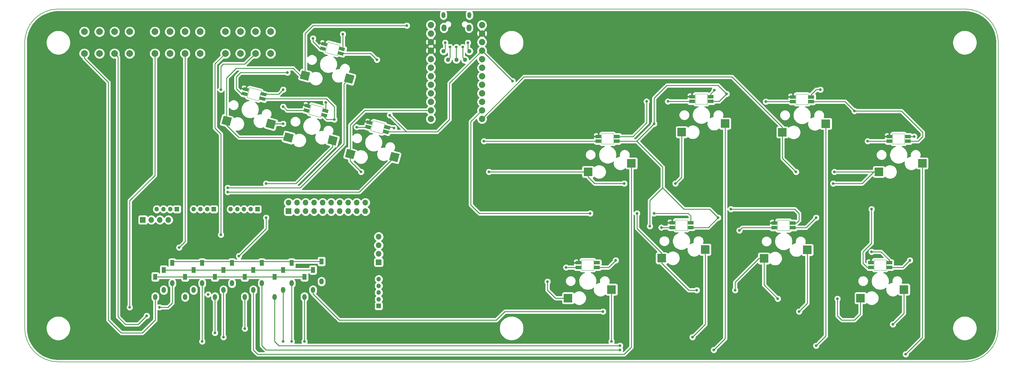
<source format=gbr>
G04 #@! TF.GenerationSoftware,KiCad,Pcbnew,(5.1.9)-1*
G04 #@! TF.CreationDate,2021-03-21T07:55:49-07:00*
G04 #@! TF.ProjectId,keefighter,6b656566-6967-4687-9465-722e6b696361,rev?*
G04 #@! TF.SameCoordinates,Original*
G04 #@! TF.FileFunction,Copper,L2,Bot*
G04 #@! TF.FilePolarity,Positive*
%FSLAX46Y46*%
G04 Gerber Fmt 4.6, Leading zero omitted, Abs format (unit mm)*
G04 Created by KiCad (PCBNEW (5.1.9)-1) date 2021-03-21 07:55:49*
%MOMM*%
%LPD*%
G01*
G04 APERTURE LIST*
G04 #@! TA.AperFunction,Profile*
%ADD10C,0.200000*%
G04 #@! TD*
G04 #@! TA.AperFunction,EtchedComponent*
%ADD11C,0.120000*%
G04 #@! TD*
G04 #@! TA.AperFunction,SMDPad,CuDef*
%ADD12C,1.270000*%
G04 #@! TD*
G04 #@! TA.AperFunction,ComponentPad*
%ADD13O,1.150000X1.800000*%
G04 #@! TD*
G04 #@! TA.AperFunction,ComponentPad*
%ADD14O,1.450000X2.000000*%
G04 #@! TD*
G04 #@! TA.AperFunction,SMDPad,CuDef*
%ADD15R,1.700000X1.000000*%
G04 #@! TD*
G04 #@! TA.AperFunction,SMDPad,CuDef*
%ADD16C,0.100000*%
G04 #@! TD*
G04 #@! TA.AperFunction,ComponentPad*
%ADD17C,2.000000*%
G04 #@! TD*
G04 #@! TA.AperFunction,SMDPad,CuDef*
%ADD18R,2.550000X2.500000*%
G04 #@! TD*
G04 #@! TA.AperFunction,ComponentPad*
%ADD19R,1.300000X1.778000*%
G04 #@! TD*
G04 #@! TA.AperFunction,ComponentPad*
%ADD20O,1.300000X1.778000*%
G04 #@! TD*
G04 #@! TA.AperFunction,ComponentPad*
%ADD21R,1.350000X1.350000*%
G04 #@! TD*
G04 #@! TA.AperFunction,ComponentPad*
%ADD22O,1.350000X1.350000*%
G04 #@! TD*
G04 #@! TA.AperFunction,ComponentPad*
%ADD23R,1.700000X1.700000*%
G04 #@! TD*
G04 #@! TA.AperFunction,ComponentPad*
%ADD24O,1.700000X1.700000*%
G04 #@! TD*
G04 #@! TA.AperFunction,ComponentPad*
%ADD25C,1.879600*%
G04 #@! TD*
G04 #@! TA.AperFunction,ViaPad*
%ADD26C,0.800000*%
G04 #@! TD*
G04 #@! TA.AperFunction,Conductor*
%ADD27C,0.250000*%
G04 #@! TD*
G04 #@! TA.AperFunction,Conductor*
%ADD28C,0.254000*%
G04 #@! TD*
G04 #@! TA.AperFunction,Conductor*
%ADD29C,0.100000*%
G04 #@! TD*
G04 APERTURE END LIST*
D10*
X357792882Y-173878972D02*
X357792883Y-88878972D01*
X77792883Y-183878972D02*
X347792883Y-183878972D01*
X347792883Y-78878972D02*
G75*
G02*
X357792883Y-88878972I0J-10000000D01*
G01*
X67792883Y-88878972D02*
X67792883Y-173878972D01*
X77792883Y-183878972D02*
G75*
G02*
X67792883Y-173878972I0J10000000D01*
G01*
X357792882Y-173878973D02*
G75*
G02*
X347792883Y-183878972I-9999999J0D01*
G01*
X67792883Y-88878972D02*
G75*
G02*
X77792883Y-78878972I10000000J0D01*
G01*
X347792883Y-78878972D02*
X77792883Y-78878972D01*
D11*
X239616508Y-119054772D02*
X239616508Y-115954772D01*
X239616508Y-115954772D02*
X243216508Y-115954772D01*
X243216508Y-115954772D02*
X243216508Y-119054772D01*
X243216508Y-119054772D02*
X239616508Y-119054772D01*
X157335369Y-91751934D02*
X158137708Y-88757564D01*
X158137708Y-88757564D02*
X161615041Y-89689312D01*
X161615041Y-89689312D02*
X160812702Y-92683682D01*
X160812702Y-92683682D02*
X157335369Y-91751934D01*
X137481312Y-106154066D02*
X134003979Y-105222318D01*
X138283651Y-103159696D02*
X137481312Y-106154066D01*
X134806318Y-102227948D02*
X138283651Y-103159696D01*
X134003979Y-105222318D02*
X134806318Y-102227948D01*
X174283086Y-116015072D02*
X170805753Y-115083324D01*
X175085425Y-113020702D02*
X174283086Y-116015072D01*
X171608092Y-112088954D02*
X175085425Y-113020702D01*
X170805753Y-115083324D02*
X171608092Y-112088954D01*
X233685241Y-156620616D02*
X233685241Y-153520616D01*
X233685241Y-153520616D02*
X237285241Y-153520616D01*
X237285241Y-153520616D02*
X237285241Y-156620616D01*
X237285241Y-156620616D02*
X233685241Y-156620616D01*
X265185746Y-144746433D02*
X261585746Y-144746433D01*
X265185746Y-141646433D02*
X265185746Y-144746433D01*
X261585746Y-141646433D02*
X265185746Y-141646433D01*
X261585746Y-144746433D02*
X261585746Y-141646433D01*
X295626194Y-144824564D02*
X292026194Y-144824564D01*
X295626194Y-141724564D02*
X295626194Y-144824564D01*
X292026194Y-141724564D02*
X295626194Y-141724564D01*
X292026194Y-144824564D02*
X292026194Y-141724564D01*
X324395820Y-156620461D02*
X320795820Y-156620461D01*
X324395820Y-153520461D02*
X324395820Y-156620461D01*
X320795820Y-153520461D02*
X324395820Y-153520461D01*
X320795820Y-156620461D02*
X320795820Y-153520461D01*
X326274618Y-119069621D02*
X326274618Y-115969621D01*
X326274618Y-115969621D02*
X329874618Y-115969621D01*
X329874618Y-115969621D02*
X329874618Y-119069621D01*
X329874618Y-119069621D02*
X326274618Y-119069621D01*
X301124162Y-107297086D02*
X297524162Y-107297086D01*
X301124162Y-104197086D02*
X301124162Y-107297086D01*
X297524162Y-104197086D02*
X301124162Y-104197086D01*
X297524162Y-107297086D02*
X297524162Y-104197086D01*
X267520580Y-107231339D02*
X267520580Y-104131339D01*
X267520580Y-104131339D02*
X271120580Y-104131339D01*
X271120580Y-104131339D02*
X271120580Y-107231339D01*
X271120580Y-107231339D02*
X267520580Y-107231339D01*
X152404866Y-110152821D02*
X153207205Y-107158451D01*
X153207205Y-107158451D02*
X156684538Y-108090199D01*
X156684538Y-108090199D02*
X155882199Y-111084569D01*
X155882199Y-111084569D02*
X152404866Y-110152821D01*
D12*
X200180000Y-91440000D03*
X198910000Y-93980000D03*
X196370000Y-93980000D03*
X193830000Y-93980000D03*
X192540000Y-91440000D03*
D13*
X192505000Y-80660000D03*
X200255000Y-80660000D03*
D14*
X192655000Y-84460000D03*
X200105000Y-84460000D03*
D15*
X244166508Y-116804772D03*
X244166508Y-118204772D03*
X238666508Y-116804772D03*
X238666508Y-118204772D03*
G04 #@! TA.AperFunction,SMDPad,CuDef*
D16*
G36*
X161362228Y-91019194D02*
G01*
X161621047Y-90053268D01*
X163263120Y-90493260D01*
X163004301Y-91459186D01*
X161362228Y-91019194D01*
G37*
G04 #@! TD.AperFunction*
G04 #@! TA.AperFunction,SMDPad,CuDef*
G36*
X160999882Y-92371490D02*
G01*
X161258701Y-91405564D01*
X162900774Y-91845556D01*
X162641955Y-92811482D01*
X160999882Y-92371490D01*
G37*
G04 #@! TD.AperFunction*
G04 #@! TA.AperFunction,SMDPad,CuDef*
G36*
X156049636Y-89595690D02*
G01*
X156308455Y-88629764D01*
X157950528Y-89069756D01*
X157691709Y-90035682D01*
X156049636Y-89595690D01*
G37*
G04 #@! TD.AperFunction*
G04 #@! TA.AperFunction,SMDPad,CuDef*
G36*
X155687290Y-90947986D02*
G01*
X155946109Y-89982060D01*
X157588182Y-90422052D01*
X157329363Y-91387978D01*
X155687290Y-90947986D01*
G37*
G04 #@! TD.AperFunction*
G04 #@! TA.AperFunction,SMDPad,CuDef*
G36*
X132355900Y-104418370D02*
G01*
X132614719Y-103452444D01*
X134256792Y-103892436D01*
X133997973Y-104858362D01*
X132355900Y-104418370D01*
G37*
G04 #@! TD.AperFunction*
G04 #@! TA.AperFunction,SMDPad,CuDef*
G36*
X132718246Y-103066074D02*
G01*
X132977065Y-102100148D01*
X134619138Y-102540140D01*
X134360319Y-103506066D01*
X132718246Y-103066074D01*
G37*
G04 #@! TD.AperFunction*
G04 #@! TA.AperFunction,SMDPad,CuDef*
G36*
X137668492Y-105841874D02*
G01*
X137927311Y-104875948D01*
X139569384Y-105315940D01*
X139310565Y-106281866D01*
X137668492Y-105841874D01*
G37*
G04 #@! TD.AperFunction*
G04 #@! TA.AperFunction,SMDPad,CuDef*
G36*
X138030838Y-104489578D02*
G01*
X138289657Y-103523652D01*
X139931730Y-103963644D01*
X139672911Y-104929570D01*
X138030838Y-104489578D01*
G37*
G04 #@! TD.AperFunction*
G04 #@! TA.AperFunction,SMDPad,CuDef*
G36*
X169157674Y-114279376D02*
G01*
X169416493Y-113313450D01*
X171058566Y-113753442D01*
X170799747Y-114719368D01*
X169157674Y-114279376D01*
G37*
G04 #@! TD.AperFunction*
G04 #@! TA.AperFunction,SMDPad,CuDef*
G36*
X169520020Y-112927080D02*
G01*
X169778839Y-111961154D01*
X171420912Y-112401146D01*
X171162093Y-113367072D01*
X169520020Y-112927080D01*
G37*
G04 #@! TD.AperFunction*
G04 #@! TA.AperFunction,SMDPad,CuDef*
G36*
X174470266Y-115702880D02*
G01*
X174729085Y-114736954D01*
X176371158Y-115176946D01*
X176112339Y-116142872D01*
X174470266Y-115702880D01*
G37*
G04 #@! TD.AperFunction*
G04 #@! TA.AperFunction,SMDPad,CuDef*
G36*
X174832612Y-114350584D02*
G01*
X175091431Y-113384658D01*
X176733504Y-113824650D01*
X176474685Y-114790576D01*
X174832612Y-114350584D01*
G37*
G04 #@! TD.AperFunction*
D15*
X238235241Y-154370616D03*
X238235241Y-155770616D03*
X232735241Y-154370616D03*
X232735241Y-155770616D03*
X260635746Y-143896433D03*
X260635746Y-142496433D03*
X266135746Y-143896433D03*
X266135746Y-142496433D03*
X291076194Y-143974564D03*
X291076194Y-142574564D03*
X296576194Y-143974564D03*
X296576194Y-142574564D03*
X319845820Y-155770461D03*
X319845820Y-154370461D03*
X325345820Y-155770461D03*
X325345820Y-154370461D03*
X330824618Y-116819621D03*
X330824618Y-118219621D03*
X325324618Y-116819621D03*
X325324618Y-118219621D03*
X296574162Y-106447086D03*
X296574162Y-105047086D03*
X302074162Y-106447086D03*
X302074162Y-105047086D03*
X272070580Y-104981339D03*
X272070580Y-106381339D03*
X266570580Y-104981339D03*
X266570580Y-106381339D03*
G04 #@! TA.AperFunction,SMDPad,CuDef*
D16*
G36*
X156431725Y-109420081D02*
G01*
X156690544Y-108454155D01*
X158332617Y-108894147D01*
X158073798Y-109860073D01*
X156431725Y-109420081D01*
G37*
G04 #@! TD.AperFunction*
G04 #@! TA.AperFunction,SMDPad,CuDef*
G36*
X156069379Y-110772377D02*
G01*
X156328198Y-109806451D01*
X157970271Y-110246443D01*
X157711452Y-111212369D01*
X156069379Y-110772377D01*
G37*
G04 #@! TD.AperFunction*
G04 #@! TA.AperFunction,SMDPad,CuDef*
G36*
X151119133Y-107996577D02*
G01*
X151377952Y-107030651D01*
X153020025Y-107470643D01*
X152761206Y-108436569D01*
X151119133Y-107996577D01*
G37*
G04 #@! TD.AperFunction*
G04 #@! TA.AperFunction,SMDPad,CuDef*
G36*
X150756787Y-109348873D02*
G01*
X151015606Y-108382947D01*
X152657679Y-108822939D01*
X152398860Y-109788865D01*
X150756787Y-109348873D01*
G37*
G04 #@! TD.AperFunction*
D17*
X85542883Y-85628972D03*
X90042883Y-85628972D03*
X85542883Y-92128972D03*
X90042883Y-92128972D03*
G04 #@! TA.AperFunction,SMDPad,CuDef*
D16*
G36*
X139545530Y-113943753D02*
G01*
X140192577Y-111528938D01*
X142655688Y-112188927D01*
X142008641Y-114603742D01*
X139545530Y-113943753D01*
G37*
G04 #@! TD.AperFunction*
G04 #@! TA.AperFunction,SMDPad,CuDef*
G36*
X126401607Y-113051450D02*
G01*
X127048654Y-110636635D01*
X129511765Y-111296624D01*
X128864718Y-113711439D01*
X126401607Y-113051450D01*
G37*
G04 #@! TD.AperFunction*
G04 #@! TA.AperFunction,SMDPad,CuDef*
G36*
X144802494Y-117981953D02*
G01*
X145449541Y-115567138D01*
X147912652Y-116227127D01*
X147265605Y-118641942D01*
X144802494Y-117981953D01*
G37*
G04 #@! TD.AperFunction*
G04 #@! TA.AperFunction,SMDPad,CuDef*
G36*
X157946417Y-118874256D02*
G01*
X158593464Y-116459441D01*
X161056575Y-117119430D01*
X160409528Y-119534245D01*
X157946417Y-118874256D01*
G37*
G04 #@! TD.AperFunction*
G04 #@! TA.AperFunction,SMDPad,CuDef*
G36*
X149732996Y-99581066D02*
G01*
X150380043Y-97166251D01*
X152843154Y-97826240D01*
X152196107Y-100241055D01*
X149732996Y-99581066D01*
G37*
G04 #@! TD.AperFunction*
G04 #@! TA.AperFunction,SMDPad,CuDef*
G36*
X162876919Y-100473369D02*
G01*
X163523966Y-98058554D01*
X165987077Y-98718543D01*
X165340030Y-101133358D01*
X162876919Y-100473369D01*
G37*
G04 #@! TD.AperFunction*
G04 #@! TA.AperFunction,SMDPad,CuDef*
G36*
X163203380Y-122912455D02*
G01*
X163850427Y-120497640D01*
X166313538Y-121157629D01*
X165666491Y-123572444D01*
X163203380Y-122912455D01*
G37*
G04 #@! TD.AperFunction*
G04 #@! TA.AperFunction,SMDPad,CuDef*
G36*
X176347303Y-123804758D02*
G01*
X176994350Y-121389943D01*
X179457461Y-122049932D01*
X178810414Y-124464747D01*
X176347303Y-123804758D01*
G37*
G04 #@! TD.AperFunction*
D18*
X235574508Y-127334772D03*
X248501508Y-124794772D03*
X263478580Y-115511339D03*
X276405580Y-112971339D03*
X306409162Y-113037086D03*
X293482162Y-115577086D03*
X335159618Y-124809621D03*
X322232618Y-127349621D03*
X329680820Y-162360461D03*
X316753820Y-164900461D03*
X300911194Y-150564564D03*
X287984194Y-153104564D03*
X242570241Y-162360616D03*
X229643241Y-164900616D03*
X270470746Y-150486433D03*
X257543746Y-153026433D03*
D17*
X99042883Y-92128972D03*
X94542883Y-92128972D03*
X99042883Y-85628972D03*
X94542883Y-85628972D03*
X111042883Y-92128973D03*
X106542883Y-92128973D03*
X111042883Y-85628973D03*
X106542883Y-85628973D03*
X120042883Y-92128972D03*
X115542883Y-92128972D03*
X120042883Y-85628972D03*
X115542883Y-85628972D03*
X132042883Y-92128973D03*
X127542883Y-92128973D03*
X132042883Y-85628973D03*
X127542883Y-85628973D03*
X141042884Y-92128972D03*
X136542884Y-92128972D03*
X141042884Y-85628972D03*
X136542884Y-85628972D03*
D19*
X106680000Y-158555000D03*
D20*
X106680000Y-164555000D03*
D21*
X173219169Y-167257048D03*
D22*
X173219169Y-165257048D03*
X173219169Y-163257048D03*
X173219169Y-161257048D03*
X173219169Y-159257048D03*
X118122059Y-138437007D03*
X120122059Y-138437007D03*
X122122059Y-138437007D03*
D21*
X124122059Y-138437007D03*
D23*
X102965044Y-141641073D03*
D24*
X105505044Y-141641073D03*
X108045044Y-141641073D03*
X110585044Y-141641073D03*
D23*
X173211109Y-154257023D03*
D24*
X173211109Y-151717023D03*
X173211109Y-149177023D03*
X173211109Y-146637023D03*
X169235116Y-136491003D03*
X169235116Y-139031003D03*
X166695116Y-136491003D03*
X166695116Y-139031003D03*
X164155116Y-136491003D03*
X164155116Y-139031003D03*
X161615116Y-136491003D03*
X161615116Y-139031003D03*
X159075116Y-136491003D03*
X159075116Y-139031003D03*
X156535116Y-136491003D03*
X156535116Y-139031003D03*
X153995116Y-136491003D03*
X153995116Y-139031003D03*
X151455116Y-136491003D03*
X151455116Y-139031003D03*
X148915116Y-136491003D03*
X148915116Y-139031003D03*
X146375116Y-136491003D03*
D23*
X146375116Y-139031003D03*
D22*
X107122059Y-138437007D03*
X109122059Y-138437007D03*
X111122059Y-138437007D03*
D21*
X113122059Y-138437007D03*
X137122081Y-138437007D03*
D22*
X135122081Y-138437007D03*
X133122081Y-138437007D03*
X131122081Y-138437007D03*
X129122081Y-138437007D03*
D20*
X109220000Y-162515000D03*
D19*
X109220000Y-156515000D03*
D20*
X111760000Y-160475000D03*
D19*
X111760000Y-154475000D03*
D20*
X115570000Y-164555000D03*
D19*
X115570000Y-158555000D03*
X120650000Y-154475000D03*
D20*
X120650000Y-160475000D03*
D19*
X118110000Y-156515000D03*
D20*
X118110000Y-162515000D03*
X124460000Y-164555000D03*
D19*
X124460000Y-158555000D03*
X129540000Y-154475000D03*
D20*
X129540000Y-160475000D03*
D19*
X127000000Y-156515000D03*
D20*
X127000000Y-162515000D03*
X133350000Y-164555000D03*
D19*
X133350000Y-158555000D03*
X138430000Y-154475000D03*
D20*
X138430000Y-160475000D03*
D19*
X135890000Y-156515000D03*
D20*
X135890000Y-162515000D03*
X142240000Y-164555000D03*
D19*
X142240000Y-158555000D03*
X147320000Y-154475000D03*
D20*
X147320000Y-160475000D03*
D19*
X144780000Y-156515000D03*
D20*
X144780000Y-162515000D03*
X151130000Y-164555000D03*
D19*
X151130000Y-158555000D03*
X156210000Y-153975000D03*
D20*
X156210000Y-159975000D03*
D19*
X153670000Y-156515000D03*
D20*
X153670000Y-162515000D03*
D25*
X188754298Y-83628610D03*
X188754298Y-86168610D03*
X188754298Y-88708610D03*
X188754298Y-91248610D03*
X188754298Y-93788610D03*
X188754298Y-96328610D03*
X188754298Y-98868610D03*
X188754298Y-101408610D03*
X188754298Y-103948610D03*
X188754298Y-106488610D03*
X188754298Y-109028610D03*
X188754298Y-111568610D03*
X203994298Y-111568610D03*
X203994298Y-109028610D03*
X203994298Y-106488610D03*
X203994298Y-103948610D03*
X203994298Y-101408610D03*
X203994298Y-98868610D03*
X203994298Y-96328610D03*
X203994298Y-93788610D03*
X203994298Y-91248610D03*
X203994298Y-88708610D03*
X203994298Y-86168610D03*
X203994298Y-83628610D03*
D26*
X193040000Y-88900000D03*
X194460000Y-90170000D03*
X196365000Y-90170000D03*
X198270000Y-90170000D03*
X199790000Y-88900000D03*
X104140000Y-170180000D03*
X99060000Y-167640000D03*
X107950000Y-167640000D03*
X113800000Y-149860000D03*
X122420000Y-163830000D03*
X126230000Y-146050000D03*
X126230000Y-102870000D03*
X120650000Y-177800000D03*
X128270000Y-132080000D03*
X124460000Y-175260000D03*
X144780000Y-113030000D03*
X127000000Y-176530000D03*
X139700000Y-130810000D03*
X139700000Y-140970000D03*
X131580000Y-152400000D03*
X128270000Y-133350000D03*
X133350000Y-173990000D03*
X245110000Y-180340000D03*
X273050000Y-180340000D03*
X245110000Y-179070000D03*
X303530000Y-179070000D03*
X144780000Y-177800000D03*
X330200000Y-181610000D03*
X147320000Y-177800000D03*
X242570000Y-177800000D03*
X151130000Y-177800000D03*
X266700000Y-176530000D03*
X240030000Y-168910000D03*
X298450000Y-168910000D03*
X326390000Y-172720000D03*
X146050000Y-97790000D03*
X162560000Y-86360000D03*
X176530000Y-110490000D03*
X160020000Y-111760000D03*
X172720000Y-93980000D03*
X213075688Y-100330000D03*
X255270000Y-113030000D03*
X276860000Y-104140000D03*
X314960000Y-109220000D03*
X243840000Y-153670000D03*
X254000000Y-143510000D03*
X274320000Y-140970000D03*
X303530000Y-140970000D03*
X331470000Y-153670000D03*
X255270000Y-139700000D03*
X229039384Y-155770616D03*
X278130000Y-138430000D03*
X257423567Y-143896433D03*
X153670000Y-87630000D03*
X181610000Y-83820000D03*
X206074772Y-127334772D03*
X167974772Y-127334772D03*
X246380000Y-130810000D03*
X261620000Y-130810000D03*
X308959621Y-127349621D03*
X297529621Y-127349621D03*
X308610000Y-130810000D03*
X223520000Y-160020000D03*
X250190000Y-139700000D03*
X236220000Y-139700000D03*
X267970000Y-162560000D03*
X279400000Y-162560000D03*
X292100000Y-165100000D03*
X309880000Y-165100000D03*
X144780000Y-107950000D03*
X144780000Y-102870000D03*
X166653591Y-114016409D03*
X157480000Y-106680000D03*
X204564772Y-118204772D03*
X177800000Y-114300000D03*
X259378661Y-106381339D03*
X253028661Y-106381339D03*
X273240959Y-103060959D03*
X288522914Y-106447086D03*
X304800000Y-102870000D03*
X318879621Y-118219621D03*
X332719621Y-116819621D03*
X320040000Y-138430000D03*
X320040000Y-151130000D03*
X280670000Y-144780000D03*
D27*
X199790000Y-91050000D02*
X200180000Y-91440000D01*
X199790000Y-88900000D02*
X199790000Y-91050000D01*
X198270000Y-93340000D02*
X198910000Y-93980000D01*
X198270000Y-90170000D02*
X198270000Y-93340000D01*
X196365000Y-93975000D02*
X196370000Y-93980000D01*
X196365000Y-90170000D02*
X196365000Y-93975000D01*
X194460000Y-93350000D02*
X193830000Y-93980000D01*
X194460000Y-90170000D02*
X194460000Y-93350000D01*
X193040000Y-90940000D02*
X192540000Y-91440000D01*
X193040000Y-88900000D02*
X193040000Y-90940000D01*
X106680000Y-159055000D02*
X106680000Y-158816000D01*
X115570000Y-159055000D02*
X115570000Y-158816000D01*
X124460000Y-159055000D02*
X124460000Y-158816000D01*
X133350000Y-159055000D02*
X133350000Y-158816000D01*
X151130000Y-158816000D02*
X151130000Y-159055000D01*
X142240000Y-159055000D02*
X142240000Y-158816000D01*
X106680000Y-158555000D02*
X115570000Y-158555000D01*
X115570000Y-158555000D02*
X124460000Y-158555000D01*
X124460000Y-158555000D02*
X133350000Y-158555000D01*
X133350000Y-158555000D02*
X142240000Y-158555000D01*
X142240000Y-158555000D02*
X151130000Y-158555000D01*
X85542883Y-93543185D02*
X92710000Y-100710302D01*
X102870000Y-175260000D02*
X106680000Y-171450000D01*
X85542883Y-92128972D02*
X85542883Y-93543185D01*
X92710000Y-171450000D02*
X96520000Y-175260000D01*
X92710000Y-100710302D02*
X92710000Y-171450000D01*
X96520000Y-175260000D02*
X102870000Y-175260000D01*
X106680000Y-165055000D02*
X106680000Y-171450000D01*
X95542882Y-93128971D02*
X95542882Y-170472882D01*
X94542883Y-92128972D02*
X95542882Y-93128971D01*
X95542882Y-170472882D02*
X97790000Y-172720000D01*
X97790000Y-172720000D02*
X101600000Y-172720000D01*
X101600000Y-172720000D02*
X104140000Y-170180000D01*
X104140000Y-170180000D02*
X104140000Y-170180000D01*
X106542883Y-92128973D02*
X106542883Y-128407117D01*
X106542883Y-128407117D02*
X99060000Y-135890000D01*
X99060000Y-135890000D02*
X99060000Y-167640000D01*
X99060000Y-167640000D02*
X99060000Y-167640000D01*
X107950000Y-167640000D02*
X110490000Y-167640000D01*
X111760000Y-166370000D02*
X111760000Y-160475000D01*
X110490000Y-167640000D02*
X111760000Y-166370000D01*
X115542883Y-148117117D02*
X113800000Y-149860000D01*
X115542883Y-92128972D02*
X115542883Y-148117117D01*
X126230000Y-146050000D02*
X126230000Y-116070000D01*
X126230000Y-116070000D02*
X124460000Y-114300000D01*
X124460000Y-95211856D02*
X127542883Y-92128973D01*
X124460000Y-114300000D02*
X124460000Y-95211856D01*
X135542885Y-93128971D02*
X135471029Y-93128971D01*
X136542884Y-92128972D02*
X135542885Y-93128971D01*
X135471029Y-93128971D02*
X133350000Y-95250000D01*
X133350000Y-95250000D02*
X127000000Y-95250000D01*
X126230000Y-96020000D02*
X126230000Y-102870000D01*
X127000000Y-95250000D02*
X126230000Y-96020000D01*
X120650000Y-160475000D02*
X120650000Y-172720000D01*
X120650000Y-177800000D02*
X120650000Y-172720000D01*
X162878370Y-101149584D02*
X162878370Y-119061630D01*
X164431998Y-99595956D02*
X162878370Y-101149584D01*
X162878370Y-119061630D02*
X158750000Y-123190000D01*
X158750000Y-123190000D02*
X149860000Y-132080000D01*
X149860000Y-132080000D02*
X128270000Y-132080000D01*
X128270000Y-132080000D02*
X128270000Y-132080000D01*
X124460000Y-175260000D02*
X124460000Y-164555000D01*
X109220000Y-156515000D02*
X118110000Y-156515000D01*
X118110000Y-156515000D02*
X127000000Y-156515000D01*
X127000000Y-156515000D02*
X135890000Y-156515000D01*
X135890000Y-156515000D02*
X144780000Y-156515000D01*
X144780000Y-156515000D02*
X153670000Y-156515000D01*
X141100609Y-113066340D02*
X144743660Y-113066340D01*
X144743660Y-113066340D02*
X144780000Y-113030000D01*
X144780000Y-113030000D02*
X144780000Y-113030000D01*
X127000000Y-176530000D02*
X127000000Y-162515000D01*
X159501496Y-117996843D02*
X159501496Y-119898504D01*
X159501496Y-119898504D02*
X148590000Y-130810000D01*
X148590000Y-130810000D02*
X139700000Y-130810000D01*
X139700000Y-130810000D02*
X139700000Y-130810000D01*
X139700000Y-144280000D02*
X131580000Y-152400000D01*
X139700000Y-140970000D02*
X139700000Y-144280000D01*
X177902382Y-122927345D02*
X167479727Y-133350000D01*
X167479727Y-133350000D02*
X143510000Y-133350000D01*
X143510000Y-133350000D02*
X128270000Y-133350000D01*
X128270000Y-133350000D02*
X128270000Y-133350000D01*
X133350000Y-173990000D02*
X133350000Y-164555000D01*
X135890000Y-162515000D02*
X135890000Y-180340000D01*
X135890000Y-180340000D02*
X137160000Y-181610000D01*
X137160000Y-181610000D02*
X246380000Y-181610000D01*
X248501508Y-179488492D02*
X248501508Y-124794772D01*
X246380000Y-181610000D02*
X248501508Y-179488492D01*
X138430000Y-160475000D02*
X138430000Y-179070000D01*
X138430000Y-179070000D02*
X139700000Y-180340000D01*
X139700000Y-180340000D02*
X245110000Y-180340000D01*
X245110000Y-180340000D02*
X245110000Y-180340000D01*
X276405580Y-112971339D02*
X276405580Y-176984420D01*
X276405580Y-176984420D02*
X273050000Y-180340000D01*
X111760000Y-153975000D02*
X120650000Y-153975000D01*
X120650000Y-153975000D02*
X129540000Y-153975000D01*
X129540000Y-153975000D02*
X138430000Y-153975000D01*
X138430000Y-153975000D02*
X147320000Y-153975000D01*
X147320000Y-153975000D02*
X156210000Y-153975000D01*
X142240000Y-164555000D02*
X142240000Y-177800000D01*
X142240000Y-177800000D02*
X143510000Y-179070000D01*
X143510000Y-179070000D02*
X245110000Y-179070000D01*
X245110000Y-179070000D02*
X245110000Y-179070000D01*
X306409162Y-113037086D02*
X306409162Y-176190838D01*
X306409162Y-176190838D02*
X303530000Y-179070000D01*
X144780000Y-162515000D02*
X144780000Y-177800000D01*
X144780000Y-177800000D02*
X144780000Y-177800000D01*
X335159618Y-176650382D02*
X330200000Y-181610000D01*
X335159618Y-124809621D02*
X335159618Y-176650382D01*
X147320000Y-160475000D02*
X147320000Y-162362872D01*
X147320000Y-162362872D02*
X147320000Y-177800000D01*
X147320000Y-177800000D02*
X147320000Y-177800000D01*
X242570241Y-177799759D02*
X242570000Y-177800000D01*
X242570241Y-162360616D02*
X242570241Y-177799759D01*
X151130000Y-164555000D02*
X151130000Y-177800000D01*
X151130000Y-177800000D02*
X151130000Y-177800000D01*
X270470746Y-172759254D02*
X266700000Y-176530000D01*
X270470746Y-150486433D02*
X270470746Y-172759254D01*
X153670000Y-163654000D02*
X161466000Y-171450000D01*
X153670000Y-162515000D02*
X153670000Y-163654000D01*
X161466000Y-171450000D02*
X208280000Y-171450000D01*
X208280000Y-171450000D02*
X210820000Y-168910000D01*
X210820000Y-168910000D02*
X240030000Y-168910000D01*
X240030000Y-168910000D02*
X240030000Y-168910000D01*
X300911194Y-166448806D02*
X298450000Y-168910000D01*
X300911194Y-150564564D02*
X300911194Y-166448806D01*
X329680820Y-169429180D02*
X326390000Y-172720000D01*
X329680820Y-162360461D02*
X329680820Y-169429180D01*
X132426362Y-104155403D02*
X130810000Y-102539041D01*
X133306346Y-104155403D02*
X132426362Y-104155403D01*
X130810000Y-102539041D02*
X130810000Y-99060000D01*
X130810000Y-99060000D02*
X132080000Y-97790000D01*
X132080000Y-97790000D02*
X146050000Y-97790000D01*
X146050000Y-97790000D02*
X146050000Y-97790000D01*
X162560000Y-90508901D02*
X162312674Y-90756227D01*
X162560000Y-86360000D02*
X162560000Y-90508901D01*
X203994298Y-91248610D02*
X194310000Y-100932908D01*
X194310000Y-100932908D02*
X194310000Y-111760000D01*
X194310000Y-111760000D02*
X190630087Y-115439913D01*
X179200087Y-113160087D02*
X176530000Y-110490000D01*
X176530000Y-110490000D02*
X176530000Y-110490000D01*
X157019825Y-111027048D02*
X157019825Y-110509410D01*
X157752777Y-111760000D02*
X157019825Y-111027048D01*
X160020000Y-111760000D02*
X157752777Y-111760000D01*
X160020000Y-111760000D02*
X160020000Y-107950000D01*
X138618938Y-105578907D02*
X157648907Y-105578907D01*
X157648907Y-105578907D02*
X160020000Y-107950000D01*
X170848523Y-92108523D02*
X172720000Y-93980000D01*
X161950328Y-92108523D02*
X170848523Y-92108523D01*
X203994298Y-91248610D02*
X213075688Y-100330000D01*
X213075688Y-100330000D02*
X213075688Y-100330000D01*
X250095228Y-118204772D02*
X244166508Y-118204772D01*
X255270000Y-113030000D02*
X250095228Y-118204772D01*
X255270000Y-113030000D02*
X255270000Y-105410000D01*
X255270000Y-105410000D02*
X259080000Y-101600000D01*
X259080000Y-101600000D02*
X274320000Y-101600000D01*
X274320000Y-101600000D02*
X276860000Y-104140000D01*
X274618661Y-106381339D02*
X272070580Y-106381339D01*
X276860000Y-104140000D02*
X274618661Y-106381339D01*
X276860000Y-104140000D02*
X276860000Y-104140000D01*
X312187086Y-106447086D02*
X314960000Y-109220000D01*
X302074162Y-106447086D02*
X312187086Y-106447086D01*
X314960000Y-109220000D02*
X328930000Y-109220000D01*
X328930000Y-109220000D02*
X335280000Y-115570000D01*
X335280000Y-115570000D02*
X335280000Y-116840000D01*
X333900379Y-118219621D02*
X335280000Y-116840000D01*
X330824618Y-118219621D02*
X333900379Y-118219621D01*
X250095228Y-118204772D02*
X257810000Y-125919544D01*
X257810000Y-125919544D02*
X257810000Y-132080000D01*
X254000000Y-135890000D02*
X254000000Y-143510000D01*
X254000000Y-142240000D02*
X254000000Y-142240000D01*
X241739384Y-155770616D02*
X243840000Y-153670000D01*
X238235241Y-155770616D02*
X241739384Y-155770616D01*
X254000000Y-142240000D02*
X254000000Y-143510000D01*
X271393567Y-143896433D02*
X266135746Y-143896433D01*
X274320000Y-140970000D02*
X274320000Y-140970000D01*
X271780000Y-138430000D02*
X274320000Y-140970000D01*
X257810000Y-132080000D02*
X264160000Y-138430000D01*
X264160000Y-138430000D02*
X271780000Y-138430000D01*
X274320000Y-140970000D02*
X271393567Y-143896433D01*
X300525436Y-143974564D02*
X303530000Y-140970000D01*
X296576194Y-143974564D02*
X300525436Y-143974564D01*
X329369539Y-155770461D02*
X331470000Y-153670000D01*
X325345820Y-155770461D02*
X329369539Y-155770461D01*
X257810000Y-132080000D02*
X254000000Y-135890000D01*
X181479913Y-115439913D02*
X179200087Y-113160087D01*
X190630087Y-115439913D02*
X181479913Y-115439913D01*
X181479913Y-115439913D02*
X175420712Y-115439913D01*
X266135746Y-142496433D02*
X266135746Y-140405746D01*
X266135746Y-140405746D02*
X265430000Y-139700000D01*
X265430000Y-139700000D02*
X255270000Y-139700000D01*
X255270000Y-139700000D02*
X255270000Y-139700000D01*
X232735241Y-155770616D02*
X229039384Y-155770616D01*
X297676194Y-142574564D02*
X298450000Y-141800758D01*
X296576194Y-142574564D02*
X297676194Y-142574564D01*
X298450000Y-141800758D02*
X298450000Y-139700000D01*
X298450000Y-139700000D02*
X297180000Y-138430000D01*
X297180000Y-138430000D02*
X278130000Y-138430000D01*
X278130000Y-138430000D02*
X278130000Y-138430000D01*
X260635746Y-143896433D02*
X257423567Y-143896433D01*
X155757752Y-90685019D02*
X153670000Y-88597267D01*
X156637736Y-90685019D02*
X155757752Y-90685019D01*
X153670000Y-88597267D02*
X153670000Y-87630000D01*
X153670000Y-87630000D02*
X153670000Y-87630000D01*
X149968098Y-98703653D02*
X147784445Y-96520000D01*
X151288075Y-98703653D02*
X149968098Y-98703653D01*
X147784445Y-96520000D02*
X130810000Y-96520000D01*
X127956686Y-99373314D02*
X127956686Y-112174037D01*
X130810000Y-96520000D02*
X127956686Y-99373314D01*
X145037596Y-117104540D02*
X146357573Y-117104540D01*
X131593094Y-117104540D02*
X145037596Y-117104540D01*
X127956686Y-113468132D02*
X131593094Y-117104540D01*
X127956686Y-112174037D02*
X127956686Y-113468132D01*
X151288075Y-98703653D02*
X151288075Y-86201925D01*
X151288075Y-86201925D02*
X153670000Y-83820000D01*
X153670000Y-83820000D02*
X181610000Y-83820000D01*
X181610000Y-83820000D02*
X181610000Y-83820000D01*
X164758459Y-122035042D02*
X164758459Y-113371541D01*
X169101390Y-109028610D02*
X188754298Y-109028610D01*
X164758459Y-113371541D02*
X169101390Y-109028610D01*
X235574508Y-127334772D02*
X206074772Y-127334772D01*
X206074772Y-127334772D02*
X206074772Y-127334772D01*
X164758459Y-124118459D02*
X167974772Y-127334772D01*
X164758459Y-122035042D02*
X164758459Y-124118459D01*
X235574508Y-128834772D02*
X237549736Y-130810000D01*
X235574508Y-127334772D02*
X235574508Y-128834772D01*
X237549736Y-130810000D02*
X246380000Y-130810000D01*
X246380000Y-130810000D02*
X246380000Y-130810000D01*
X263478580Y-128951420D02*
X261620000Y-130810000D01*
X263478580Y-115511339D02*
X263478580Y-128951420D01*
X293482162Y-114077086D02*
X278465076Y-99060000D01*
X293482162Y-115577086D02*
X293482162Y-114077086D01*
X216502908Y-99060000D02*
X203994298Y-111568610D01*
X278465076Y-99060000D02*
X216502908Y-99060000D01*
X322232618Y-127349621D02*
X308959621Y-127349621D01*
X308959621Y-127349621D02*
X308959621Y-127349621D01*
X293482162Y-123302162D02*
X297529621Y-127349621D01*
X293482162Y-115577086D02*
X293482162Y-123302162D01*
X320707618Y-127349621D02*
X317247239Y-130810000D01*
X322232618Y-127349621D02*
X320707618Y-127349621D01*
X317247239Y-130810000D02*
X308610000Y-130810000D01*
X308610000Y-130810000D02*
X308610000Y-130810000D01*
X229643241Y-164900616D02*
X225860616Y-164900616D01*
X223520000Y-162560000D02*
X223520000Y-160020000D01*
X225860616Y-164900616D02*
X223520000Y-162560000D01*
X257543746Y-151526433D02*
X250190000Y-144172687D01*
X257543746Y-153026433D02*
X257543746Y-151526433D01*
X250190000Y-144172687D02*
X250190000Y-139700000D01*
X250190000Y-139700000D02*
X250190000Y-139700000D01*
X236220000Y-139700000D02*
X203200000Y-139700000D01*
X203200000Y-139700000D02*
X200660000Y-137160000D01*
X200660000Y-112362908D02*
X203994298Y-109028610D01*
X200660000Y-137160000D02*
X200660000Y-112362908D01*
X257543746Y-154526433D02*
X265577313Y-162560000D01*
X257543746Y-153026433D02*
X257543746Y-154526433D01*
X265577313Y-162560000D02*
X267970000Y-162560000D01*
X267970000Y-162560000D02*
X267970000Y-162560000D01*
X279400000Y-161994315D02*
X279400000Y-162560000D01*
X279400000Y-160163758D02*
X279400000Y-161994315D01*
X286459194Y-153104564D02*
X279400000Y-160163758D01*
X287984194Y-153104564D02*
X286459194Y-153104564D01*
X287984194Y-153104564D02*
X287984194Y-160984194D01*
X287984194Y-160984194D02*
X292100000Y-165100000D01*
X292100000Y-165100000D02*
X292100000Y-165100000D01*
X316753820Y-164900461D02*
X316753820Y-169656180D01*
X316753820Y-169656180D02*
X314960000Y-171450000D01*
X314960000Y-171450000D02*
X311150000Y-171450000D01*
X309880000Y-170180000D02*
X309880000Y-165100000D01*
X311150000Y-171450000D02*
X309880000Y-170180000D01*
X151707233Y-109085906D02*
X145915906Y-109085906D01*
X145915906Y-109085906D02*
X144780000Y-107950000D01*
X144780000Y-107950000D02*
X144780000Y-107950000D01*
X143423389Y-104226611D02*
X144780000Y-102870000D01*
X138981284Y-104226611D02*
X143423389Y-104226611D01*
X170108120Y-114016409D02*
X166653591Y-114016409D01*
X166653591Y-114016409D02*
X166653591Y-114016409D01*
X157480000Y-109059285D02*
X157382171Y-109157114D01*
X157480000Y-106680000D02*
X157480000Y-109059285D01*
X238666508Y-118204772D02*
X204564772Y-118204772D01*
X204564772Y-118204772D02*
X204564772Y-118204772D01*
X177587617Y-114087617D02*
X177800000Y-114300000D01*
X175783058Y-114087617D02*
X177587617Y-114087617D01*
X266271919Y-106680000D02*
X266570580Y-106381339D01*
X266570580Y-106381339D02*
X259378661Y-106381339D01*
X244166508Y-116804772D02*
X248955228Y-116804772D01*
X253028661Y-112731339D02*
X253028661Y-106381339D01*
X248955228Y-116804772D02*
X253028661Y-112731339D01*
X272070580Y-104231339D02*
X273240959Y-103060959D01*
X272070580Y-104981339D02*
X272070580Y-104231339D01*
X273240959Y-103060959D02*
X273431919Y-102870000D01*
X296341248Y-106680000D02*
X296574162Y-106447086D01*
X296574162Y-106447086D02*
X288522914Y-106447086D01*
X288522914Y-106447086D02*
X288522914Y-106447086D01*
X302074162Y-104297086D02*
X303501248Y-102870000D01*
X302074162Y-105047086D02*
X302074162Y-104297086D01*
X303501248Y-102870000D02*
X304800000Y-102870000D01*
X304800000Y-102870000D02*
X304800000Y-102870000D01*
X325214997Y-118110000D02*
X325324618Y-118219621D01*
X325324618Y-118219621D02*
X318879621Y-118219621D01*
X318879621Y-118219621D02*
X318879621Y-118219621D01*
X330824618Y-116819621D02*
X332719621Y-116819621D01*
X332719621Y-116819621D02*
X332719621Y-116819621D01*
X320040000Y-138430000D02*
X320040000Y-148590000D01*
X318745820Y-155770461D02*
X317500000Y-154524641D01*
X319845820Y-155770461D02*
X318745820Y-155770461D01*
X317500000Y-151130000D02*
X320040000Y-148590000D01*
X317500000Y-154524641D02*
X317500000Y-151130000D01*
X325345820Y-153620461D02*
X322855359Y-151130000D01*
X325345820Y-154370461D02*
X325345820Y-153620461D01*
X322855359Y-151130000D02*
X320040000Y-151130000D01*
X320040000Y-151130000D02*
X320040000Y-151130000D01*
X281475436Y-143974564D02*
X280670000Y-144780000D01*
X291076194Y-143974564D02*
X281475436Y-143974564D01*
D28*
X191494055Y-79659508D02*
X191381697Y-79869713D01*
X191312508Y-80097799D01*
X191295000Y-80275563D01*
X191295000Y-81044436D01*
X191312508Y-81222200D01*
X191381697Y-81450286D01*
X191494054Y-81660491D01*
X191645261Y-81844739D01*
X191829508Y-81995946D01*
X192039713Y-82108303D01*
X192267799Y-82177492D01*
X192505000Y-82200854D01*
X192742200Y-82177492D01*
X192970286Y-82108303D01*
X193180491Y-81995946D01*
X193364739Y-81844739D01*
X193515946Y-81660492D01*
X193628303Y-81450287D01*
X193697492Y-81222201D01*
X193715000Y-81044437D01*
X193715000Y-80275564D01*
X193697492Y-80097800D01*
X193628303Y-79869713D01*
X193515946Y-79659508D01*
X193478576Y-79613972D01*
X199281425Y-79613972D01*
X199244055Y-79659508D01*
X199131697Y-79869713D01*
X199062508Y-80097799D01*
X199045000Y-80275563D01*
X199045000Y-81044436D01*
X199062508Y-81222200D01*
X199131697Y-81450286D01*
X199244054Y-81660491D01*
X199395261Y-81844739D01*
X199579508Y-81995946D01*
X199789713Y-82108303D01*
X200017799Y-82177492D01*
X200255000Y-82200854D01*
X200492200Y-82177492D01*
X200720286Y-82108303D01*
X200930491Y-81995946D01*
X201114739Y-81844739D01*
X201265946Y-81660492D01*
X201378303Y-81450287D01*
X201447492Y-81222201D01*
X201465000Y-81044437D01*
X201465000Y-80275564D01*
X201447492Y-80097800D01*
X201378303Y-79869713D01*
X201265946Y-79659508D01*
X201228576Y-79613972D01*
X347769779Y-79613972D01*
X348953917Y-79688472D01*
X350096628Y-79906455D01*
X351203023Y-80265944D01*
X352255631Y-80761264D01*
X353237857Y-81384603D01*
X354134218Y-82126138D01*
X354930570Y-82974167D01*
X355614356Y-83915318D01*
X356174791Y-84934746D01*
X356603039Y-86016377D01*
X356892348Y-87143157D01*
X357039602Y-88308797D01*
X357057884Y-88890540D01*
X357057882Y-173855869D01*
X356983382Y-175040007D01*
X356765398Y-176182725D01*
X356405912Y-177289107D01*
X355910590Y-178341720D01*
X355287248Y-179323949D01*
X354545717Y-180220307D01*
X353697691Y-181016656D01*
X352756534Y-181700446D01*
X351737114Y-182260878D01*
X350655478Y-182689128D01*
X349528693Y-182978437D01*
X348363058Y-183125691D01*
X347781347Y-183143972D01*
X77815987Y-183143972D01*
X76631849Y-183069472D01*
X75489131Y-182851488D01*
X74382741Y-182491999D01*
X73330135Y-181996680D01*
X72347906Y-181373338D01*
X71451548Y-180631806D01*
X70655200Y-179783781D01*
X69971412Y-178842630D01*
X69410976Y-177823201D01*
X68982728Y-176741568D01*
X68693418Y-175614782D01*
X68546164Y-174449147D01*
X68527883Y-173867436D01*
X68527883Y-173520956D01*
X74157883Y-173520956D01*
X74157883Y-174236988D01*
X74297574Y-174939262D01*
X74571588Y-175600790D01*
X74969394Y-176196149D01*
X75475706Y-176702461D01*
X76071065Y-177100267D01*
X76732593Y-177374281D01*
X77434867Y-177513972D01*
X78150899Y-177513972D01*
X78853173Y-177374281D01*
X79514701Y-177100267D01*
X80110060Y-176702461D01*
X80616372Y-176196149D01*
X81014178Y-175600790D01*
X81288192Y-174939262D01*
X81427883Y-174236988D01*
X81427883Y-173520956D01*
X81288192Y-172818682D01*
X81014178Y-172157154D01*
X80616372Y-171561795D01*
X80110060Y-171055483D01*
X79514701Y-170657677D01*
X78853173Y-170383663D01*
X78150899Y-170243972D01*
X77434867Y-170243972D01*
X76732593Y-170383663D01*
X76071065Y-170657677D01*
X75475706Y-171055483D01*
X74969394Y-171561795D01*
X74571588Y-172157154D01*
X74297574Y-172818682D01*
X74157883Y-173520956D01*
X68527883Y-173520956D01*
X68527883Y-88902076D01*
X68551861Y-88520956D01*
X74157883Y-88520956D01*
X74157883Y-89236988D01*
X74297574Y-89939262D01*
X74571588Y-90600790D01*
X74969394Y-91196149D01*
X75475706Y-91702461D01*
X76071065Y-92100267D01*
X76732593Y-92374281D01*
X77434867Y-92513972D01*
X78150899Y-92513972D01*
X78853173Y-92374281D01*
X79514701Y-92100267D01*
X79712743Y-91967939D01*
X83907883Y-91967939D01*
X83907883Y-92290005D01*
X83970715Y-92605884D01*
X84093965Y-92903435D01*
X84272896Y-93171224D01*
X84500631Y-93398959D01*
X84768420Y-93577890D01*
X84783229Y-93584024D01*
X84792954Y-93682754D01*
X84793881Y-93692170D01*
X84837337Y-93835431D01*
X84907909Y-93967461D01*
X84979084Y-94054187D01*
X85002883Y-94083186D01*
X85031881Y-94106984D01*
X91950000Y-101025104D01*
X91950001Y-171412667D01*
X91946324Y-171450000D01*
X91960998Y-171598985D01*
X92004454Y-171742246D01*
X92075026Y-171874276D01*
X92142361Y-171956323D01*
X92170000Y-171990001D01*
X92198998Y-172013799D01*
X95956201Y-175771003D01*
X95979999Y-175800001D01*
X96095724Y-175894974D01*
X96227753Y-175965546D01*
X96371014Y-176009003D01*
X96482667Y-176020000D01*
X96482675Y-176020000D01*
X96520000Y-176023676D01*
X96557325Y-176020000D01*
X102832678Y-176020000D01*
X102870000Y-176023676D01*
X102907322Y-176020000D01*
X102907333Y-176020000D01*
X103018986Y-176009003D01*
X103162247Y-175965546D01*
X103294276Y-175894974D01*
X103410001Y-175800001D01*
X103433804Y-175770997D01*
X107191003Y-172013799D01*
X107220001Y-171990001D01*
X107314974Y-171874276D01*
X107385546Y-171742247D01*
X107429003Y-171598986D01*
X107440000Y-171487333D01*
X107440000Y-171487325D01*
X107443676Y-171450000D01*
X107440000Y-171412675D01*
X107440000Y-168544013D01*
X107459744Y-168557205D01*
X107648102Y-168635226D01*
X107848061Y-168675000D01*
X108051939Y-168675000D01*
X108251898Y-168635226D01*
X108440256Y-168557205D01*
X108609774Y-168443937D01*
X108653711Y-168400000D01*
X110452678Y-168400000D01*
X110490000Y-168403676D01*
X110527322Y-168400000D01*
X110527333Y-168400000D01*
X110638986Y-168389003D01*
X110782247Y-168345546D01*
X110914276Y-168274974D01*
X111030001Y-168180001D01*
X111053804Y-168150997D01*
X112271004Y-166933798D01*
X112300001Y-166910001D01*
X112394974Y-166794276D01*
X112465546Y-166662247D01*
X112509003Y-166518986D01*
X112520000Y-166407333D01*
X112520000Y-166407324D01*
X112523676Y-166370001D01*
X112520000Y-166332678D01*
X112520000Y-164252877D01*
X114285000Y-164252877D01*
X114285000Y-164857122D01*
X114303593Y-165045903D01*
X114377071Y-165288126D01*
X114496392Y-165511361D01*
X114656972Y-165707028D01*
X114852638Y-165867608D01*
X115075873Y-165986929D01*
X115318096Y-166060407D01*
X115570000Y-166085217D01*
X115821903Y-166060407D01*
X116064126Y-165986929D01*
X116287361Y-165867608D01*
X116483028Y-165707028D01*
X116643608Y-165511362D01*
X116762929Y-165288127D01*
X116836407Y-165045904D01*
X116855000Y-164857123D01*
X116855000Y-164252878D01*
X116836407Y-164064097D01*
X116762929Y-163821874D01*
X116643608Y-163598638D01*
X116483028Y-163402972D01*
X116287362Y-163242392D01*
X116064127Y-163123071D01*
X115821904Y-163049593D01*
X115570000Y-163024783D01*
X115318097Y-163049593D01*
X115075874Y-163123071D01*
X114852639Y-163242392D01*
X114656973Y-163402972D01*
X114496392Y-163598638D01*
X114377071Y-163821873D01*
X114303593Y-164064096D01*
X114285000Y-164252877D01*
X112520000Y-164252877D01*
X112520000Y-162212877D01*
X116825000Y-162212877D01*
X116825000Y-162817122D01*
X116843593Y-163005903D01*
X116917071Y-163248126D01*
X117036392Y-163471361D01*
X117196972Y-163667028D01*
X117392638Y-163827608D01*
X117615873Y-163946929D01*
X117858096Y-164020407D01*
X118110000Y-164045217D01*
X118361903Y-164020407D01*
X118604126Y-163946929D01*
X118827361Y-163827608D01*
X119023028Y-163667028D01*
X119183608Y-163471362D01*
X119302929Y-163248127D01*
X119376407Y-163005904D01*
X119395000Y-162817123D01*
X119395000Y-162212878D01*
X119376407Y-162024097D01*
X119302929Y-161781874D01*
X119183608Y-161558638D01*
X119023028Y-161362972D01*
X118827362Y-161202392D01*
X118604127Y-161083071D01*
X118361904Y-161009593D01*
X118110000Y-160984783D01*
X117858097Y-161009593D01*
X117615874Y-161083071D01*
X117392639Y-161202392D01*
X117196973Y-161362972D01*
X117036392Y-161558638D01*
X116917071Y-161781873D01*
X116843593Y-162024096D01*
X116825000Y-162212877D01*
X112520000Y-162212877D01*
X112520000Y-161752615D01*
X112673028Y-161627028D01*
X112833608Y-161431362D01*
X112952929Y-161208127D01*
X113026407Y-160965904D01*
X113045000Y-160777123D01*
X113045000Y-160172878D01*
X113026407Y-159984097D01*
X112952929Y-159741874D01*
X112833608Y-159518638D01*
X112673028Y-159322972D01*
X112663314Y-159315000D01*
X114281928Y-159315000D01*
X114281928Y-159444000D01*
X114294188Y-159568482D01*
X114330498Y-159688180D01*
X114389463Y-159798494D01*
X114468815Y-159895185D01*
X114565506Y-159974537D01*
X114675820Y-160033502D01*
X114795518Y-160069812D01*
X114920000Y-160082072D01*
X116220000Y-160082072D01*
X116344482Y-160069812D01*
X116464180Y-160033502D01*
X116574494Y-159974537D01*
X116671185Y-159895185D01*
X116750537Y-159798494D01*
X116809502Y-159688180D01*
X116845812Y-159568482D01*
X116858072Y-159444000D01*
X116858072Y-159315000D01*
X119746687Y-159315000D01*
X119736973Y-159322972D01*
X119576392Y-159518638D01*
X119457071Y-159741873D01*
X119383593Y-159984096D01*
X119365000Y-160172877D01*
X119365000Y-160777122D01*
X119383593Y-160965903D01*
X119457071Y-161208126D01*
X119576392Y-161431361D01*
X119736972Y-161627028D01*
X119890000Y-161752616D01*
X119890001Y-172682667D01*
X119890000Y-177096289D01*
X119846063Y-177140226D01*
X119732795Y-177309744D01*
X119654774Y-177498102D01*
X119615000Y-177698061D01*
X119615000Y-177901939D01*
X119654774Y-178101898D01*
X119732795Y-178290256D01*
X119846063Y-178459774D01*
X119990226Y-178603937D01*
X120159744Y-178717205D01*
X120348102Y-178795226D01*
X120548061Y-178835000D01*
X120751939Y-178835000D01*
X120951898Y-178795226D01*
X121140256Y-178717205D01*
X121309774Y-178603937D01*
X121453937Y-178459774D01*
X121567205Y-178290256D01*
X121645226Y-178101898D01*
X121685000Y-177901939D01*
X121685000Y-177698061D01*
X121645226Y-177498102D01*
X121567205Y-177309744D01*
X121453937Y-177140226D01*
X121410000Y-177096289D01*
X121410000Y-164057623D01*
X121424774Y-164131898D01*
X121502795Y-164320256D01*
X121616063Y-164489774D01*
X121760226Y-164633937D01*
X121929744Y-164747205D01*
X122118102Y-164825226D01*
X122318061Y-164865000D01*
X122521939Y-164865000D01*
X122721898Y-164825226D01*
X122910256Y-164747205D01*
X123079774Y-164633937D01*
X123175000Y-164538711D01*
X123175000Y-164857122D01*
X123193593Y-165045903D01*
X123267071Y-165288126D01*
X123386392Y-165511361D01*
X123546972Y-165707028D01*
X123700001Y-165832616D01*
X123700000Y-174556289D01*
X123656063Y-174600226D01*
X123542795Y-174769744D01*
X123464774Y-174958102D01*
X123425000Y-175158061D01*
X123425000Y-175361939D01*
X123464774Y-175561898D01*
X123542795Y-175750256D01*
X123656063Y-175919774D01*
X123800226Y-176063937D01*
X123969744Y-176177205D01*
X124158102Y-176255226D01*
X124358061Y-176295000D01*
X124561939Y-176295000D01*
X124761898Y-176255226D01*
X124950256Y-176177205D01*
X125119774Y-176063937D01*
X125263937Y-175919774D01*
X125377205Y-175750256D01*
X125455226Y-175561898D01*
X125495000Y-175361939D01*
X125495000Y-175158061D01*
X125455226Y-174958102D01*
X125377205Y-174769744D01*
X125263937Y-174600226D01*
X125220000Y-174556289D01*
X125220000Y-165832615D01*
X125373028Y-165707028D01*
X125533608Y-165511362D01*
X125652929Y-165288127D01*
X125726407Y-165045904D01*
X125745000Y-164857123D01*
X125745000Y-164252878D01*
X125726407Y-164064097D01*
X125652929Y-163821874D01*
X125533608Y-163598638D01*
X125373028Y-163402972D01*
X125177362Y-163242392D01*
X124954127Y-163123071D01*
X124711904Y-163049593D01*
X124460000Y-163024783D01*
X124208097Y-163049593D01*
X123965874Y-163123071D01*
X123742639Y-163242392D01*
X123546973Y-163402972D01*
X123420894Y-163556598D01*
X123415226Y-163528102D01*
X123337205Y-163339744D01*
X123223937Y-163170226D01*
X123079774Y-163026063D01*
X122910256Y-162912795D01*
X122721898Y-162834774D01*
X122521939Y-162795000D01*
X122318061Y-162795000D01*
X122118102Y-162834774D01*
X121929744Y-162912795D01*
X121760226Y-163026063D01*
X121616063Y-163170226D01*
X121502795Y-163339744D01*
X121424774Y-163528102D01*
X121410000Y-163602377D01*
X121410000Y-162212877D01*
X125715000Y-162212877D01*
X125715000Y-162817122D01*
X125733593Y-163005903D01*
X125807071Y-163248126D01*
X125926392Y-163471361D01*
X126086972Y-163667028D01*
X126240001Y-163792616D01*
X126240000Y-175826289D01*
X126196063Y-175870226D01*
X126082795Y-176039744D01*
X126004774Y-176228102D01*
X125965000Y-176428061D01*
X125965000Y-176631939D01*
X126004774Y-176831898D01*
X126082795Y-177020256D01*
X126196063Y-177189774D01*
X126340226Y-177333937D01*
X126509744Y-177447205D01*
X126698102Y-177525226D01*
X126898061Y-177565000D01*
X127101939Y-177565000D01*
X127301898Y-177525226D01*
X127490256Y-177447205D01*
X127659774Y-177333937D01*
X127803937Y-177189774D01*
X127917205Y-177020256D01*
X127995226Y-176831898D01*
X128035000Y-176631939D01*
X128035000Y-176428061D01*
X127995226Y-176228102D01*
X127917205Y-176039744D01*
X127803937Y-175870226D01*
X127760000Y-175826289D01*
X127760000Y-164252877D01*
X132065000Y-164252877D01*
X132065000Y-164857122D01*
X132083593Y-165045903D01*
X132157071Y-165288126D01*
X132276392Y-165511361D01*
X132436972Y-165707028D01*
X132590001Y-165832616D01*
X132590000Y-173286289D01*
X132546063Y-173330226D01*
X132432795Y-173499744D01*
X132354774Y-173688102D01*
X132315000Y-173888061D01*
X132315000Y-174091939D01*
X132354774Y-174291898D01*
X132432795Y-174480256D01*
X132546063Y-174649774D01*
X132690226Y-174793937D01*
X132859744Y-174907205D01*
X133048102Y-174985226D01*
X133248061Y-175025000D01*
X133451939Y-175025000D01*
X133651898Y-174985226D01*
X133840256Y-174907205D01*
X134009774Y-174793937D01*
X134153937Y-174649774D01*
X134267205Y-174480256D01*
X134345226Y-174291898D01*
X134385000Y-174091939D01*
X134385000Y-173888061D01*
X134345226Y-173688102D01*
X134267205Y-173499744D01*
X134153937Y-173330226D01*
X134110000Y-173286289D01*
X134110000Y-165832615D01*
X134263028Y-165707028D01*
X134423608Y-165511362D01*
X134542929Y-165288127D01*
X134616407Y-165045904D01*
X134635000Y-164857123D01*
X134635000Y-164252878D01*
X134616407Y-164064097D01*
X134542929Y-163821874D01*
X134423608Y-163598638D01*
X134263028Y-163402972D01*
X134067362Y-163242392D01*
X133844127Y-163123071D01*
X133601904Y-163049593D01*
X133350000Y-163024783D01*
X133098097Y-163049593D01*
X132855874Y-163123071D01*
X132632639Y-163242392D01*
X132436973Y-163402972D01*
X132276392Y-163598638D01*
X132157071Y-163821873D01*
X132083593Y-164064096D01*
X132065000Y-164252877D01*
X127760000Y-164252877D01*
X127760000Y-163792615D01*
X127913028Y-163667028D01*
X128073608Y-163471362D01*
X128192929Y-163248127D01*
X128266407Y-163005904D01*
X128285000Y-162817123D01*
X128285000Y-162212878D01*
X128266407Y-162024097D01*
X128192929Y-161781874D01*
X128073608Y-161558638D01*
X127913028Y-161362972D01*
X127717362Y-161202392D01*
X127494127Y-161083071D01*
X127251904Y-161009593D01*
X127000000Y-160984783D01*
X126748097Y-161009593D01*
X126505874Y-161083071D01*
X126282639Y-161202392D01*
X126086973Y-161362972D01*
X125926392Y-161558638D01*
X125807071Y-161781873D01*
X125733593Y-162024096D01*
X125715000Y-162212877D01*
X121410000Y-162212877D01*
X121410000Y-161752615D01*
X121563028Y-161627028D01*
X121723608Y-161431362D01*
X121842929Y-161208127D01*
X121916407Y-160965904D01*
X121935000Y-160777123D01*
X121935000Y-160172878D01*
X121916407Y-159984097D01*
X121842929Y-159741874D01*
X121723608Y-159518638D01*
X121563028Y-159322972D01*
X121553314Y-159315000D01*
X123171928Y-159315000D01*
X123171928Y-159444000D01*
X123184188Y-159568482D01*
X123220498Y-159688180D01*
X123279463Y-159798494D01*
X123358815Y-159895185D01*
X123455506Y-159974537D01*
X123565820Y-160033502D01*
X123685518Y-160069812D01*
X123810000Y-160082072D01*
X125110000Y-160082072D01*
X125234482Y-160069812D01*
X125354180Y-160033502D01*
X125464494Y-159974537D01*
X125561185Y-159895185D01*
X125640537Y-159798494D01*
X125699502Y-159688180D01*
X125735812Y-159568482D01*
X125748072Y-159444000D01*
X125748072Y-159315000D01*
X128636687Y-159315000D01*
X128626973Y-159322972D01*
X128466392Y-159518638D01*
X128347071Y-159741873D01*
X128273593Y-159984096D01*
X128255000Y-160172877D01*
X128255000Y-160777122D01*
X128273593Y-160965903D01*
X128347071Y-161208126D01*
X128466392Y-161431361D01*
X128626972Y-161627028D01*
X128822638Y-161787608D01*
X129045873Y-161906929D01*
X129288096Y-161980407D01*
X129540000Y-162005217D01*
X129791903Y-161980407D01*
X130034126Y-161906929D01*
X130257361Y-161787608D01*
X130453028Y-161627028D01*
X130613608Y-161431362D01*
X130732929Y-161208127D01*
X130806407Y-160965904D01*
X130825000Y-160777123D01*
X130825000Y-160172878D01*
X130806407Y-159984097D01*
X130732929Y-159741874D01*
X130613608Y-159518638D01*
X130453028Y-159322972D01*
X130443314Y-159315000D01*
X132061928Y-159315000D01*
X132061928Y-159444000D01*
X132074188Y-159568482D01*
X132110498Y-159688180D01*
X132169463Y-159798494D01*
X132248815Y-159895185D01*
X132345506Y-159974537D01*
X132455820Y-160033502D01*
X132575518Y-160069812D01*
X132700000Y-160082072D01*
X134000000Y-160082072D01*
X134124482Y-160069812D01*
X134244180Y-160033502D01*
X134354494Y-159974537D01*
X134451185Y-159895185D01*
X134530537Y-159798494D01*
X134589502Y-159688180D01*
X134625812Y-159568482D01*
X134638072Y-159444000D01*
X134638072Y-159315000D01*
X137526687Y-159315000D01*
X137516973Y-159322972D01*
X137356392Y-159518638D01*
X137237071Y-159741873D01*
X137163593Y-159984096D01*
X137145000Y-160172877D01*
X137145000Y-160777122D01*
X137163593Y-160965903D01*
X137237071Y-161208126D01*
X137356392Y-161431361D01*
X137516972Y-161627028D01*
X137670000Y-161752616D01*
X137670001Y-179032667D01*
X137666324Y-179070000D01*
X137670001Y-179107333D01*
X137680998Y-179218986D01*
X137686535Y-179237240D01*
X137724454Y-179362246D01*
X137795026Y-179494276D01*
X137849175Y-179560256D01*
X137890000Y-179610001D01*
X137918998Y-179633799D01*
X139135198Y-180850000D01*
X137474802Y-180850000D01*
X136650000Y-180025199D01*
X136650000Y-163792615D01*
X136803028Y-163667028D01*
X136963608Y-163471362D01*
X137082929Y-163248127D01*
X137156407Y-163005904D01*
X137175000Y-162817123D01*
X137175000Y-162212878D01*
X137156407Y-162024097D01*
X137082929Y-161781874D01*
X136963608Y-161558638D01*
X136803028Y-161362972D01*
X136607362Y-161202392D01*
X136384127Y-161083071D01*
X136141904Y-161009593D01*
X135890000Y-160984783D01*
X135638097Y-161009593D01*
X135395874Y-161083071D01*
X135172639Y-161202392D01*
X134976973Y-161362972D01*
X134816392Y-161558638D01*
X134697071Y-161781873D01*
X134623593Y-162024096D01*
X134605000Y-162212877D01*
X134605000Y-162817122D01*
X134623593Y-163005903D01*
X134697071Y-163248126D01*
X134816392Y-163471361D01*
X134976972Y-163667028D01*
X135130000Y-163792616D01*
X135130001Y-180302667D01*
X135126324Y-180340000D01*
X135140998Y-180488985D01*
X135184454Y-180632246D01*
X135255026Y-180764276D01*
X135296301Y-180814569D01*
X135350000Y-180880001D01*
X135378998Y-180903799D01*
X136596201Y-182121003D01*
X136619999Y-182150001D01*
X136735724Y-182244974D01*
X136867753Y-182315546D01*
X137011014Y-182359003D01*
X137122667Y-182370000D01*
X137122676Y-182370000D01*
X137159999Y-182373676D01*
X137197322Y-182370000D01*
X246342678Y-182370000D01*
X246380000Y-182373676D01*
X246417322Y-182370000D01*
X246417333Y-182370000D01*
X246528986Y-182359003D01*
X246672247Y-182315546D01*
X246804276Y-182244974D01*
X246920001Y-182150001D01*
X246943804Y-182120998D01*
X249012517Y-180052286D01*
X249041509Y-180028493D01*
X249065303Y-179999500D01*
X249065307Y-179999496D01*
X249136481Y-179912769D01*
X249136482Y-179912768D01*
X249207054Y-179780739D01*
X249250511Y-179637478D01*
X249261508Y-179525825D01*
X249261508Y-179525816D01*
X249265184Y-179488493D01*
X249261508Y-179451170D01*
X249261508Y-140163007D01*
X249272795Y-140190256D01*
X249386063Y-140359774D01*
X249430001Y-140403712D01*
X249430000Y-144135364D01*
X249426324Y-144172687D01*
X249430000Y-144210009D01*
X249430000Y-144210019D01*
X249440997Y-144321672D01*
X249473010Y-144427205D01*
X249484454Y-144464933D01*
X249555026Y-144596963D01*
X249582972Y-144631015D01*
X249649999Y-144712688D01*
X249679003Y-144736491D01*
X256105033Y-151162522D01*
X256024566Y-151186931D01*
X255914252Y-151245896D01*
X255817561Y-151325248D01*
X255738209Y-151421939D01*
X255679244Y-151532253D01*
X255642934Y-151651951D01*
X255630674Y-151776433D01*
X255630674Y-154276433D01*
X255642934Y-154400915D01*
X255679244Y-154520613D01*
X255738209Y-154630927D01*
X255817561Y-154727618D01*
X255914252Y-154806970D01*
X256024566Y-154865935D01*
X256144264Y-154902245D01*
X256268746Y-154914505D01*
X256889420Y-154914505D01*
X256908772Y-154950709D01*
X256978476Y-155035643D01*
X257003746Y-155066434D01*
X257032744Y-155090232D01*
X265013518Y-163071008D01*
X265037312Y-163100001D01*
X265066305Y-163123795D01*
X265066309Y-163123799D01*
X265122881Y-163170226D01*
X265153037Y-163194974D01*
X265285066Y-163265546D01*
X265428327Y-163309003D01*
X265539980Y-163320000D01*
X265539989Y-163320000D01*
X265577312Y-163323676D01*
X265614635Y-163320000D01*
X267266289Y-163320000D01*
X267310226Y-163363937D01*
X267479744Y-163477205D01*
X267668102Y-163555226D01*
X267868061Y-163595000D01*
X268071939Y-163595000D01*
X268271898Y-163555226D01*
X268460256Y-163477205D01*
X268629774Y-163363937D01*
X268773937Y-163219774D01*
X268887205Y-163050256D01*
X268965226Y-162861898D01*
X269005000Y-162661939D01*
X269005000Y-162458061D01*
X268965226Y-162258102D01*
X268887205Y-162069744D01*
X268773937Y-161900226D01*
X268629774Y-161756063D01*
X268460256Y-161642795D01*
X268271898Y-161564774D01*
X268071939Y-161525000D01*
X267868061Y-161525000D01*
X267668102Y-161564774D01*
X267479744Y-161642795D01*
X267310226Y-161756063D01*
X267266289Y-161800000D01*
X265892116Y-161800000D01*
X258982459Y-154890344D01*
X259062926Y-154865935D01*
X259173240Y-154806970D01*
X259269931Y-154727618D01*
X259349283Y-154630927D01*
X259377711Y-154577744D01*
X259484763Y-154684796D01*
X259834444Y-154918445D01*
X260222990Y-155079386D01*
X260635467Y-155161433D01*
X261056025Y-155161433D01*
X261468502Y-155079386D01*
X261857048Y-154918445D01*
X262206729Y-154684796D01*
X262504109Y-154387416D01*
X262737758Y-154037735D01*
X262898699Y-153649189D01*
X262980746Y-153236712D01*
X262980746Y-152816154D01*
X262898699Y-152403677D01*
X262737758Y-152015131D01*
X262504109Y-151665450D01*
X262206729Y-151368070D01*
X261857048Y-151134421D01*
X261468502Y-150973480D01*
X261056025Y-150891433D01*
X260635467Y-150891433D01*
X260222990Y-150973480D01*
X259834444Y-151134421D01*
X259484763Y-151368070D01*
X259377711Y-151475122D01*
X259349283Y-151421939D01*
X259269931Y-151325248D01*
X259173240Y-151245896D01*
X259062926Y-151186931D01*
X258943228Y-151150621D01*
X258818746Y-151138361D01*
X258198072Y-151138361D01*
X258178720Y-151102157D01*
X258083747Y-150986432D01*
X258054749Y-150962634D01*
X254882439Y-147790324D01*
X256720746Y-147790324D01*
X256720746Y-148102542D01*
X256781657Y-148408760D01*
X256901137Y-148697212D01*
X257074596Y-148956812D01*
X257295367Y-149177583D01*
X257554967Y-149351042D01*
X257843419Y-149470522D01*
X258149637Y-149531433D01*
X258461855Y-149531433D01*
X258768073Y-149470522D01*
X259056525Y-149351042D01*
X259316125Y-149177583D01*
X259536896Y-148956812D01*
X259710355Y-148697212D01*
X259829835Y-148408760D01*
X259890746Y-148102542D01*
X259890746Y-147790324D01*
X259829835Y-147484106D01*
X259710355Y-147195654D01*
X259536896Y-146936054D01*
X259316125Y-146715283D01*
X259056525Y-146541824D01*
X258768073Y-146422344D01*
X258461855Y-146361433D01*
X258149637Y-146361433D01*
X257843419Y-146422344D01*
X257554967Y-146541824D01*
X257295367Y-146715283D01*
X257074596Y-146936054D01*
X256901137Y-147195654D01*
X256781657Y-147484106D01*
X256720746Y-147790324D01*
X254882439Y-147790324D01*
X250950000Y-143857886D01*
X250950000Y-140403711D01*
X250993937Y-140359774D01*
X251107205Y-140190256D01*
X251185226Y-140001898D01*
X251225000Y-139801939D01*
X251225000Y-139598061D01*
X251185226Y-139398102D01*
X251107205Y-139209744D01*
X250993937Y-139040226D01*
X250849774Y-138896063D01*
X250680256Y-138782795D01*
X250491898Y-138704774D01*
X250291939Y-138665000D01*
X250088061Y-138665000D01*
X249888102Y-138704774D01*
X249699744Y-138782795D01*
X249530226Y-138896063D01*
X249386063Y-139040226D01*
X249272795Y-139209744D01*
X249261508Y-139236993D01*
X249261508Y-126682844D01*
X249776508Y-126682844D01*
X249900990Y-126670584D01*
X250020688Y-126634274D01*
X250131002Y-126575309D01*
X250227693Y-126495957D01*
X250307045Y-126399266D01*
X250366010Y-126288952D01*
X250402320Y-126169254D01*
X250414580Y-126044772D01*
X250414580Y-123544772D01*
X250402320Y-123420290D01*
X250366010Y-123300592D01*
X250307045Y-123190278D01*
X250227693Y-123093587D01*
X250131002Y-123014235D01*
X250020688Y-122955270D01*
X249900990Y-122918960D01*
X249776508Y-122906700D01*
X247942062Y-122906700D01*
X248020597Y-122717099D01*
X248081508Y-122410881D01*
X248081508Y-122098663D01*
X248020597Y-121792445D01*
X247901117Y-121503993D01*
X247727658Y-121244393D01*
X247506887Y-121023622D01*
X247247287Y-120850163D01*
X246958835Y-120730683D01*
X246652617Y-120669772D01*
X246340399Y-120669772D01*
X246034181Y-120730683D01*
X245745729Y-120850163D01*
X245486129Y-121023622D01*
X245265358Y-121244393D01*
X245091899Y-121503993D01*
X244972419Y-121792445D01*
X244911508Y-122098663D01*
X244911508Y-122410881D01*
X244963117Y-122670337D01*
X244603752Y-122741819D01*
X244215206Y-122902760D01*
X243992760Y-123051394D01*
X243998325Y-123037958D01*
X244101508Y-122519221D01*
X244101508Y-121990323D01*
X243998325Y-121471586D01*
X243795925Y-120982947D01*
X243502084Y-120543184D01*
X243128096Y-120169196D01*
X242688333Y-119875355D01*
X242385147Y-119749772D01*
X243182374Y-119749772D01*
X243216508Y-119753134D01*
X243253222Y-119749518D01*
X243352752Y-119739715D01*
X243483760Y-119699974D01*
X243604497Y-119635439D01*
X243710325Y-119548589D01*
X243797175Y-119442761D01*
X243850582Y-119342844D01*
X245016508Y-119342844D01*
X245140990Y-119330584D01*
X245260688Y-119294274D01*
X245371002Y-119235309D01*
X245467693Y-119155957D01*
X245547045Y-119059266D01*
X245597554Y-118964772D01*
X249780427Y-118964772D01*
X257050000Y-126234346D01*
X257050001Y-131765197D01*
X253489003Y-135326196D01*
X253459999Y-135349999D01*
X253404871Y-135417174D01*
X253365026Y-135465724D01*
X253322988Y-135544371D01*
X253294454Y-135597754D01*
X253250997Y-135741015D01*
X253240000Y-135852668D01*
X253240000Y-135852678D01*
X253236324Y-135890000D01*
X253240000Y-135927322D01*
X253240001Y-142202659D01*
X253236323Y-142240000D01*
X253240000Y-142277333D01*
X253240000Y-142806289D01*
X253196063Y-142850226D01*
X253082795Y-143019744D01*
X253004774Y-143208102D01*
X252965000Y-143408061D01*
X252965000Y-143611939D01*
X253004774Y-143811898D01*
X253082795Y-144000256D01*
X253196063Y-144169774D01*
X253340226Y-144313937D01*
X253509744Y-144427205D01*
X253698102Y-144505226D01*
X253898061Y-144545000D01*
X254101939Y-144545000D01*
X254301898Y-144505226D01*
X254490256Y-144427205D01*
X254659774Y-144313937D01*
X254803937Y-144169774D01*
X254917205Y-144000256D01*
X254995226Y-143811898D01*
X255035000Y-143611939D01*
X255035000Y-143408061D01*
X254995226Y-143208102D01*
X254917205Y-143019744D01*
X254803937Y-142850226D01*
X254760000Y-142806289D01*
X254760000Y-142277333D01*
X254763677Y-142240000D01*
X254760000Y-142202667D01*
X254760000Y-141996433D01*
X259147674Y-141996433D01*
X259150746Y-142210683D01*
X259309496Y-142369433D01*
X260508746Y-142369433D01*
X260508746Y-141520183D01*
X260349996Y-141361433D01*
X259785746Y-141358361D01*
X259661264Y-141370621D01*
X259541566Y-141406931D01*
X259431252Y-141465896D01*
X259334561Y-141545248D01*
X259255209Y-141641939D01*
X259196244Y-141752253D01*
X259159934Y-141871951D01*
X259147674Y-141996433D01*
X254760000Y-141996433D01*
X254760000Y-140604013D01*
X254779744Y-140617205D01*
X254968102Y-140695226D01*
X255168061Y-140735000D01*
X255371939Y-140735000D01*
X255571898Y-140695226D01*
X255760256Y-140617205D01*
X255929774Y-140503937D01*
X255973711Y-140460000D01*
X265115199Y-140460000D01*
X265375747Y-140720549D01*
X265375747Y-140977797D01*
X265321990Y-140961490D01*
X265219881Y-140951433D01*
X265219880Y-140951433D01*
X265185746Y-140948071D01*
X265151611Y-140951433D01*
X261619881Y-140951433D01*
X261585746Y-140948071D01*
X261551612Y-140951433D01*
X261551611Y-140951433D01*
X261449502Y-140961490D01*
X261318494Y-141001231D01*
X261197757Y-141065766D01*
X261091929Y-141152616D01*
X261005079Y-141258444D01*
X260950114Y-141361277D01*
X260921496Y-141361433D01*
X260762746Y-141520183D01*
X260762746Y-142369433D01*
X260782746Y-142369433D01*
X260782746Y-142623433D01*
X260762746Y-142623433D01*
X260762746Y-142643433D01*
X260508746Y-142643433D01*
X260508746Y-142623433D01*
X259309496Y-142623433D01*
X259150746Y-142782183D01*
X259147674Y-142996433D01*
X259159934Y-143120915D01*
X259164641Y-143136433D01*
X258127278Y-143136433D01*
X258083341Y-143092496D01*
X257913823Y-142979228D01*
X257725465Y-142901207D01*
X257525506Y-142861433D01*
X257321628Y-142861433D01*
X257121669Y-142901207D01*
X256933311Y-142979228D01*
X256763793Y-143092496D01*
X256619630Y-143236659D01*
X256506362Y-143406177D01*
X256428341Y-143594535D01*
X256388567Y-143794494D01*
X256388567Y-143998372D01*
X256428341Y-144198331D01*
X256506362Y-144386689D01*
X256619630Y-144556207D01*
X256763793Y-144700370D01*
X256933311Y-144813638D01*
X257121669Y-144891659D01*
X257321628Y-144931433D01*
X257525506Y-144931433D01*
X257725465Y-144891659D01*
X257913823Y-144813638D01*
X258083341Y-144700370D01*
X258127278Y-144656433D01*
X259204700Y-144656433D01*
X259255209Y-144750927D01*
X259334561Y-144847618D01*
X259431252Y-144926970D01*
X259541566Y-144985935D01*
X259661264Y-145022245D01*
X259785746Y-145034505D01*
X260951672Y-145034505D01*
X261005079Y-145134422D01*
X261091929Y-145240250D01*
X261187132Y-145318380D01*
X261197757Y-145327100D01*
X261318494Y-145391635D01*
X261449502Y-145431376D01*
X261585746Y-145444795D01*
X261619880Y-145441433D01*
X262417107Y-145441433D01*
X262113921Y-145567016D01*
X261674158Y-145860857D01*
X261300170Y-146234845D01*
X261006329Y-146674608D01*
X260803929Y-147163247D01*
X260700746Y-147681984D01*
X260700746Y-148210882D01*
X260803929Y-148729619D01*
X261006329Y-149218258D01*
X261300170Y-149658021D01*
X261674158Y-150032009D01*
X262113921Y-150325850D01*
X262602560Y-150528250D01*
X263121297Y-150631433D01*
X263650195Y-150631433D01*
X264168932Y-150528250D01*
X264657571Y-150325850D01*
X265097334Y-150032009D01*
X265112283Y-150017060D01*
X265060746Y-150276154D01*
X265060746Y-150696712D01*
X265142793Y-151109189D01*
X265303734Y-151497735D01*
X265537383Y-151847416D01*
X265834763Y-152144796D01*
X266184444Y-152378445D01*
X266572990Y-152539386D01*
X266985467Y-152621433D01*
X267406025Y-152621433D01*
X267818502Y-152539386D01*
X268207048Y-152378445D01*
X268556729Y-152144796D01*
X268646186Y-152055339D01*
X268665209Y-152090927D01*
X268744561Y-152187618D01*
X268841252Y-152266970D01*
X268951566Y-152325935D01*
X269071264Y-152362245D01*
X269195746Y-152374505D01*
X269710746Y-152374505D01*
X269710747Y-172444451D01*
X266660199Y-175495000D01*
X266598061Y-175495000D01*
X266398102Y-175534774D01*
X266209744Y-175612795D01*
X266040226Y-175726063D01*
X265896063Y-175870226D01*
X265782795Y-176039744D01*
X265704774Y-176228102D01*
X265665000Y-176428061D01*
X265665000Y-176631939D01*
X265704774Y-176831898D01*
X265782795Y-177020256D01*
X265896063Y-177189774D01*
X266040226Y-177333937D01*
X266209744Y-177447205D01*
X266398102Y-177525226D01*
X266598061Y-177565000D01*
X266801939Y-177565000D01*
X267001898Y-177525226D01*
X267190256Y-177447205D01*
X267359774Y-177333937D01*
X267503937Y-177189774D01*
X267617205Y-177020256D01*
X267695226Y-176831898D01*
X267735000Y-176631939D01*
X267735000Y-176569801D01*
X270981749Y-173323053D01*
X271010747Y-173299255D01*
X271083787Y-173210256D01*
X271105720Y-173183531D01*
X271176292Y-173051501D01*
X271188199Y-173012247D01*
X271219749Y-172908240D01*
X271230746Y-172796587D01*
X271230746Y-172796578D01*
X271234422Y-172759255D01*
X271230746Y-172721932D01*
X271230746Y-152374505D01*
X271745746Y-152374505D01*
X271870228Y-152362245D01*
X271989926Y-152325935D01*
X272100240Y-152266970D01*
X272196931Y-152187618D01*
X272276283Y-152090927D01*
X272335248Y-151980613D01*
X272371558Y-151860915D01*
X272383818Y-151736433D01*
X272383818Y-149236433D01*
X272371558Y-149111951D01*
X272335248Y-148992253D01*
X272276283Y-148881939D01*
X272196931Y-148785248D01*
X272100240Y-148705896D01*
X271989926Y-148646931D01*
X271870228Y-148610621D01*
X271745746Y-148598361D01*
X269911300Y-148598361D01*
X269989835Y-148408760D01*
X270050746Y-148102542D01*
X270050746Y-147790324D01*
X269989835Y-147484106D01*
X269870355Y-147195654D01*
X269696896Y-146936054D01*
X269476125Y-146715283D01*
X269216525Y-146541824D01*
X268928073Y-146422344D01*
X268621855Y-146361433D01*
X268309637Y-146361433D01*
X268003419Y-146422344D01*
X267714967Y-146541824D01*
X267455367Y-146715283D01*
X267234596Y-146936054D01*
X267061137Y-147195654D01*
X266941657Y-147484106D01*
X266880746Y-147790324D01*
X266880746Y-148102542D01*
X266932355Y-148361998D01*
X266572990Y-148433480D01*
X266184444Y-148594421D01*
X265961998Y-148743055D01*
X265967563Y-148729619D01*
X266070746Y-148210882D01*
X266070746Y-147681984D01*
X265967563Y-147163247D01*
X265765163Y-146674608D01*
X265471322Y-146234845D01*
X265097334Y-145860857D01*
X264657571Y-145567016D01*
X264354385Y-145441433D01*
X265151612Y-145441433D01*
X265185746Y-145444795D01*
X265321990Y-145431376D01*
X265452998Y-145391635D01*
X265573735Y-145327100D01*
X265679563Y-145240250D01*
X265766413Y-145134422D01*
X265819820Y-145034505D01*
X266985746Y-145034505D01*
X267110228Y-145022245D01*
X267229926Y-144985935D01*
X267340240Y-144926970D01*
X267436931Y-144847618D01*
X267516283Y-144750927D01*
X267566792Y-144656433D01*
X271356245Y-144656433D01*
X271393567Y-144660109D01*
X271430889Y-144656433D01*
X271430900Y-144656433D01*
X271542553Y-144645436D01*
X271685814Y-144601979D01*
X271817843Y-144531407D01*
X271933568Y-144436434D01*
X271957371Y-144407430D01*
X274359802Y-142005000D01*
X274421939Y-142005000D01*
X274621898Y-141965226D01*
X274810256Y-141887205D01*
X274979774Y-141773937D01*
X275123937Y-141629774D01*
X275237205Y-141460256D01*
X275315226Y-141271898D01*
X275355000Y-141071939D01*
X275355000Y-140868061D01*
X275315226Y-140668102D01*
X275237205Y-140479744D01*
X275123937Y-140310226D01*
X274979774Y-140166063D01*
X274810256Y-140052795D01*
X274621898Y-139974774D01*
X274421939Y-139935000D01*
X274359803Y-139935000D01*
X272343804Y-137919003D01*
X272320001Y-137889999D01*
X272204276Y-137795026D01*
X272072247Y-137724454D01*
X271928986Y-137680997D01*
X271817333Y-137670000D01*
X271817322Y-137670000D01*
X271780000Y-137666324D01*
X271742678Y-137670000D01*
X264474802Y-137670000D01*
X258570000Y-131765199D01*
X258570000Y-130708061D01*
X260585000Y-130708061D01*
X260585000Y-130911939D01*
X260624774Y-131111898D01*
X260702795Y-131300256D01*
X260816063Y-131469774D01*
X260960226Y-131613937D01*
X261129744Y-131727205D01*
X261318102Y-131805226D01*
X261518061Y-131845000D01*
X261721939Y-131845000D01*
X261921898Y-131805226D01*
X262110256Y-131727205D01*
X262279774Y-131613937D01*
X262423937Y-131469774D01*
X262537205Y-131300256D01*
X262615226Y-131111898D01*
X262655000Y-130911939D01*
X262655000Y-130849801D01*
X263989583Y-129515219D01*
X264018581Y-129491421D01*
X264091496Y-129402574D01*
X264113554Y-129375697D01*
X264184126Y-129243667D01*
X264200671Y-129189123D01*
X264227583Y-129100406D01*
X264238580Y-128988753D01*
X264238580Y-128988744D01*
X264242256Y-128951421D01*
X264238580Y-128914098D01*
X264238580Y-117399411D01*
X264753580Y-117399411D01*
X264878062Y-117387151D01*
X264997760Y-117350841D01*
X265108074Y-117291876D01*
X265204765Y-117212524D01*
X265284117Y-117115833D01*
X265312545Y-117062650D01*
X265419597Y-117169702D01*
X265769278Y-117403351D01*
X266157824Y-117564292D01*
X266570301Y-117646339D01*
X266990859Y-117646339D01*
X267403336Y-117564292D01*
X267791882Y-117403351D01*
X268141563Y-117169702D01*
X268438943Y-116872322D01*
X268672592Y-116522641D01*
X268833533Y-116134095D01*
X268915580Y-115721618D01*
X268915580Y-115301060D01*
X268833533Y-114888583D01*
X268672592Y-114500037D01*
X268438943Y-114150356D01*
X268141563Y-113852976D01*
X267791882Y-113619327D01*
X267403336Y-113458386D01*
X266990859Y-113376339D01*
X266570301Y-113376339D01*
X266157824Y-113458386D01*
X265769278Y-113619327D01*
X265419597Y-113852976D01*
X265312545Y-113960028D01*
X265284117Y-113906845D01*
X265204765Y-113810154D01*
X265108074Y-113730802D01*
X264997760Y-113671837D01*
X264878062Y-113635527D01*
X264753580Y-113623267D01*
X262203580Y-113623267D01*
X262079098Y-113635527D01*
X261959400Y-113671837D01*
X261849086Y-113730802D01*
X261752395Y-113810154D01*
X261673043Y-113906845D01*
X261614078Y-114017159D01*
X261577768Y-114136857D01*
X261565508Y-114261339D01*
X261565508Y-116761339D01*
X261577768Y-116885821D01*
X261614078Y-117005519D01*
X261673043Y-117115833D01*
X261752395Y-117212524D01*
X261849086Y-117291876D01*
X261959400Y-117350841D01*
X262079098Y-117387151D01*
X262203580Y-117399411D01*
X262718580Y-117399411D01*
X262718581Y-128636617D01*
X261580199Y-129775000D01*
X261518061Y-129775000D01*
X261318102Y-129814774D01*
X261129744Y-129892795D01*
X260960226Y-130006063D01*
X260816063Y-130150226D01*
X260702795Y-130319744D01*
X260624774Y-130508102D01*
X260585000Y-130708061D01*
X258570000Y-130708061D01*
X258570000Y-125956866D01*
X258573676Y-125919543D01*
X258570000Y-125882220D01*
X258570000Y-125882211D01*
X258559003Y-125770558D01*
X258515546Y-125627297D01*
X258444974Y-125495268D01*
X258350001Y-125379543D01*
X258321004Y-125355746D01*
X251170029Y-118204772D01*
X255309802Y-114065000D01*
X255371939Y-114065000D01*
X255571898Y-114025226D01*
X255760256Y-113947205D01*
X255929774Y-113833937D01*
X256073937Y-113689774D01*
X256187205Y-113520256D01*
X256265226Y-113331898D01*
X256305000Y-113131939D01*
X256305000Y-112928061D01*
X256265226Y-112728102D01*
X256187205Y-112539744D01*
X256073937Y-112370226D01*
X256030000Y-112326289D01*
X256030000Y-110275230D01*
X262655580Y-110275230D01*
X262655580Y-110587448D01*
X262716491Y-110893666D01*
X262835971Y-111182118D01*
X263009430Y-111441718D01*
X263230201Y-111662489D01*
X263489801Y-111835948D01*
X263778253Y-111955428D01*
X264084471Y-112016339D01*
X264396689Y-112016339D01*
X264702907Y-111955428D01*
X264991359Y-111835948D01*
X265250959Y-111662489D01*
X265471730Y-111441718D01*
X265645189Y-111182118D01*
X265764669Y-110893666D01*
X265825580Y-110587448D01*
X265825580Y-110275230D01*
X265764669Y-109969012D01*
X265645189Y-109680560D01*
X265471730Y-109420960D01*
X265250959Y-109200189D01*
X264991359Y-109026730D01*
X264702907Y-108907250D01*
X264396689Y-108846339D01*
X264084471Y-108846339D01*
X263778253Y-108907250D01*
X263489801Y-109026730D01*
X263230201Y-109200189D01*
X263009430Y-109420960D01*
X262835971Y-109680560D01*
X262716491Y-109969012D01*
X262655580Y-110275230D01*
X256030000Y-110275230D01*
X256030000Y-105724801D01*
X257273462Y-104481339D01*
X265082508Y-104481339D01*
X265085580Y-104695589D01*
X265244330Y-104854339D01*
X266443580Y-104854339D01*
X266443580Y-104005089D01*
X266284830Y-103846339D01*
X265720580Y-103843267D01*
X265596098Y-103855527D01*
X265476400Y-103891837D01*
X265366086Y-103950802D01*
X265269395Y-104030154D01*
X265190043Y-104126845D01*
X265131078Y-104237159D01*
X265094768Y-104356857D01*
X265082508Y-104481339D01*
X257273462Y-104481339D01*
X259394802Y-102360000D01*
X272478207Y-102360000D01*
X272437022Y-102401185D01*
X272323754Y-102570703D01*
X272245733Y-102759061D01*
X272205959Y-102959020D01*
X272205959Y-103021158D01*
X271600775Y-103626343D01*
X271508569Y-103550672D01*
X271387832Y-103486137D01*
X271256824Y-103446396D01*
X271154715Y-103436339D01*
X271154714Y-103436339D01*
X271120580Y-103432977D01*
X271086445Y-103436339D01*
X267554715Y-103436339D01*
X267520580Y-103432977D01*
X267486446Y-103436339D01*
X267486445Y-103436339D01*
X267384336Y-103446396D01*
X267253328Y-103486137D01*
X267132591Y-103550672D01*
X267026763Y-103637522D01*
X266939913Y-103743350D01*
X266884948Y-103846183D01*
X266856330Y-103846339D01*
X266697580Y-104005089D01*
X266697580Y-104854339D01*
X266717580Y-104854339D01*
X266717580Y-105108339D01*
X266697580Y-105108339D01*
X266697580Y-105128339D01*
X266443580Y-105128339D01*
X266443580Y-105108339D01*
X265244330Y-105108339D01*
X265085580Y-105267089D01*
X265082508Y-105481339D01*
X265094768Y-105605821D01*
X265099475Y-105621339D01*
X260082372Y-105621339D01*
X260038435Y-105577402D01*
X259868917Y-105464134D01*
X259680559Y-105386113D01*
X259480600Y-105346339D01*
X259276722Y-105346339D01*
X259076763Y-105386113D01*
X258888405Y-105464134D01*
X258718887Y-105577402D01*
X258574724Y-105721565D01*
X258461456Y-105891083D01*
X258383435Y-106079441D01*
X258343661Y-106279400D01*
X258343661Y-106483278D01*
X258383435Y-106683237D01*
X258461456Y-106871595D01*
X258574724Y-107041113D01*
X258718887Y-107185276D01*
X258888405Y-107298544D01*
X259076763Y-107376565D01*
X259276722Y-107416339D01*
X259480600Y-107416339D01*
X259680559Y-107376565D01*
X259868917Y-107298544D01*
X260038435Y-107185276D01*
X260082372Y-107141339D01*
X265139534Y-107141339D01*
X265190043Y-107235833D01*
X265269395Y-107332524D01*
X265366086Y-107411876D01*
X265476400Y-107470841D01*
X265596098Y-107507151D01*
X265720580Y-107519411D01*
X266886506Y-107519411D01*
X266939913Y-107619328D01*
X267026763Y-107725156D01*
X267106877Y-107790903D01*
X267132591Y-107812006D01*
X267253328Y-107876541D01*
X267384336Y-107916282D01*
X267520580Y-107929701D01*
X267554714Y-107926339D01*
X268351941Y-107926339D01*
X268048755Y-108051922D01*
X267608992Y-108345763D01*
X267235004Y-108719751D01*
X266941163Y-109159514D01*
X266738763Y-109648153D01*
X266635580Y-110166890D01*
X266635580Y-110695788D01*
X266738763Y-111214525D01*
X266941163Y-111703164D01*
X267235004Y-112142927D01*
X267608992Y-112516915D01*
X268048755Y-112810756D01*
X268537394Y-113013156D01*
X269056131Y-113116339D01*
X269585029Y-113116339D01*
X270103766Y-113013156D01*
X270592405Y-112810756D01*
X271032168Y-112516915D01*
X271047117Y-112501966D01*
X270995580Y-112761060D01*
X270995580Y-113181618D01*
X271077627Y-113594095D01*
X271238568Y-113982641D01*
X271472217Y-114332322D01*
X271769597Y-114629702D01*
X272119278Y-114863351D01*
X272507824Y-115024292D01*
X272920301Y-115106339D01*
X273340859Y-115106339D01*
X273753336Y-115024292D01*
X274141882Y-114863351D01*
X274491563Y-114629702D01*
X274581020Y-114540245D01*
X274600043Y-114575833D01*
X274679395Y-114672524D01*
X274776086Y-114751876D01*
X274886400Y-114810841D01*
X275006098Y-114847151D01*
X275130580Y-114859411D01*
X275645580Y-114859411D01*
X275645581Y-176669617D01*
X273010199Y-179305000D01*
X272948061Y-179305000D01*
X272748102Y-179344774D01*
X272559744Y-179422795D01*
X272390226Y-179536063D01*
X272246063Y-179680226D01*
X272132795Y-179849744D01*
X272054774Y-180038102D01*
X272015000Y-180238061D01*
X272015000Y-180441939D01*
X272054774Y-180641898D01*
X272132795Y-180830256D01*
X272246063Y-180999774D01*
X272390226Y-181143937D01*
X272559744Y-181257205D01*
X272748102Y-181335226D01*
X272948061Y-181375000D01*
X273151939Y-181375000D01*
X273351898Y-181335226D01*
X273540256Y-181257205D01*
X273709774Y-181143937D01*
X273853937Y-180999774D01*
X273967205Y-180830256D01*
X274045226Y-180641898D01*
X274085000Y-180441939D01*
X274085000Y-180379801D01*
X276916583Y-177548219D01*
X276945581Y-177524421D01*
X277040554Y-177408696D01*
X277111126Y-177276667D01*
X277154583Y-177133406D01*
X277165580Y-177021753D01*
X277165580Y-177021745D01*
X277169256Y-176984420D01*
X277165580Y-176947095D01*
X277165580Y-162458061D01*
X278365000Y-162458061D01*
X278365000Y-162661939D01*
X278404774Y-162861898D01*
X278482795Y-163050256D01*
X278596063Y-163219774D01*
X278740226Y-163363937D01*
X278909744Y-163477205D01*
X279098102Y-163555226D01*
X279298061Y-163595000D01*
X279501939Y-163595000D01*
X279701898Y-163555226D01*
X279890256Y-163477205D01*
X280059774Y-163363937D01*
X280203937Y-163219774D01*
X280317205Y-163050256D01*
X280395226Y-162861898D01*
X280435000Y-162661939D01*
X280435000Y-162458061D01*
X280395226Y-162258102D01*
X280317205Y-162069744D01*
X280203937Y-161900226D01*
X280160000Y-161856289D01*
X280160000Y-160478559D01*
X286101101Y-154537459D01*
X286119692Y-154598744D01*
X286178657Y-154709058D01*
X286258009Y-154805749D01*
X286354700Y-154885101D01*
X286465014Y-154944066D01*
X286584712Y-154980376D01*
X286709194Y-154992636D01*
X287224194Y-154992636D01*
X287224195Y-160946862D01*
X287220518Y-160984194D01*
X287235192Y-161133179D01*
X287278648Y-161276440D01*
X287349220Y-161408470D01*
X287386844Y-161454314D01*
X287444194Y-161524195D01*
X287473192Y-161547993D01*
X291065000Y-165139802D01*
X291065000Y-165201939D01*
X291104774Y-165401898D01*
X291182795Y-165590256D01*
X291296063Y-165759774D01*
X291440226Y-165903937D01*
X291609744Y-166017205D01*
X291798102Y-166095226D01*
X291998061Y-166135000D01*
X292201939Y-166135000D01*
X292401898Y-166095226D01*
X292590256Y-166017205D01*
X292759774Y-165903937D01*
X292903937Y-165759774D01*
X293017205Y-165590256D01*
X293095226Y-165401898D01*
X293135000Y-165201939D01*
X293135000Y-164998061D01*
X293095226Y-164798102D01*
X293017205Y-164609744D01*
X292903937Y-164440226D01*
X292759774Y-164296063D01*
X292590256Y-164182795D01*
X292401898Y-164104774D01*
X292201939Y-164065000D01*
X292139802Y-164065000D01*
X288744194Y-160669393D01*
X288744194Y-154992636D01*
X289259194Y-154992636D01*
X289383676Y-154980376D01*
X289503374Y-154944066D01*
X289613688Y-154885101D01*
X289710379Y-154805749D01*
X289789731Y-154709058D01*
X289818159Y-154655875D01*
X289925211Y-154762927D01*
X290274892Y-154996576D01*
X290663438Y-155157517D01*
X291075915Y-155239564D01*
X291496473Y-155239564D01*
X291908950Y-155157517D01*
X292297496Y-154996576D01*
X292647177Y-154762927D01*
X292944557Y-154465547D01*
X293178206Y-154115866D01*
X293339147Y-153727320D01*
X293421194Y-153314843D01*
X293421194Y-152894285D01*
X293339147Y-152481808D01*
X293178206Y-152093262D01*
X292944557Y-151743581D01*
X292647177Y-151446201D01*
X292297496Y-151212552D01*
X291908950Y-151051611D01*
X291496473Y-150969564D01*
X291075915Y-150969564D01*
X290663438Y-151051611D01*
X290274892Y-151212552D01*
X289925211Y-151446201D01*
X289818159Y-151553253D01*
X289789731Y-151500070D01*
X289710379Y-151403379D01*
X289613688Y-151324027D01*
X289503374Y-151265062D01*
X289383676Y-151228752D01*
X289259194Y-151216492D01*
X286709194Y-151216492D01*
X286584712Y-151228752D01*
X286465014Y-151265062D01*
X286354700Y-151324027D01*
X286258009Y-151403379D01*
X286178657Y-151500070D01*
X286119692Y-151610384D01*
X286083382Y-151730082D01*
X286071122Y-151854564D01*
X286071122Y-152450238D01*
X286034917Y-152469590D01*
X285951277Y-152538232D01*
X285919193Y-152564563D01*
X285895395Y-152593561D01*
X278889003Y-159599954D01*
X278859999Y-159623757D01*
X278826684Y-159664352D01*
X278765026Y-159739482D01*
X278730539Y-159804003D01*
X278694454Y-159871512D01*
X278650997Y-160014773D01*
X278640000Y-160126426D01*
X278640000Y-160126436D01*
X278636324Y-160163758D01*
X278640000Y-160201081D01*
X278640001Y-161856288D01*
X278596063Y-161900226D01*
X278482795Y-162069744D01*
X278404774Y-162258102D01*
X278365000Y-162458061D01*
X277165580Y-162458061D01*
X277165580Y-147868455D01*
X287161194Y-147868455D01*
X287161194Y-148180673D01*
X287222105Y-148486891D01*
X287341585Y-148775343D01*
X287515044Y-149034943D01*
X287735815Y-149255714D01*
X287995415Y-149429173D01*
X288283867Y-149548653D01*
X288590085Y-149609564D01*
X288902303Y-149609564D01*
X289208521Y-149548653D01*
X289496973Y-149429173D01*
X289756573Y-149255714D01*
X289977344Y-149034943D01*
X290150803Y-148775343D01*
X290270283Y-148486891D01*
X290331194Y-148180673D01*
X290331194Y-147868455D01*
X290270283Y-147562237D01*
X290150803Y-147273785D01*
X289977344Y-147014185D01*
X289756573Y-146793414D01*
X289496973Y-146619955D01*
X289208521Y-146500475D01*
X288902303Y-146439564D01*
X288590085Y-146439564D01*
X288283867Y-146500475D01*
X287995415Y-146619955D01*
X287735815Y-146793414D01*
X287515044Y-147014185D01*
X287341585Y-147273785D01*
X287222105Y-147562237D01*
X287161194Y-147868455D01*
X277165580Y-147868455D01*
X277165580Y-142074564D01*
X289588122Y-142074564D01*
X289591194Y-142288814D01*
X289749944Y-142447564D01*
X290949194Y-142447564D01*
X290949194Y-141598314D01*
X290790444Y-141439564D01*
X290226194Y-141436492D01*
X290101712Y-141448752D01*
X289982014Y-141485062D01*
X289871700Y-141544027D01*
X289775009Y-141623379D01*
X289695657Y-141720070D01*
X289636692Y-141830384D01*
X289600382Y-141950082D01*
X289588122Y-142074564D01*
X277165580Y-142074564D01*
X277165580Y-138806270D01*
X277212795Y-138920256D01*
X277326063Y-139089774D01*
X277470226Y-139233937D01*
X277639744Y-139347205D01*
X277828102Y-139425226D01*
X278028061Y-139465000D01*
X278231939Y-139465000D01*
X278431898Y-139425226D01*
X278620256Y-139347205D01*
X278789774Y-139233937D01*
X278833711Y-139190000D01*
X296865199Y-139190000D01*
X297690001Y-140014803D01*
X297690000Y-141485956D01*
X297683746Y-141492210D01*
X297670374Y-141485062D01*
X297550676Y-141448752D01*
X297426194Y-141436492D01*
X296260268Y-141436492D01*
X296206861Y-141336575D01*
X296120011Y-141230747D01*
X296014183Y-141143897D01*
X295893446Y-141079362D01*
X295762438Y-141039621D01*
X295660329Y-141029564D01*
X295660328Y-141029564D01*
X295626194Y-141026202D01*
X295592059Y-141029564D01*
X292060329Y-141029564D01*
X292026194Y-141026202D01*
X291992060Y-141029564D01*
X291992059Y-141029564D01*
X291889950Y-141039621D01*
X291758942Y-141079362D01*
X291638205Y-141143897D01*
X291532377Y-141230747D01*
X291445527Y-141336575D01*
X291390562Y-141439408D01*
X291361944Y-141439564D01*
X291203194Y-141598314D01*
X291203194Y-142447564D01*
X291223194Y-142447564D01*
X291223194Y-142701564D01*
X291203194Y-142701564D01*
X291203194Y-142721564D01*
X290949194Y-142721564D01*
X290949194Y-142701564D01*
X289749944Y-142701564D01*
X289591194Y-142860314D01*
X289588122Y-143074564D01*
X289600382Y-143199046D01*
X289605089Y-143214564D01*
X281512769Y-143214564D01*
X281475436Y-143210887D01*
X281438103Y-143214564D01*
X281326450Y-143225561D01*
X281183189Y-143269018D01*
X281051160Y-143339590D01*
X280935435Y-143434563D01*
X280911637Y-143463562D01*
X280630198Y-143745000D01*
X280568061Y-143745000D01*
X280368102Y-143784774D01*
X280179744Y-143862795D01*
X280010226Y-143976063D01*
X279866063Y-144120226D01*
X279752795Y-144289744D01*
X279674774Y-144478102D01*
X279635000Y-144678061D01*
X279635000Y-144881939D01*
X279674774Y-145081898D01*
X279752795Y-145270256D01*
X279866063Y-145439774D01*
X280010226Y-145583937D01*
X280179744Y-145697205D01*
X280368102Y-145775226D01*
X280568061Y-145815000D01*
X280771939Y-145815000D01*
X280971898Y-145775226D01*
X281160256Y-145697205D01*
X281329774Y-145583937D01*
X281473937Y-145439774D01*
X281587205Y-145270256D01*
X281665226Y-145081898D01*
X281705000Y-144881939D01*
X281705000Y-144819802D01*
X281790238Y-144734564D01*
X289645148Y-144734564D01*
X289695657Y-144829058D01*
X289775009Y-144925749D01*
X289871700Y-145005101D01*
X289982014Y-145064066D01*
X290101712Y-145100376D01*
X290226194Y-145112636D01*
X291392120Y-145112636D01*
X291445527Y-145212553D01*
X291532377Y-145318381D01*
X291619921Y-145390226D01*
X291638205Y-145405231D01*
X291758942Y-145469766D01*
X291889950Y-145509507D01*
X292026194Y-145522926D01*
X292060328Y-145519564D01*
X292857555Y-145519564D01*
X292554369Y-145645147D01*
X292114606Y-145938988D01*
X291740618Y-146312976D01*
X291446777Y-146752739D01*
X291244377Y-147241378D01*
X291141194Y-147760115D01*
X291141194Y-148289013D01*
X291244377Y-148807750D01*
X291446777Y-149296389D01*
X291740618Y-149736152D01*
X292114606Y-150110140D01*
X292554369Y-150403981D01*
X293043008Y-150606381D01*
X293561745Y-150709564D01*
X294090643Y-150709564D01*
X294609380Y-150606381D01*
X295098019Y-150403981D01*
X295537782Y-150110140D01*
X295552731Y-150095191D01*
X295501194Y-150354285D01*
X295501194Y-150774843D01*
X295583241Y-151187320D01*
X295744182Y-151575866D01*
X295977831Y-151925547D01*
X296275211Y-152222927D01*
X296624892Y-152456576D01*
X297013438Y-152617517D01*
X297425915Y-152699564D01*
X297846473Y-152699564D01*
X298258950Y-152617517D01*
X298647496Y-152456576D01*
X298997177Y-152222927D01*
X299086634Y-152133470D01*
X299105657Y-152169058D01*
X299185009Y-152265749D01*
X299281700Y-152345101D01*
X299392014Y-152404066D01*
X299511712Y-152440376D01*
X299636194Y-152452636D01*
X300151194Y-152452636D01*
X300151195Y-166134003D01*
X298410199Y-167875000D01*
X298348061Y-167875000D01*
X298148102Y-167914774D01*
X297959744Y-167992795D01*
X297790226Y-168106063D01*
X297646063Y-168250226D01*
X297532795Y-168419744D01*
X297454774Y-168608102D01*
X297415000Y-168808061D01*
X297415000Y-169011939D01*
X297454774Y-169211898D01*
X297532795Y-169400256D01*
X297646063Y-169569774D01*
X297790226Y-169713937D01*
X297959744Y-169827205D01*
X298148102Y-169905226D01*
X298348061Y-169945000D01*
X298551939Y-169945000D01*
X298751898Y-169905226D01*
X298940256Y-169827205D01*
X299109774Y-169713937D01*
X299253937Y-169569774D01*
X299367205Y-169400256D01*
X299445226Y-169211898D01*
X299485000Y-169011939D01*
X299485000Y-168949801D01*
X301422197Y-167012605D01*
X301451195Y-166988807D01*
X301480241Y-166953414D01*
X301546168Y-166873083D01*
X301616740Y-166741053D01*
X301645945Y-166644774D01*
X301660197Y-166597792D01*
X301671194Y-166486139D01*
X301671194Y-166486129D01*
X301674870Y-166448806D01*
X301671194Y-166411483D01*
X301671194Y-152452636D01*
X302186194Y-152452636D01*
X302310676Y-152440376D01*
X302430374Y-152404066D01*
X302540688Y-152345101D01*
X302637379Y-152265749D01*
X302716731Y-152169058D01*
X302775696Y-152058744D01*
X302812006Y-151939046D01*
X302824266Y-151814564D01*
X302824266Y-149314564D01*
X302812006Y-149190082D01*
X302775696Y-149070384D01*
X302716731Y-148960070D01*
X302637379Y-148863379D01*
X302540688Y-148784027D01*
X302430374Y-148725062D01*
X302310676Y-148688752D01*
X302186194Y-148676492D01*
X300351748Y-148676492D01*
X300430283Y-148486891D01*
X300491194Y-148180673D01*
X300491194Y-147868455D01*
X300430283Y-147562237D01*
X300310803Y-147273785D01*
X300137344Y-147014185D01*
X299916573Y-146793414D01*
X299656973Y-146619955D01*
X299368521Y-146500475D01*
X299062303Y-146439564D01*
X298750085Y-146439564D01*
X298443867Y-146500475D01*
X298155415Y-146619955D01*
X297895815Y-146793414D01*
X297675044Y-147014185D01*
X297501585Y-147273785D01*
X297382105Y-147562237D01*
X297321194Y-147868455D01*
X297321194Y-148180673D01*
X297372803Y-148440129D01*
X297013438Y-148511611D01*
X296624892Y-148672552D01*
X296402446Y-148821186D01*
X296408011Y-148807750D01*
X296511194Y-148289013D01*
X296511194Y-147760115D01*
X296408011Y-147241378D01*
X296205611Y-146752739D01*
X295911770Y-146312976D01*
X295537782Y-145938988D01*
X295098019Y-145645147D01*
X294794833Y-145519564D01*
X295592060Y-145519564D01*
X295626194Y-145522926D01*
X295762438Y-145509507D01*
X295893446Y-145469766D01*
X296014183Y-145405231D01*
X296120011Y-145318381D01*
X296206861Y-145212553D01*
X296260268Y-145112636D01*
X297426194Y-145112636D01*
X297550676Y-145100376D01*
X297670374Y-145064066D01*
X297780688Y-145005101D01*
X297877379Y-144925749D01*
X297956731Y-144829058D01*
X298007240Y-144734564D01*
X300488114Y-144734564D01*
X300525436Y-144738240D01*
X300562758Y-144734564D01*
X300562769Y-144734564D01*
X300674422Y-144723567D01*
X300817683Y-144680110D01*
X300949712Y-144609538D01*
X301065437Y-144514565D01*
X301089240Y-144485561D01*
X303569802Y-142005000D01*
X303631939Y-142005000D01*
X303831898Y-141965226D01*
X304020256Y-141887205D01*
X304189774Y-141773937D01*
X304333937Y-141629774D01*
X304447205Y-141460256D01*
X304525226Y-141271898D01*
X304565000Y-141071939D01*
X304565000Y-140868061D01*
X304525226Y-140668102D01*
X304447205Y-140479744D01*
X304333937Y-140310226D01*
X304189774Y-140166063D01*
X304020256Y-140052795D01*
X303831898Y-139974774D01*
X303631939Y-139935000D01*
X303428061Y-139935000D01*
X303228102Y-139974774D01*
X303039744Y-140052795D01*
X302870226Y-140166063D01*
X302726063Y-140310226D01*
X302612795Y-140479744D01*
X302534774Y-140668102D01*
X302495000Y-140868061D01*
X302495000Y-140930198D01*
X300210635Y-143214564D01*
X298091067Y-143214564D01*
X298100470Y-143209538D01*
X298216195Y-143114565D01*
X298239997Y-143085562D01*
X298961004Y-142364556D01*
X298990001Y-142340759D01*
X299032631Y-142288814D01*
X299084974Y-142225035D01*
X299155546Y-142093005D01*
X299164477Y-142063562D01*
X299199003Y-141949744D01*
X299210000Y-141838091D01*
X299210000Y-141838081D01*
X299213676Y-141800758D01*
X299210000Y-141763435D01*
X299210000Y-139737322D01*
X299213676Y-139699999D01*
X299210000Y-139662676D01*
X299210000Y-139662667D01*
X299199003Y-139551014D01*
X299155546Y-139407753D01*
X299084974Y-139275724D01*
X298990001Y-139159999D01*
X298961003Y-139136201D01*
X297743804Y-137919003D01*
X297720001Y-137889999D01*
X297604276Y-137795026D01*
X297472247Y-137724454D01*
X297328986Y-137680997D01*
X297217333Y-137670000D01*
X297217322Y-137670000D01*
X297180000Y-137666324D01*
X297142678Y-137670000D01*
X278833711Y-137670000D01*
X278789774Y-137626063D01*
X278620256Y-137512795D01*
X278431898Y-137434774D01*
X278231939Y-137395000D01*
X278028061Y-137395000D01*
X277828102Y-137434774D01*
X277639744Y-137512795D01*
X277470226Y-137626063D01*
X277326063Y-137770226D01*
X277212795Y-137939744D01*
X277165580Y-138053730D01*
X277165580Y-114859411D01*
X277680580Y-114859411D01*
X277805062Y-114847151D01*
X277924760Y-114810841D01*
X278035074Y-114751876D01*
X278131765Y-114672524D01*
X278211117Y-114575833D01*
X278270082Y-114465519D01*
X278306392Y-114345821D01*
X278318652Y-114221339D01*
X278318652Y-111721339D01*
X278306392Y-111596857D01*
X278270082Y-111477159D01*
X278211117Y-111366845D01*
X278131765Y-111270154D01*
X278035074Y-111190802D01*
X277924760Y-111131837D01*
X277805062Y-111095527D01*
X277680580Y-111083267D01*
X275846134Y-111083267D01*
X275924669Y-110893666D01*
X275985580Y-110587448D01*
X275985580Y-110275230D01*
X275924669Y-109969012D01*
X275805189Y-109680560D01*
X275631730Y-109420960D01*
X275410959Y-109200189D01*
X275151359Y-109026730D01*
X274862907Y-108907250D01*
X274556689Y-108846339D01*
X274244471Y-108846339D01*
X273938253Y-108907250D01*
X273649801Y-109026730D01*
X273390201Y-109200189D01*
X273169430Y-109420960D01*
X272995971Y-109680560D01*
X272876491Y-109969012D01*
X272815580Y-110275230D01*
X272815580Y-110587448D01*
X272867189Y-110846904D01*
X272507824Y-110918386D01*
X272119278Y-111079327D01*
X271896832Y-111227961D01*
X271902397Y-111214525D01*
X272005580Y-110695788D01*
X272005580Y-110166890D01*
X271902397Y-109648153D01*
X271699997Y-109159514D01*
X271406156Y-108719751D01*
X271032168Y-108345763D01*
X270592405Y-108051922D01*
X270289219Y-107926339D01*
X271086446Y-107926339D01*
X271120580Y-107929701D01*
X271256824Y-107916282D01*
X271387832Y-107876541D01*
X271508569Y-107812006D01*
X271614397Y-107725156D01*
X271701247Y-107619328D01*
X271754654Y-107519411D01*
X272920580Y-107519411D01*
X273045062Y-107507151D01*
X273164760Y-107470841D01*
X273275074Y-107411876D01*
X273371765Y-107332524D01*
X273451117Y-107235833D01*
X273501626Y-107141339D01*
X274581339Y-107141339D01*
X274618661Y-107145015D01*
X274655983Y-107141339D01*
X274655994Y-107141339D01*
X274767647Y-107130342D01*
X274910908Y-107086885D01*
X275042937Y-107016313D01*
X275158662Y-106921340D01*
X275182465Y-106892336D01*
X276899802Y-105175000D01*
X276961939Y-105175000D01*
X277161898Y-105135226D01*
X277350256Y-105057205D01*
X277519774Y-104943937D01*
X277663937Y-104799774D01*
X277777205Y-104630256D01*
X277855226Y-104441898D01*
X277895000Y-104241939D01*
X277895000Y-104038061D01*
X277855226Y-103838102D01*
X277777205Y-103649744D01*
X277663937Y-103480226D01*
X277519774Y-103336063D01*
X277350256Y-103222795D01*
X277161898Y-103144774D01*
X276961939Y-103105000D01*
X276899803Y-103105000D01*
X274883804Y-101089003D01*
X274860001Y-101059999D01*
X274744276Y-100965026D01*
X274612247Y-100894454D01*
X274468986Y-100850997D01*
X274357333Y-100840000D01*
X274357322Y-100840000D01*
X274320000Y-100836324D01*
X274282678Y-100840000D01*
X259117325Y-100840000D01*
X259080000Y-100836324D01*
X259042675Y-100840000D01*
X259042667Y-100840000D01*
X258931014Y-100850997D01*
X258787753Y-100894454D01*
X258655724Y-100965026D01*
X258539999Y-101059999D01*
X258516201Y-101088997D01*
X254758998Y-104846201D01*
X254730000Y-104869999D01*
X254706202Y-104898997D01*
X254706201Y-104898998D01*
X254635026Y-104985724D01*
X254564454Y-105117754D01*
X254535932Y-105211782D01*
X254522663Y-105255527D01*
X254520998Y-105261015D01*
X254506324Y-105410000D01*
X254510001Y-105447332D01*
X254510000Y-112326289D01*
X254466063Y-112370226D01*
X254352795Y-112539744D01*
X254274774Y-112728102D01*
X254235000Y-112928061D01*
X254235000Y-112990198D01*
X249780427Y-117444772D01*
X249370101Y-117444772D01*
X249379504Y-117439746D01*
X249495229Y-117344773D01*
X249519032Y-117315769D01*
X253539665Y-113295137D01*
X253568662Y-113271340D01*
X253663635Y-113155615D01*
X253734207Y-113023586D01*
X253777664Y-112880325D01*
X253788661Y-112768672D01*
X253788661Y-112768663D01*
X253792337Y-112731340D01*
X253788661Y-112694017D01*
X253788661Y-107085050D01*
X253832598Y-107041113D01*
X253945866Y-106871595D01*
X254023887Y-106683237D01*
X254063661Y-106483278D01*
X254063661Y-106279400D01*
X254023887Y-106079441D01*
X253945866Y-105891083D01*
X253832598Y-105721565D01*
X253688435Y-105577402D01*
X253518917Y-105464134D01*
X253330559Y-105386113D01*
X253130600Y-105346339D01*
X252926722Y-105346339D01*
X252726763Y-105386113D01*
X252538405Y-105464134D01*
X252368887Y-105577402D01*
X252224724Y-105721565D01*
X252111456Y-105891083D01*
X252033435Y-106079441D01*
X251993661Y-106279400D01*
X251993661Y-106483278D01*
X252033435Y-106683237D01*
X252111456Y-106871595D01*
X252224724Y-107041113D01*
X252268662Y-107085051D01*
X252268661Y-112416537D01*
X248640427Y-116044772D01*
X245597554Y-116044772D01*
X245547045Y-115950278D01*
X245467693Y-115853587D01*
X245371002Y-115774235D01*
X245260688Y-115715270D01*
X245140990Y-115678960D01*
X245016508Y-115666700D01*
X243850582Y-115666700D01*
X243797175Y-115566783D01*
X243710325Y-115460955D01*
X243604497Y-115374105D01*
X243483760Y-115309570D01*
X243352752Y-115269829D01*
X243250643Y-115259772D01*
X243250642Y-115259772D01*
X243216508Y-115256410D01*
X243182373Y-115259772D01*
X239650643Y-115259772D01*
X239616508Y-115256410D01*
X239582374Y-115259772D01*
X239582373Y-115259772D01*
X239480264Y-115269829D01*
X239349256Y-115309570D01*
X239228519Y-115374105D01*
X239122691Y-115460955D01*
X239035841Y-115566783D01*
X238980876Y-115669616D01*
X238952258Y-115669772D01*
X238793508Y-115828522D01*
X238793508Y-116677772D01*
X238813508Y-116677772D01*
X238813508Y-116931772D01*
X238793508Y-116931772D01*
X238793508Y-116951772D01*
X238539508Y-116951772D01*
X238539508Y-116931772D01*
X237340258Y-116931772D01*
X237181508Y-117090522D01*
X237178436Y-117304772D01*
X237190696Y-117429254D01*
X237195403Y-117444772D01*
X205268483Y-117444772D01*
X205224546Y-117400835D01*
X205055028Y-117287567D01*
X204866670Y-117209546D01*
X204666711Y-117169772D01*
X204462833Y-117169772D01*
X204262874Y-117209546D01*
X204074516Y-117287567D01*
X203904998Y-117400835D01*
X203760835Y-117544998D01*
X203647567Y-117714516D01*
X203569546Y-117902874D01*
X203529772Y-118102833D01*
X203529772Y-118306711D01*
X203569546Y-118506670D01*
X203647567Y-118695028D01*
X203760835Y-118864546D01*
X203904998Y-119008709D01*
X204074516Y-119121977D01*
X204262874Y-119199998D01*
X204462833Y-119239772D01*
X204666711Y-119239772D01*
X204866670Y-119199998D01*
X205055028Y-119121977D01*
X205224546Y-119008709D01*
X205268483Y-118964772D01*
X237235462Y-118964772D01*
X237285971Y-119059266D01*
X237365323Y-119155957D01*
X237462014Y-119235309D01*
X237572328Y-119294274D01*
X237692026Y-119330584D01*
X237816508Y-119342844D01*
X238982434Y-119342844D01*
X239035841Y-119442761D01*
X239122691Y-119548589D01*
X239228519Y-119635439D01*
X239349256Y-119699974D01*
X239480264Y-119739715D01*
X239579795Y-119749518D01*
X239616508Y-119753134D01*
X239650642Y-119749772D01*
X240447869Y-119749772D01*
X240144683Y-119875355D01*
X239704920Y-120169196D01*
X239330932Y-120543184D01*
X239037091Y-120982947D01*
X238834691Y-121471586D01*
X238731508Y-121990323D01*
X238731508Y-122519221D01*
X238834691Y-123037958D01*
X239037091Y-123526597D01*
X239330932Y-123966360D01*
X239704920Y-124340348D01*
X240144683Y-124634189D01*
X240633322Y-124836589D01*
X241152059Y-124939772D01*
X241680957Y-124939772D01*
X242199694Y-124836589D01*
X242688333Y-124634189D01*
X243128096Y-124340348D01*
X243143045Y-124325399D01*
X243091508Y-124584493D01*
X243091508Y-125005051D01*
X243173555Y-125417528D01*
X243334496Y-125806074D01*
X243568145Y-126155755D01*
X243865525Y-126453135D01*
X244215206Y-126686784D01*
X244603752Y-126847725D01*
X245016229Y-126929772D01*
X245436787Y-126929772D01*
X245849264Y-126847725D01*
X246237810Y-126686784D01*
X246587491Y-126453135D01*
X246676948Y-126363678D01*
X246695971Y-126399266D01*
X246775323Y-126495957D01*
X246872014Y-126575309D01*
X246982328Y-126634274D01*
X247102026Y-126670584D01*
X247226508Y-126682844D01*
X247741509Y-126682844D01*
X247741508Y-179173689D01*
X246065199Y-180850000D01*
X246014013Y-180850000D01*
X246027205Y-180830256D01*
X246105226Y-180641898D01*
X246145000Y-180441939D01*
X246145000Y-180238061D01*
X246105226Y-180038102D01*
X246027205Y-179849744D01*
X245930490Y-179705000D01*
X246027205Y-179560256D01*
X246105226Y-179371898D01*
X246145000Y-179171939D01*
X246145000Y-178968061D01*
X246105226Y-178768102D01*
X246027205Y-178579744D01*
X245913937Y-178410226D01*
X245769774Y-178266063D01*
X245600256Y-178152795D01*
X245411898Y-178074774D01*
X245211939Y-178035000D01*
X245008061Y-178035000D01*
X244808102Y-178074774D01*
X244619744Y-178152795D01*
X244450226Y-178266063D01*
X244406289Y-178310000D01*
X243474013Y-178310000D01*
X243487205Y-178290256D01*
X243565226Y-178101898D01*
X243605000Y-177901939D01*
X243605000Y-177698061D01*
X243565226Y-177498102D01*
X243487205Y-177309744D01*
X243373937Y-177140226D01*
X243330241Y-177096530D01*
X243330241Y-164248688D01*
X243845241Y-164248688D01*
X243969723Y-164236428D01*
X244089421Y-164200118D01*
X244199735Y-164141153D01*
X244296426Y-164061801D01*
X244375778Y-163965110D01*
X244434743Y-163854796D01*
X244471053Y-163735098D01*
X244483313Y-163610616D01*
X244483313Y-161110616D01*
X244471053Y-160986134D01*
X244434743Y-160866436D01*
X244375778Y-160756122D01*
X244296426Y-160659431D01*
X244199735Y-160580079D01*
X244089421Y-160521114D01*
X243969723Y-160484804D01*
X243845241Y-160472544D01*
X242010795Y-160472544D01*
X242089330Y-160282943D01*
X242150241Y-159976725D01*
X242150241Y-159664507D01*
X242089330Y-159358289D01*
X241969850Y-159069837D01*
X241796391Y-158810237D01*
X241575620Y-158589466D01*
X241316020Y-158416007D01*
X241027568Y-158296527D01*
X240721350Y-158235616D01*
X240409132Y-158235616D01*
X240102914Y-158296527D01*
X239814462Y-158416007D01*
X239554862Y-158589466D01*
X239334091Y-158810237D01*
X239160632Y-159069837D01*
X239041152Y-159358289D01*
X238980241Y-159664507D01*
X238980241Y-159976725D01*
X239031850Y-160236181D01*
X238672485Y-160307663D01*
X238283939Y-160468604D01*
X238061493Y-160617238D01*
X238067058Y-160603802D01*
X238170241Y-160085065D01*
X238170241Y-159556167D01*
X238067058Y-159037430D01*
X237864658Y-158548791D01*
X237570817Y-158109028D01*
X237196829Y-157735040D01*
X236757066Y-157441199D01*
X236453880Y-157315616D01*
X237251107Y-157315616D01*
X237285241Y-157318978D01*
X237320950Y-157315461D01*
X237421485Y-157305559D01*
X237552493Y-157265818D01*
X237673230Y-157201283D01*
X237779058Y-157114433D01*
X237865908Y-157008605D01*
X237919315Y-156908688D01*
X239085241Y-156908688D01*
X239209723Y-156896428D01*
X239329421Y-156860118D01*
X239439735Y-156801153D01*
X239536426Y-156721801D01*
X239615778Y-156625110D01*
X239666287Y-156530616D01*
X241702062Y-156530616D01*
X241739384Y-156534292D01*
X241776706Y-156530616D01*
X241776717Y-156530616D01*
X241888370Y-156519619D01*
X242031631Y-156476162D01*
X242163660Y-156405590D01*
X242279385Y-156310617D01*
X242303188Y-156281613D01*
X243879802Y-154705000D01*
X243941939Y-154705000D01*
X244141898Y-154665226D01*
X244330256Y-154587205D01*
X244499774Y-154473937D01*
X244643937Y-154329774D01*
X244757205Y-154160256D01*
X244835226Y-153971898D01*
X244875000Y-153771939D01*
X244875000Y-153568061D01*
X244835226Y-153368102D01*
X244757205Y-153179744D01*
X244643937Y-153010226D01*
X244499774Y-152866063D01*
X244330256Y-152752795D01*
X244141898Y-152674774D01*
X243941939Y-152635000D01*
X243738061Y-152635000D01*
X243538102Y-152674774D01*
X243349744Y-152752795D01*
X243180226Y-152866063D01*
X243036063Y-153010226D01*
X242922795Y-153179744D01*
X242844774Y-153368102D01*
X242805000Y-153568061D01*
X242805000Y-153630198D01*
X241424583Y-155010616D01*
X239706346Y-155010616D01*
X239711053Y-154995098D01*
X239723313Y-154870616D01*
X239723313Y-153870616D01*
X239711053Y-153746134D01*
X239674743Y-153626436D01*
X239615778Y-153516122D01*
X239536426Y-153419431D01*
X239439735Y-153340079D01*
X239329421Y-153281114D01*
X239209723Y-153244804D01*
X239085241Y-153232544D01*
X237919315Y-153232544D01*
X237865908Y-153132627D01*
X237779058Y-153026799D01*
X237673230Y-152939949D01*
X237552493Y-152875414D01*
X237421485Y-152835673D01*
X237319376Y-152825616D01*
X237319375Y-152825616D01*
X237285241Y-152822254D01*
X237251106Y-152825616D01*
X233719376Y-152825616D01*
X233685241Y-152822254D01*
X233651107Y-152825616D01*
X233651106Y-152825616D01*
X233548997Y-152835673D01*
X233417989Y-152875414D01*
X233297252Y-152939949D01*
X233191424Y-153026799D01*
X233104574Y-153132627D01*
X233049609Y-153235460D01*
X233020991Y-153235616D01*
X232862241Y-153394366D01*
X232862241Y-154243616D01*
X232882241Y-154243616D01*
X232882241Y-154497616D01*
X232862241Y-154497616D01*
X232862241Y-154517616D01*
X232608241Y-154517616D01*
X232608241Y-154497616D01*
X231408991Y-154497616D01*
X231250241Y-154656366D01*
X231247169Y-154870616D01*
X231259429Y-154995098D01*
X231264136Y-155010616D01*
X229743095Y-155010616D01*
X229699158Y-154966679D01*
X229529640Y-154853411D01*
X229341282Y-154775390D01*
X229141323Y-154735616D01*
X228937445Y-154735616D01*
X228737486Y-154775390D01*
X228549128Y-154853411D01*
X228379610Y-154966679D01*
X228235447Y-155110842D01*
X228122179Y-155280360D01*
X228044158Y-155468718D01*
X228004384Y-155668677D01*
X228004384Y-155872555D01*
X228044158Y-156072514D01*
X228122179Y-156260872D01*
X228235447Y-156430390D01*
X228379610Y-156574553D01*
X228549128Y-156687821D01*
X228737486Y-156765842D01*
X228937445Y-156805616D01*
X229141323Y-156805616D01*
X229341282Y-156765842D01*
X229529640Y-156687821D01*
X229699158Y-156574553D01*
X229743095Y-156530616D01*
X231304195Y-156530616D01*
X231354704Y-156625110D01*
X231434056Y-156721801D01*
X231530747Y-156801153D01*
X231641061Y-156860118D01*
X231760759Y-156896428D01*
X231885241Y-156908688D01*
X233051167Y-156908688D01*
X233104574Y-157008605D01*
X233191424Y-157114433D01*
X233297252Y-157201283D01*
X233417989Y-157265818D01*
X233548997Y-157305559D01*
X233649533Y-157315461D01*
X233685241Y-157318978D01*
X233719375Y-157315616D01*
X234516602Y-157315616D01*
X234213416Y-157441199D01*
X233773653Y-157735040D01*
X233399665Y-158109028D01*
X233105824Y-158548791D01*
X232903424Y-159037430D01*
X232800241Y-159556167D01*
X232800241Y-160085065D01*
X232903424Y-160603802D01*
X233105824Y-161092441D01*
X233399665Y-161532204D01*
X233773653Y-161906192D01*
X234213416Y-162200033D01*
X234702055Y-162402433D01*
X235220792Y-162505616D01*
X235749690Y-162505616D01*
X236268427Y-162402433D01*
X236757066Y-162200033D01*
X237196829Y-161906192D01*
X237211778Y-161891243D01*
X237160241Y-162150337D01*
X237160241Y-162570895D01*
X237242288Y-162983372D01*
X237403229Y-163371918D01*
X237636878Y-163721599D01*
X237934258Y-164018979D01*
X238283939Y-164252628D01*
X238672485Y-164413569D01*
X239084962Y-164495616D01*
X239505520Y-164495616D01*
X239917997Y-164413569D01*
X240306543Y-164252628D01*
X240656224Y-164018979D01*
X240745681Y-163929522D01*
X240764704Y-163965110D01*
X240844056Y-164061801D01*
X240940747Y-164141153D01*
X241051061Y-164200118D01*
X241170759Y-164236428D01*
X241295241Y-164248688D01*
X241810241Y-164248688D01*
X241810242Y-177096047D01*
X241766063Y-177140226D01*
X241652795Y-177309744D01*
X241574774Y-177498102D01*
X241535000Y-177698061D01*
X241535000Y-177901939D01*
X241574774Y-178101898D01*
X241652795Y-178290256D01*
X241665987Y-178310000D01*
X152034013Y-178310000D01*
X152047205Y-178290256D01*
X152125226Y-178101898D01*
X152165000Y-177901939D01*
X152165000Y-177698061D01*
X152125226Y-177498102D01*
X152047205Y-177309744D01*
X151933937Y-177140226D01*
X151890000Y-177096289D01*
X151890000Y-173520957D01*
X209157882Y-173520957D01*
X209157882Y-174236989D01*
X209297573Y-174939263D01*
X209571587Y-175600791D01*
X209969393Y-176196150D01*
X210475705Y-176702462D01*
X211071064Y-177100268D01*
X211732592Y-177374282D01*
X212434866Y-177513973D01*
X213150898Y-177513973D01*
X213853172Y-177374282D01*
X214514700Y-177100268D01*
X215110059Y-176702462D01*
X215616371Y-176196150D01*
X216014177Y-175600791D01*
X216288191Y-174939263D01*
X216427882Y-174236989D01*
X216427882Y-173520957D01*
X216288191Y-172818683D01*
X216014177Y-172157155D01*
X215616371Y-171561796D01*
X215110059Y-171055484D01*
X214514700Y-170657678D01*
X213853172Y-170383664D01*
X213150898Y-170243973D01*
X212434866Y-170243973D01*
X211732592Y-170383664D01*
X211071064Y-170657678D01*
X210475705Y-171055484D01*
X209969393Y-171561796D01*
X209571587Y-172157155D01*
X209297573Y-172818683D01*
X209157882Y-173520957D01*
X151890000Y-173520957D01*
X151890000Y-165832615D01*
X152043028Y-165707028D01*
X152203608Y-165511362D01*
X152322929Y-165288127D01*
X152396407Y-165045904D01*
X152415000Y-164857123D01*
X152415000Y-164252878D01*
X152396407Y-164064097D01*
X152322929Y-163821874D01*
X152203608Y-163598638D01*
X152043028Y-163402972D01*
X151847362Y-163242392D01*
X151624127Y-163123071D01*
X151381904Y-163049593D01*
X151130000Y-163024783D01*
X150878097Y-163049593D01*
X150635874Y-163123071D01*
X150412639Y-163242392D01*
X150216973Y-163402972D01*
X150056392Y-163598638D01*
X149937071Y-163821873D01*
X149863593Y-164064096D01*
X149845000Y-164252877D01*
X149845000Y-164857122D01*
X149863593Y-165045903D01*
X149937071Y-165288126D01*
X150056392Y-165511361D01*
X150216972Y-165707028D01*
X150370000Y-165832616D01*
X150370001Y-177096288D01*
X150326063Y-177140226D01*
X150212795Y-177309744D01*
X150134774Y-177498102D01*
X150095000Y-177698061D01*
X150095000Y-177901939D01*
X150134774Y-178101898D01*
X150212795Y-178290256D01*
X150225987Y-178310000D01*
X148224013Y-178310000D01*
X148237205Y-178290256D01*
X148315226Y-178101898D01*
X148355000Y-177901939D01*
X148355000Y-177698061D01*
X148315226Y-177498102D01*
X148237205Y-177309744D01*
X148123937Y-177140226D01*
X148080000Y-177096289D01*
X148080000Y-162212877D01*
X152385000Y-162212877D01*
X152385000Y-162817122D01*
X152403593Y-163005903D01*
X152477071Y-163248126D01*
X152596392Y-163471361D01*
X152756972Y-163667028D01*
X152920854Y-163801523D01*
X152920998Y-163802986D01*
X152926727Y-163821873D01*
X152964454Y-163946246D01*
X153035026Y-164078276D01*
X153095086Y-164151458D01*
X153130000Y-164194001D01*
X153158998Y-164217799D01*
X160902200Y-171961002D01*
X160925999Y-171990001D01*
X160954997Y-172013799D01*
X161041723Y-172084974D01*
X161115259Y-172124280D01*
X161173753Y-172155546D01*
X161317014Y-172199003D01*
X161428667Y-172210000D01*
X161428677Y-172210000D01*
X161466000Y-172213676D01*
X161503323Y-172210000D01*
X208242678Y-172210000D01*
X208280000Y-172213676D01*
X208317322Y-172210000D01*
X208317333Y-172210000D01*
X208428986Y-172199003D01*
X208572247Y-172155546D01*
X208704276Y-172084974D01*
X208820001Y-171990001D01*
X208843804Y-171960997D01*
X211134803Y-169670000D01*
X239326289Y-169670000D01*
X239370226Y-169713937D01*
X239539744Y-169827205D01*
X239728102Y-169905226D01*
X239928061Y-169945000D01*
X240131939Y-169945000D01*
X240331898Y-169905226D01*
X240520256Y-169827205D01*
X240689774Y-169713937D01*
X240833937Y-169569774D01*
X240947205Y-169400256D01*
X241025226Y-169211898D01*
X241065000Y-169011939D01*
X241065000Y-168808061D01*
X241025226Y-168608102D01*
X240947205Y-168419744D01*
X240833937Y-168250226D01*
X240689774Y-168106063D01*
X240520256Y-167992795D01*
X240331898Y-167914774D01*
X240131939Y-167875000D01*
X239928061Y-167875000D01*
X239728102Y-167914774D01*
X239539744Y-167992795D01*
X239370226Y-168106063D01*
X239326289Y-168150000D01*
X210857322Y-168150000D01*
X210819999Y-168146324D01*
X210782676Y-168150000D01*
X210782667Y-168150000D01*
X210671014Y-168160997D01*
X210527753Y-168204454D01*
X210395724Y-168275026D01*
X210395722Y-168275027D01*
X210395723Y-168275027D01*
X210308996Y-168346201D01*
X210308992Y-168346205D01*
X210279999Y-168369999D01*
X210256205Y-168398992D01*
X207965199Y-170690000D01*
X161780802Y-170690000D01*
X157672850Y-166582048D01*
X171906097Y-166582048D01*
X171906097Y-167932048D01*
X171918357Y-168056530D01*
X171954667Y-168176228D01*
X172013632Y-168286542D01*
X172092984Y-168383233D01*
X172189675Y-168462585D01*
X172299989Y-168521550D01*
X172419687Y-168557860D01*
X172544169Y-168570120D01*
X173894169Y-168570120D01*
X174018651Y-168557860D01*
X174138349Y-168521550D01*
X174248663Y-168462585D01*
X174345354Y-168383233D01*
X174424706Y-168286542D01*
X174483671Y-168176228D01*
X174519981Y-168056530D01*
X174532241Y-167932048D01*
X174532241Y-166582048D01*
X174519981Y-166457566D01*
X174483671Y-166337868D01*
X174424706Y-166227554D01*
X174345354Y-166130863D01*
X174258472Y-166059561D01*
X174380076Y-165877566D01*
X174478827Y-165639161D01*
X174529169Y-165386072D01*
X174529169Y-165128024D01*
X174478827Y-164874935D01*
X174380076Y-164636530D01*
X174236713Y-164421971D01*
X174071790Y-164257048D01*
X174236713Y-164092125D01*
X174380076Y-163877566D01*
X174478827Y-163639161D01*
X174529169Y-163386072D01*
X174529169Y-163128024D01*
X174478827Y-162874935D01*
X174380076Y-162636530D01*
X174236713Y-162421971D01*
X174071790Y-162257048D01*
X174236713Y-162092125D01*
X174380076Y-161877566D01*
X174478827Y-161639161D01*
X174529169Y-161386072D01*
X174529169Y-161128024D01*
X174478827Y-160874935D01*
X174380076Y-160636530D01*
X174236713Y-160421971D01*
X174071790Y-160257048D01*
X174236713Y-160092125D01*
X174353018Y-159918061D01*
X222485000Y-159918061D01*
X222485000Y-160121939D01*
X222524774Y-160321898D01*
X222602795Y-160510256D01*
X222716063Y-160679774D01*
X222760001Y-160723712D01*
X222760000Y-162522677D01*
X222756324Y-162560000D01*
X222760000Y-162597322D01*
X222760000Y-162597332D01*
X222770997Y-162708985D01*
X222803800Y-162817123D01*
X222814454Y-162852246D01*
X222885026Y-162984276D01*
X222913545Y-163019026D01*
X222979999Y-163100001D01*
X223009003Y-163123804D01*
X225296817Y-165411619D01*
X225320615Y-165440617D01*
X225349613Y-165464415D01*
X225436339Y-165535590D01*
X225538611Y-165590256D01*
X225568369Y-165606162D01*
X225711630Y-165649619D01*
X225823283Y-165660616D01*
X225823293Y-165660616D01*
X225860616Y-165664292D01*
X225897939Y-165660616D01*
X227730169Y-165660616D01*
X227730169Y-166150616D01*
X227742429Y-166275098D01*
X227778739Y-166394796D01*
X227837704Y-166505110D01*
X227917056Y-166601801D01*
X228013747Y-166681153D01*
X228124061Y-166740118D01*
X228243759Y-166776428D01*
X228368241Y-166788688D01*
X230918241Y-166788688D01*
X231042723Y-166776428D01*
X231162421Y-166740118D01*
X231272735Y-166681153D01*
X231369426Y-166601801D01*
X231448778Y-166505110D01*
X231477206Y-166451927D01*
X231584258Y-166558979D01*
X231933939Y-166792628D01*
X232322485Y-166953569D01*
X232734962Y-167035616D01*
X233155520Y-167035616D01*
X233567997Y-166953569D01*
X233956543Y-166792628D01*
X234306224Y-166558979D01*
X234603604Y-166261599D01*
X234837253Y-165911918D01*
X234998194Y-165523372D01*
X235080241Y-165110895D01*
X235080241Y-164690337D01*
X234998194Y-164277860D01*
X234837253Y-163889314D01*
X234603604Y-163539633D01*
X234306224Y-163242253D01*
X233956543Y-163008604D01*
X233567997Y-162847663D01*
X233155520Y-162765616D01*
X232734962Y-162765616D01*
X232322485Y-162847663D01*
X231933939Y-163008604D01*
X231584258Y-163242253D01*
X231477206Y-163349305D01*
X231448778Y-163296122D01*
X231369426Y-163199431D01*
X231272735Y-163120079D01*
X231162421Y-163061114D01*
X231042723Y-163024804D01*
X230918241Y-163012544D01*
X228368241Y-163012544D01*
X228243759Y-163024804D01*
X228124061Y-163061114D01*
X228013747Y-163120079D01*
X227917056Y-163199431D01*
X227837704Y-163296122D01*
X227778739Y-163406436D01*
X227742429Y-163526134D01*
X227730169Y-163650616D01*
X227730169Y-164140616D01*
X226175418Y-164140616D01*
X224280000Y-162245199D01*
X224280000Y-160723711D01*
X224323937Y-160679774D01*
X224437205Y-160510256D01*
X224515226Y-160321898D01*
X224555000Y-160121939D01*
X224555000Y-159918061D01*
X224515226Y-159718102D01*
X224493027Y-159664507D01*
X228820241Y-159664507D01*
X228820241Y-159976725D01*
X228881152Y-160282943D01*
X229000632Y-160571395D01*
X229174091Y-160830995D01*
X229394862Y-161051766D01*
X229654462Y-161225225D01*
X229942914Y-161344705D01*
X230249132Y-161405616D01*
X230561350Y-161405616D01*
X230867568Y-161344705D01*
X231156020Y-161225225D01*
X231415620Y-161051766D01*
X231636391Y-160830995D01*
X231809850Y-160571395D01*
X231929330Y-160282943D01*
X231990241Y-159976725D01*
X231990241Y-159664507D01*
X231929330Y-159358289D01*
X231809850Y-159069837D01*
X231636391Y-158810237D01*
X231415620Y-158589466D01*
X231156020Y-158416007D01*
X230867568Y-158296527D01*
X230561350Y-158235616D01*
X230249132Y-158235616D01*
X229942914Y-158296527D01*
X229654462Y-158416007D01*
X229394862Y-158589466D01*
X229174091Y-158810237D01*
X229000632Y-159069837D01*
X228881152Y-159358289D01*
X228820241Y-159664507D01*
X224493027Y-159664507D01*
X224437205Y-159529744D01*
X224323937Y-159360226D01*
X224179774Y-159216063D01*
X224010256Y-159102795D01*
X223821898Y-159024774D01*
X223621939Y-158985000D01*
X223418061Y-158985000D01*
X223218102Y-159024774D01*
X223029744Y-159102795D01*
X222860226Y-159216063D01*
X222716063Y-159360226D01*
X222602795Y-159529744D01*
X222524774Y-159718102D01*
X222485000Y-159918061D01*
X174353018Y-159918061D01*
X174380076Y-159877566D01*
X174478827Y-159639161D01*
X174529169Y-159386072D01*
X174529169Y-159128024D01*
X174478827Y-158874935D01*
X174380076Y-158636530D01*
X174236713Y-158421971D01*
X174054246Y-158239504D01*
X173839687Y-158096141D01*
X173601282Y-157997390D01*
X173348193Y-157947048D01*
X173090145Y-157947048D01*
X172837056Y-157997390D01*
X172598651Y-158096141D01*
X172384092Y-158239504D01*
X172201625Y-158421971D01*
X172058262Y-158636530D01*
X171959511Y-158874935D01*
X171909169Y-159128024D01*
X171909169Y-159386072D01*
X171959511Y-159639161D01*
X172058262Y-159877566D01*
X172201625Y-160092125D01*
X172366548Y-160257048D01*
X172201625Y-160421971D01*
X172058262Y-160636530D01*
X171959511Y-160874935D01*
X171909169Y-161128024D01*
X171909169Y-161386072D01*
X171959511Y-161639161D01*
X172058262Y-161877566D01*
X172201625Y-162092125D01*
X172366548Y-162257048D01*
X172201625Y-162421971D01*
X172058262Y-162636530D01*
X171959511Y-162874935D01*
X171909169Y-163128024D01*
X171909169Y-163386072D01*
X171959511Y-163639161D01*
X172058262Y-163877566D01*
X172201625Y-164092125D01*
X172366548Y-164257048D01*
X172201625Y-164421971D01*
X172058262Y-164636530D01*
X171959511Y-164874935D01*
X171909169Y-165128024D01*
X171909169Y-165386072D01*
X171959511Y-165639161D01*
X172058262Y-165877566D01*
X172179866Y-166059561D01*
X172092984Y-166130863D01*
X172013632Y-166227554D01*
X171954667Y-166337868D01*
X171918357Y-166457566D01*
X171906097Y-166582048D01*
X157672850Y-166582048D01*
X154661821Y-163571020D01*
X154743608Y-163471362D01*
X154862929Y-163248127D01*
X154936407Y-163005904D01*
X154955000Y-162817123D01*
X154955000Y-162212878D01*
X154936407Y-162024097D01*
X154862929Y-161781874D01*
X154743608Y-161558638D01*
X154583028Y-161362972D01*
X154387362Y-161202392D01*
X154164127Y-161083071D01*
X153921904Y-161009593D01*
X153670000Y-160984783D01*
X153418097Y-161009593D01*
X153175874Y-161083071D01*
X152952639Y-161202392D01*
X152756973Y-161362972D01*
X152596392Y-161558638D01*
X152477071Y-161781873D01*
X152403593Y-162024096D01*
X152385000Y-162212877D01*
X148080000Y-162212877D01*
X148080000Y-161752615D01*
X148233028Y-161627028D01*
X148393608Y-161431362D01*
X148512929Y-161208127D01*
X148586407Y-160965904D01*
X148605000Y-160777123D01*
X148605000Y-160172878D01*
X148586407Y-159984097D01*
X148512929Y-159741874D01*
X148393608Y-159518638D01*
X148233028Y-159322972D01*
X148223314Y-159315000D01*
X149841928Y-159315000D01*
X149841928Y-159444000D01*
X149854188Y-159568482D01*
X149890498Y-159688180D01*
X149949463Y-159798494D01*
X150028815Y-159895185D01*
X150125506Y-159974537D01*
X150235820Y-160033502D01*
X150355518Y-160069812D01*
X150480000Y-160082072D01*
X151780000Y-160082072D01*
X151904482Y-160069812D01*
X152024180Y-160033502D01*
X152134494Y-159974537D01*
X152231185Y-159895185D01*
X152310537Y-159798494D01*
X152369502Y-159688180D01*
X152374144Y-159672877D01*
X154925000Y-159672877D01*
X154925000Y-160277122D01*
X154943593Y-160465903D01*
X155017071Y-160708126D01*
X155136392Y-160931361D01*
X155296972Y-161127028D01*
X155492638Y-161287608D01*
X155715873Y-161406929D01*
X155958096Y-161480407D01*
X156210000Y-161505217D01*
X156461903Y-161480407D01*
X156704126Y-161406929D01*
X156927361Y-161287608D01*
X157123028Y-161127028D01*
X157283608Y-160931362D01*
X157402929Y-160708127D01*
X157476407Y-160465904D01*
X157495000Y-160277123D01*
X157495000Y-159672878D01*
X157476407Y-159484097D01*
X157402929Y-159241874D01*
X157283608Y-159018638D01*
X157123028Y-158822972D01*
X156927362Y-158662392D01*
X156704127Y-158543071D01*
X156461904Y-158469593D01*
X156210000Y-158444783D01*
X155958097Y-158469593D01*
X155715874Y-158543071D01*
X155492639Y-158662392D01*
X155296973Y-158822972D01*
X155136392Y-159018638D01*
X155017071Y-159241873D01*
X154943593Y-159484096D01*
X154925000Y-159672877D01*
X152374144Y-159672877D01*
X152405812Y-159568482D01*
X152418072Y-159444000D01*
X152418072Y-157666000D01*
X152409499Y-157578956D01*
X152430498Y-157648180D01*
X152489463Y-157758494D01*
X152568815Y-157855185D01*
X152665506Y-157934537D01*
X152775820Y-157993502D01*
X152895518Y-158029812D01*
X153020000Y-158042072D01*
X154320000Y-158042072D01*
X154444482Y-158029812D01*
X154564180Y-157993502D01*
X154674494Y-157934537D01*
X154771185Y-157855185D01*
X154850537Y-157758494D01*
X154909502Y-157648180D01*
X154945812Y-157528482D01*
X154958072Y-157404000D01*
X154958072Y-155626000D01*
X154945812Y-155501518D01*
X154909502Y-155381820D01*
X154850537Y-155271506D01*
X154771185Y-155174815D01*
X154674494Y-155095463D01*
X154564180Y-155036498D01*
X154444482Y-155000188D01*
X154320000Y-154987928D01*
X153020000Y-154987928D01*
X152895518Y-155000188D01*
X152775820Y-155036498D01*
X152665506Y-155095463D01*
X152568815Y-155174815D01*
X152489463Y-155271506D01*
X152430498Y-155381820D01*
X152394188Y-155501518D01*
X152381928Y-155626000D01*
X152381928Y-155755000D01*
X148470577Y-155755000D01*
X148500537Y-155718494D01*
X148559502Y-155608180D01*
X148595812Y-155488482D01*
X148608072Y-155364000D01*
X148608072Y-154735000D01*
X154921928Y-154735000D01*
X154921928Y-154864000D01*
X154934188Y-154988482D01*
X154970498Y-155108180D01*
X155029463Y-155218494D01*
X155108815Y-155315185D01*
X155205506Y-155394537D01*
X155315820Y-155453502D01*
X155435518Y-155489812D01*
X155560000Y-155502072D01*
X156860000Y-155502072D01*
X156984482Y-155489812D01*
X157104180Y-155453502D01*
X157214494Y-155394537D01*
X157311185Y-155315185D01*
X157390537Y-155218494D01*
X157449502Y-155108180D01*
X157485812Y-154988482D01*
X157498072Y-154864000D01*
X157498072Y-153407023D01*
X171723037Y-153407023D01*
X171723037Y-155107023D01*
X171735297Y-155231505D01*
X171771607Y-155351203D01*
X171830572Y-155461517D01*
X171909924Y-155558208D01*
X172006615Y-155637560D01*
X172116929Y-155696525D01*
X172236627Y-155732835D01*
X172361109Y-155745095D01*
X174061109Y-155745095D01*
X174185591Y-155732835D01*
X174305289Y-155696525D01*
X174415603Y-155637560D01*
X174512294Y-155558208D01*
X174591646Y-155461517D01*
X174650611Y-155351203D01*
X174686921Y-155231505D01*
X174699181Y-155107023D01*
X174699181Y-153870616D01*
X231247169Y-153870616D01*
X231250241Y-154084866D01*
X231408991Y-154243616D01*
X232608241Y-154243616D01*
X232608241Y-153394366D01*
X232449491Y-153235616D01*
X231885241Y-153232544D01*
X231760759Y-153244804D01*
X231641061Y-153281114D01*
X231530747Y-153340079D01*
X231434056Y-153419431D01*
X231354704Y-153516122D01*
X231295739Y-153626436D01*
X231259429Y-153746134D01*
X231247169Y-153870616D01*
X174699181Y-153870616D01*
X174699181Y-153407023D01*
X174686921Y-153282541D01*
X174650611Y-153162843D01*
X174591646Y-153052529D01*
X174512294Y-152955838D01*
X174415603Y-152876486D01*
X174305289Y-152817521D01*
X174232729Y-152795510D01*
X174364584Y-152663655D01*
X174527099Y-152420434D01*
X174639041Y-152150181D01*
X174696109Y-151863283D01*
X174696109Y-151570763D01*
X174639041Y-151283865D01*
X174527099Y-151013612D01*
X174364584Y-150770391D01*
X174157741Y-150563548D01*
X173983349Y-150447023D01*
X174157741Y-150330498D01*
X174364584Y-150123655D01*
X174527099Y-149880434D01*
X174639041Y-149610181D01*
X174696109Y-149323283D01*
X174696109Y-149030763D01*
X174639041Y-148743865D01*
X174527099Y-148473612D01*
X174364584Y-148230391D01*
X174157741Y-148023548D01*
X173983349Y-147907023D01*
X174157741Y-147790498D01*
X174364584Y-147583655D01*
X174527099Y-147340434D01*
X174639041Y-147070181D01*
X174696109Y-146783283D01*
X174696109Y-146490763D01*
X174639041Y-146203865D01*
X174527099Y-145933612D01*
X174364584Y-145690391D01*
X174157741Y-145483548D01*
X173914520Y-145321033D01*
X173644267Y-145209091D01*
X173357369Y-145152023D01*
X173064849Y-145152023D01*
X172777951Y-145209091D01*
X172507698Y-145321033D01*
X172264477Y-145483548D01*
X172057634Y-145690391D01*
X171895119Y-145933612D01*
X171783177Y-146203865D01*
X171726109Y-146490763D01*
X171726109Y-146783283D01*
X171783177Y-147070181D01*
X171895119Y-147340434D01*
X172057634Y-147583655D01*
X172264477Y-147790498D01*
X172438869Y-147907023D01*
X172264477Y-148023548D01*
X172057634Y-148230391D01*
X171895119Y-148473612D01*
X171783177Y-148743865D01*
X171726109Y-149030763D01*
X171726109Y-149323283D01*
X171783177Y-149610181D01*
X171895119Y-149880434D01*
X172057634Y-150123655D01*
X172264477Y-150330498D01*
X172438869Y-150447023D01*
X172264477Y-150563548D01*
X172057634Y-150770391D01*
X171895119Y-151013612D01*
X171783177Y-151283865D01*
X171726109Y-151570763D01*
X171726109Y-151863283D01*
X171783177Y-152150181D01*
X171895119Y-152420434D01*
X172057634Y-152663655D01*
X172189489Y-152795510D01*
X172116929Y-152817521D01*
X172006615Y-152876486D01*
X171909924Y-152955838D01*
X171830572Y-153052529D01*
X171771607Y-153162843D01*
X171735297Y-153282541D01*
X171723037Y-153407023D01*
X157498072Y-153407023D01*
X157498072Y-153086000D01*
X157485812Y-152961518D01*
X157449502Y-152841820D01*
X157390537Y-152731506D01*
X157311185Y-152634815D01*
X157214494Y-152555463D01*
X157104180Y-152496498D01*
X156984482Y-152460188D01*
X156860000Y-152447928D01*
X155560000Y-152447928D01*
X155435518Y-152460188D01*
X155315820Y-152496498D01*
X155205506Y-152555463D01*
X155108815Y-152634815D01*
X155029463Y-152731506D01*
X154970498Y-152841820D01*
X154934188Y-152961518D01*
X154921928Y-153086000D01*
X154921928Y-153215000D01*
X148486991Y-153215000D01*
X148421185Y-153134815D01*
X148324494Y-153055463D01*
X148214180Y-152996498D01*
X148094482Y-152960188D01*
X147970000Y-152947928D01*
X146670000Y-152947928D01*
X146545518Y-152960188D01*
X146425820Y-152996498D01*
X146315506Y-153055463D01*
X146218815Y-153134815D01*
X146153009Y-153215000D01*
X139596991Y-153215000D01*
X139531185Y-153134815D01*
X139434494Y-153055463D01*
X139324180Y-152996498D01*
X139204482Y-152960188D01*
X139080000Y-152947928D01*
X137780000Y-152947928D01*
X137655518Y-152960188D01*
X137535820Y-152996498D01*
X137425506Y-153055463D01*
X137328815Y-153134815D01*
X137263009Y-153215000D01*
X132223217Y-153215000D01*
X132239774Y-153203937D01*
X132383937Y-153059774D01*
X132497205Y-152890256D01*
X132575226Y-152701898D01*
X132615000Y-152501939D01*
X132615000Y-152439801D01*
X140211003Y-144843799D01*
X140240001Y-144820001D01*
X140300377Y-144746433D01*
X140334974Y-144704277D01*
X140405546Y-144572247D01*
X140431176Y-144487754D01*
X140449003Y-144428986D01*
X140460000Y-144317333D01*
X140460000Y-144317324D01*
X140463676Y-144280001D01*
X140460000Y-144242678D01*
X140460000Y-141673711D01*
X140503937Y-141629774D01*
X140617205Y-141460256D01*
X140695226Y-141271898D01*
X140735000Y-141071939D01*
X140735000Y-140868061D01*
X140695226Y-140668102D01*
X140617205Y-140479744D01*
X140503937Y-140310226D01*
X140359774Y-140166063D01*
X140190256Y-140052795D01*
X140001898Y-139974774D01*
X139801939Y-139935000D01*
X139598061Y-139935000D01*
X139398102Y-139974774D01*
X139209744Y-140052795D01*
X139040226Y-140166063D01*
X138896063Y-140310226D01*
X138782795Y-140479744D01*
X138704774Y-140668102D01*
X138665000Y-140868061D01*
X138665000Y-141071939D01*
X138704774Y-141271898D01*
X138782795Y-141460256D01*
X138896063Y-141629774D01*
X138940000Y-141673711D01*
X138940001Y-143965197D01*
X131540199Y-151365000D01*
X131478061Y-151365000D01*
X131278102Y-151404774D01*
X131089744Y-151482795D01*
X130920226Y-151596063D01*
X130776063Y-151740226D01*
X130662795Y-151909744D01*
X130584774Y-152098102D01*
X130545000Y-152298061D01*
X130545000Y-152501939D01*
X130584774Y-152701898D01*
X130662795Y-152890256D01*
X130776063Y-153059774D01*
X130920226Y-153203937D01*
X130936783Y-153215000D01*
X130706991Y-153215000D01*
X130641185Y-153134815D01*
X130544494Y-153055463D01*
X130434180Y-152996498D01*
X130314482Y-152960188D01*
X130190000Y-152947928D01*
X128890000Y-152947928D01*
X128765518Y-152960188D01*
X128645820Y-152996498D01*
X128535506Y-153055463D01*
X128438815Y-153134815D01*
X128373009Y-153215000D01*
X121816991Y-153215000D01*
X121751185Y-153134815D01*
X121654494Y-153055463D01*
X121544180Y-152996498D01*
X121424482Y-152960188D01*
X121300000Y-152947928D01*
X120000000Y-152947928D01*
X119875518Y-152960188D01*
X119755820Y-152996498D01*
X119645506Y-153055463D01*
X119548815Y-153134815D01*
X119483009Y-153215000D01*
X112926991Y-153215000D01*
X112861185Y-153134815D01*
X112764494Y-153055463D01*
X112654180Y-152996498D01*
X112534482Y-152960188D01*
X112410000Y-152947928D01*
X111110000Y-152947928D01*
X110985518Y-152960188D01*
X110865820Y-152996498D01*
X110755506Y-153055463D01*
X110658815Y-153134815D01*
X110579463Y-153231506D01*
X110520498Y-153341820D01*
X110484188Y-153461518D01*
X110471928Y-153586000D01*
X110471928Y-155364000D01*
X110480501Y-155451044D01*
X110459502Y-155381820D01*
X110400537Y-155271506D01*
X110321185Y-155174815D01*
X110224494Y-155095463D01*
X110114180Y-155036498D01*
X109994482Y-155000188D01*
X109870000Y-154987928D01*
X108570000Y-154987928D01*
X108445518Y-155000188D01*
X108325820Y-155036498D01*
X108215506Y-155095463D01*
X108118815Y-155174815D01*
X108039463Y-155271506D01*
X107980498Y-155381820D01*
X107944188Y-155501518D01*
X107931928Y-155626000D01*
X107931928Y-157404000D01*
X107940501Y-157491044D01*
X107919502Y-157421820D01*
X107860537Y-157311506D01*
X107781185Y-157214815D01*
X107684494Y-157135463D01*
X107574180Y-157076498D01*
X107454482Y-157040188D01*
X107330000Y-157027928D01*
X106030000Y-157027928D01*
X105905518Y-157040188D01*
X105785820Y-157076498D01*
X105675506Y-157135463D01*
X105578815Y-157214815D01*
X105499463Y-157311506D01*
X105440498Y-157421820D01*
X105404188Y-157541518D01*
X105391928Y-157666000D01*
X105391928Y-159444000D01*
X105404188Y-159568482D01*
X105440498Y-159688180D01*
X105499463Y-159798494D01*
X105578815Y-159895185D01*
X105675506Y-159974537D01*
X105785820Y-160033502D01*
X105905518Y-160069812D01*
X106030000Y-160082072D01*
X107330000Y-160082072D01*
X107454482Y-160069812D01*
X107574180Y-160033502D01*
X107684494Y-159974537D01*
X107781185Y-159895185D01*
X107860537Y-159798494D01*
X107919502Y-159688180D01*
X107955812Y-159568482D01*
X107968072Y-159444000D01*
X107968072Y-159315000D01*
X110856687Y-159315000D01*
X110846973Y-159322972D01*
X110686392Y-159518638D01*
X110567071Y-159741873D01*
X110493593Y-159984096D01*
X110475000Y-160172877D01*
X110475000Y-160777122D01*
X110493593Y-160965903D01*
X110567071Y-161208126D01*
X110686392Y-161431361D01*
X110846972Y-161627028D01*
X111000001Y-161752616D01*
X111000000Y-166055198D01*
X110175199Y-166880000D01*
X108653711Y-166880000D01*
X108609774Y-166836063D01*
X108440256Y-166722795D01*
X108251898Y-166644774D01*
X108051939Y-166605000D01*
X107848061Y-166605000D01*
X107648102Y-166644774D01*
X107459744Y-166722795D01*
X107440000Y-166735987D01*
X107440000Y-165832615D01*
X107593028Y-165707028D01*
X107753608Y-165511362D01*
X107872929Y-165288127D01*
X107946407Y-165045904D01*
X107965000Y-164857123D01*
X107965000Y-164252878D01*
X107946407Y-164064097D01*
X107872929Y-163821874D01*
X107753608Y-163598638D01*
X107593028Y-163402972D01*
X107397362Y-163242392D01*
X107174127Y-163123071D01*
X106931904Y-163049593D01*
X106680000Y-163024783D01*
X106428097Y-163049593D01*
X106185874Y-163123071D01*
X105962639Y-163242392D01*
X105766973Y-163402972D01*
X105606392Y-163598638D01*
X105487071Y-163821873D01*
X105413593Y-164064096D01*
X105395000Y-164252877D01*
X105395000Y-164857122D01*
X105413593Y-165045903D01*
X105487071Y-165288126D01*
X105606392Y-165511361D01*
X105766972Y-165707028D01*
X105920000Y-165832616D01*
X105920001Y-171135197D01*
X102555199Y-174500000D01*
X96834802Y-174500000D01*
X93470000Y-171135199D01*
X93470000Y-100747624D01*
X93473676Y-100710301D01*
X93470000Y-100672978D01*
X93470000Y-100672969D01*
X93459003Y-100561316D01*
X93415546Y-100418055D01*
X93368479Y-100330000D01*
X93344974Y-100286025D01*
X93273799Y-100199299D01*
X93250001Y-100170301D01*
X93221004Y-100146504D01*
X86518190Y-93443691D01*
X86585135Y-93398959D01*
X86812870Y-93171224D01*
X86991801Y-92903435D01*
X87115051Y-92605884D01*
X87177883Y-92290005D01*
X87177883Y-91967939D01*
X88407883Y-91967939D01*
X88407883Y-92290005D01*
X88470715Y-92605884D01*
X88593965Y-92903435D01*
X88772896Y-93171224D01*
X89000631Y-93398959D01*
X89268420Y-93577890D01*
X89565971Y-93701140D01*
X89881850Y-93763972D01*
X90203916Y-93763972D01*
X90519795Y-93701140D01*
X90817346Y-93577890D01*
X91085135Y-93398959D01*
X91312870Y-93171224D01*
X91491801Y-92903435D01*
X91615051Y-92605884D01*
X91677883Y-92290005D01*
X91677883Y-91967939D01*
X92907883Y-91967939D01*
X92907883Y-92290005D01*
X92970715Y-92605884D01*
X93093965Y-92903435D01*
X93272896Y-93171224D01*
X93500631Y-93398959D01*
X93768420Y-93577890D01*
X94065971Y-93701140D01*
X94381850Y-93763972D01*
X94703916Y-93763972D01*
X94782882Y-93748265D01*
X94782883Y-170435549D01*
X94779206Y-170472882D01*
X94782883Y-170510215D01*
X94792148Y-170604277D01*
X94793880Y-170621867D01*
X94837336Y-170765128D01*
X94907908Y-170897158D01*
X94946086Y-170943677D01*
X95002882Y-171012883D01*
X95031880Y-171036681D01*
X97226201Y-173231003D01*
X97249999Y-173260001D01*
X97365724Y-173354974D01*
X97497753Y-173425546D01*
X97641014Y-173469003D01*
X97752667Y-173480000D01*
X97752675Y-173480000D01*
X97790000Y-173483676D01*
X97827325Y-173480000D01*
X101562678Y-173480000D01*
X101600000Y-173483676D01*
X101637322Y-173480000D01*
X101637333Y-173480000D01*
X101748986Y-173469003D01*
X101892247Y-173425546D01*
X102024276Y-173354974D01*
X102140001Y-173260001D01*
X102163804Y-173230997D01*
X104179803Y-171215000D01*
X104241939Y-171215000D01*
X104441898Y-171175226D01*
X104630256Y-171097205D01*
X104799774Y-170983937D01*
X104943937Y-170839774D01*
X105057205Y-170670256D01*
X105135226Y-170481898D01*
X105175000Y-170281939D01*
X105175000Y-170078061D01*
X105135226Y-169878102D01*
X105057205Y-169689744D01*
X104943937Y-169520226D01*
X104799774Y-169376063D01*
X104630256Y-169262795D01*
X104441898Y-169184774D01*
X104241939Y-169145000D01*
X104038061Y-169145000D01*
X103838102Y-169184774D01*
X103649744Y-169262795D01*
X103480226Y-169376063D01*
X103336063Y-169520226D01*
X103222795Y-169689744D01*
X103144774Y-169878102D01*
X103105000Y-170078061D01*
X103105000Y-170140197D01*
X101285199Y-171960000D01*
X98104802Y-171960000D01*
X96302882Y-170158081D01*
X96302882Y-167538061D01*
X98025000Y-167538061D01*
X98025000Y-167741939D01*
X98064774Y-167941898D01*
X98142795Y-168130256D01*
X98256063Y-168299774D01*
X98400226Y-168443937D01*
X98569744Y-168557205D01*
X98758102Y-168635226D01*
X98958061Y-168675000D01*
X99161939Y-168675000D01*
X99361898Y-168635226D01*
X99550256Y-168557205D01*
X99719774Y-168443937D01*
X99863937Y-168299774D01*
X99977205Y-168130256D01*
X100055226Y-167941898D01*
X100095000Y-167741939D01*
X100095000Y-167538061D01*
X100055226Y-167338102D01*
X99977205Y-167149744D01*
X99863937Y-166980226D01*
X99820000Y-166936289D01*
X99820000Y-162212877D01*
X107935000Y-162212877D01*
X107935000Y-162817122D01*
X107953593Y-163005903D01*
X108027071Y-163248126D01*
X108146392Y-163471361D01*
X108306972Y-163667028D01*
X108502638Y-163827608D01*
X108725873Y-163946929D01*
X108968096Y-164020407D01*
X109220000Y-164045217D01*
X109471903Y-164020407D01*
X109714126Y-163946929D01*
X109937361Y-163827608D01*
X110133028Y-163667028D01*
X110293608Y-163471362D01*
X110412929Y-163248127D01*
X110486407Y-163005904D01*
X110505000Y-162817123D01*
X110505000Y-162212878D01*
X110486407Y-162024097D01*
X110412929Y-161781874D01*
X110293608Y-161558638D01*
X110133028Y-161362972D01*
X109937362Y-161202392D01*
X109714127Y-161083071D01*
X109471904Y-161009593D01*
X109220000Y-160984783D01*
X108968097Y-161009593D01*
X108725874Y-161083071D01*
X108502639Y-161202392D01*
X108306973Y-161362972D01*
X108146392Y-161558638D01*
X108027071Y-161781873D01*
X107953593Y-162024096D01*
X107935000Y-162212877D01*
X99820000Y-162212877D01*
X99820000Y-149758061D01*
X112765000Y-149758061D01*
X112765000Y-149961939D01*
X112804774Y-150161898D01*
X112882795Y-150350256D01*
X112996063Y-150519774D01*
X113140226Y-150663937D01*
X113309744Y-150777205D01*
X113498102Y-150855226D01*
X113698061Y-150895000D01*
X113901939Y-150895000D01*
X114101898Y-150855226D01*
X114290256Y-150777205D01*
X114459774Y-150663937D01*
X114603937Y-150519774D01*
X114717205Y-150350256D01*
X114795226Y-150161898D01*
X114835000Y-149961939D01*
X114835000Y-149899801D01*
X116053886Y-148680916D01*
X116082884Y-148657118D01*
X116177857Y-148541393D01*
X116248429Y-148409364D01*
X116291886Y-148266103D01*
X116302883Y-148154450D01*
X116302883Y-148154442D01*
X116306559Y-148117117D01*
X116302883Y-148079792D01*
X116302883Y-138307983D01*
X116812059Y-138307983D01*
X116812059Y-138566031D01*
X116862401Y-138819120D01*
X116961152Y-139057525D01*
X117104515Y-139272084D01*
X117286982Y-139454551D01*
X117501541Y-139597914D01*
X117739946Y-139696665D01*
X117993035Y-139747007D01*
X118251083Y-139747007D01*
X118504172Y-139696665D01*
X118742577Y-139597914D01*
X118957136Y-139454551D01*
X119122059Y-139289628D01*
X119286982Y-139454551D01*
X119501541Y-139597914D01*
X119739946Y-139696665D01*
X119993035Y-139747007D01*
X120251083Y-139747007D01*
X120504172Y-139696665D01*
X120742577Y-139597914D01*
X120957136Y-139454551D01*
X121122059Y-139289628D01*
X121286982Y-139454551D01*
X121501541Y-139597914D01*
X121739946Y-139696665D01*
X121993035Y-139747007D01*
X122251083Y-139747007D01*
X122504172Y-139696665D01*
X122742577Y-139597914D01*
X122924572Y-139476310D01*
X122995874Y-139563192D01*
X123092565Y-139642544D01*
X123202879Y-139701509D01*
X123322577Y-139737819D01*
X123447059Y-139750079D01*
X124797059Y-139750079D01*
X124921541Y-139737819D01*
X125041239Y-139701509D01*
X125151553Y-139642544D01*
X125248244Y-139563192D01*
X125327596Y-139466501D01*
X125386561Y-139356187D01*
X125422871Y-139236489D01*
X125435131Y-139112007D01*
X125435131Y-137762007D01*
X125422871Y-137637525D01*
X125386561Y-137517827D01*
X125327596Y-137407513D01*
X125248244Y-137310822D01*
X125151553Y-137231470D01*
X125041239Y-137172505D01*
X124921541Y-137136195D01*
X124797059Y-137123935D01*
X123447059Y-137123935D01*
X123322577Y-137136195D01*
X123202879Y-137172505D01*
X123092565Y-137231470D01*
X122995874Y-137310822D01*
X122924572Y-137397704D01*
X122742577Y-137276100D01*
X122504172Y-137177349D01*
X122251083Y-137127007D01*
X121993035Y-137127007D01*
X121739946Y-137177349D01*
X121501541Y-137276100D01*
X121286982Y-137419463D01*
X121122059Y-137584386D01*
X120957136Y-137419463D01*
X120742577Y-137276100D01*
X120504172Y-137177349D01*
X120251083Y-137127007D01*
X119993035Y-137127007D01*
X119739946Y-137177349D01*
X119501541Y-137276100D01*
X119286982Y-137419463D01*
X119122059Y-137584386D01*
X118957136Y-137419463D01*
X118742577Y-137276100D01*
X118504172Y-137177349D01*
X118251083Y-137127007D01*
X117993035Y-137127007D01*
X117739946Y-137177349D01*
X117501541Y-137276100D01*
X117286982Y-137419463D01*
X117104515Y-137601930D01*
X116961152Y-137816489D01*
X116862401Y-138054894D01*
X116812059Y-138307983D01*
X116302883Y-138307983D01*
X116302883Y-95211856D01*
X123696324Y-95211856D01*
X123700001Y-95249189D01*
X123700000Y-114262678D01*
X123696324Y-114300000D01*
X123700000Y-114337322D01*
X123700000Y-114337332D01*
X123710997Y-114448985D01*
X123745319Y-114562132D01*
X123754454Y-114592246D01*
X123825026Y-114724276D01*
X123858786Y-114765412D01*
X123919999Y-114840001D01*
X123949003Y-114863804D01*
X125470001Y-116384803D01*
X125470000Y-145346289D01*
X125426063Y-145390226D01*
X125312795Y-145559744D01*
X125234774Y-145748102D01*
X125195000Y-145948061D01*
X125195000Y-146151939D01*
X125234774Y-146351898D01*
X125312795Y-146540256D01*
X125426063Y-146709774D01*
X125570226Y-146853937D01*
X125739744Y-146967205D01*
X125928102Y-147045226D01*
X126128061Y-147085000D01*
X126331939Y-147085000D01*
X126531898Y-147045226D01*
X126720256Y-146967205D01*
X126889774Y-146853937D01*
X127033937Y-146709774D01*
X127147205Y-146540256D01*
X127225226Y-146351898D01*
X127265000Y-146151939D01*
X127265000Y-145948061D01*
X127225226Y-145748102D01*
X127147205Y-145559744D01*
X127033937Y-145390226D01*
X126990000Y-145346289D01*
X126990000Y-138307983D01*
X127812081Y-138307983D01*
X127812081Y-138566031D01*
X127862423Y-138819120D01*
X127961174Y-139057525D01*
X128104537Y-139272084D01*
X128287004Y-139454551D01*
X128501563Y-139597914D01*
X128739968Y-139696665D01*
X128993057Y-139747007D01*
X129251105Y-139747007D01*
X129504194Y-139696665D01*
X129742599Y-139597914D01*
X129957158Y-139454551D01*
X130122081Y-139289628D01*
X130287004Y-139454551D01*
X130501563Y-139597914D01*
X130739968Y-139696665D01*
X130993057Y-139747007D01*
X131251105Y-139747007D01*
X131504194Y-139696665D01*
X131742599Y-139597914D01*
X131957158Y-139454551D01*
X132122081Y-139289628D01*
X132287004Y-139454551D01*
X132501563Y-139597914D01*
X132739968Y-139696665D01*
X132993057Y-139747007D01*
X133251105Y-139747007D01*
X133504194Y-139696665D01*
X133742599Y-139597914D01*
X133957158Y-139454551D01*
X134122081Y-139289628D01*
X134287004Y-139454551D01*
X134501563Y-139597914D01*
X134739968Y-139696665D01*
X134993057Y-139747007D01*
X135251105Y-139747007D01*
X135504194Y-139696665D01*
X135742599Y-139597914D01*
X135924594Y-139476310D01*
X135995896Y-139563192D01*
X136092587Y-139642544D01*
X136202901Y-139701509D01*
X136322599Y-139737819D01*
X136447081Y-139750079D01*
X137797081Y-139750079D01*
X137921563Y-139737819D01*
X138041261Y-139701509D01*
X138151575Y-139642544D01*
X138248266Y-139563192D01*
X138327618Y-139466501D01*
X138386583Y-139356187D01*
X138422893Y-139236489D01*
X138435153Y-139112007D01*
X138435153Y-138181003D01*
X144887044Y-138181003D01*
X144887044Y-139881003D01*
X144899304Y-140005485D01*
X144935614Y-140125183D01*
X144994579Y-140235497D01*
X145073931Y-140332188D01*
X145170622Y-140411540D01*
X145280936Y-140470505D01*
X145400634Y-140506815D01*
X145525116Y-140519075D01*
X147225116Y-140519075D01*
X147349598Y-140506815D01*
X147469296Y-140470505D01*
X147579610Y-140411540D01*
X147676301Y-140332188D01*
X147755653Y-140235497D01*
X147814618Y-140125183D01*
X147836629Y-140052623D01*
X147968484Y-140184478D01*
X148211705Y-140346993D01*
X148481958Y-140458935D01*
X148768856Y-140516003D01*
X149061376Y-140516003D01*
X149348274Y-140458935D01*
X149618527Y-140346993D01*
X149861748Y-140184478D01*
X150068591Y-139977635D01*
X150185116Y-139803243D01*
X150301641Y-139977635D01*
X150508484Y-140184478D01*
X150751705Y-140346993D01*
X151021958Y-140458935D01*
X151308856Y-140516003D01*
X151601376Y-140516003D01*
X151888274Y-140458935D01*
X152158527Y-140346993D01*
X152401748Y-140184478D01*
X152608591Y-139977635D01*
X152725116Y-139803243D01*
X152841641Y-139977635D01*
X153048484Y-140184478D01*
X153291705Y-140346993D01*
X153561958Y-140458935D01*
X153848856Y-140516003D01*
X154141376Y-140516003D01*
X154428274Y-140458935D01*
X154698527Y-140346993D01*
X154941748Y-140184478D01*
X155148591Y-139977635D01*
X155265116Y-139803243D01*
X155381641Y-139977635D01*
X155588484Y-140184478D01*
X155831705Y-140346993D01*
X156101958Y-140458935D01*
X156388856Y-140516003D01*
X156681376Y-140516003D01*
X156968274Y-140458935D01*
X157238527Y-140346993D01*
X157481748Y-140184478D01*
X157688591Y-139977635D01*
X157805116Y-139803243D01*
X157921641Y-139977635D01*
X158128484Y-140184478D01*
X158371705Y-140346993D01*
X158641958Y-140458935D01*
X158928856Y-140516003D01*
X159221376Y-140516003D01*
X159508274Y-140458935D01*
X159778527Y-140346993D01*
X160021748Y-140184478D01*
X160228591Y-139977635D01*
X160345116Y-139803243D01*
X160461641Y-139977635D01*
X160668484Y-140184478D01*
X160911705Y-140346993D01*
X161181958Y-140458935D01*
X161468856Y-140516003D01*
X161761376Y-140516003D01*
X162048274Y-140458935D01*
X162318527Y-140346993D01*
X162561748Y-140184478D01*
X162768591Y-139977635D01*
X162885116Y-139803243D01*
X163001641Y-139977635D01*
X163208484Y-140184478D01*
X163451705Y-140346993D01*
X163721958Y-140458935D01*
X164008856Y-140516003D01*
X164301376Y-140516003D01*
X164588274Y-140458935D01*
X164858527Y-140346993D01*
X165101748Y-140184478D01*
X165308591Y-139977635D01*
X165425116Y-139803243D01*
X165541641Y-139977635D01*
X165748484Y-140184478D01*
X165991705Y-140346993D01*
X166261958Y-140458935D01*
X166548856Y-140516003D01*
X166841376Y-140516003D01*
X167128274Y-140458935D01*
X167398527Y-140346993D01*
X167641748Y-140184478D01*
X167848591Y-139977635D01*
X167965116Y-139803243D01*
X168081641Y-139977635D01*
X168288484Y-140184478D01*
X168531705Y-140346993D01*
X168801958Y-140458935D01*
X169088856Y-140516003D01*
X169381376Y-140516003D01*
X169668274Y-140458935D01*
X169938527Y-140346993D01*
X170181748Y-140184478D01*
X170388591Y-139977635D01*
X170551106Y-139734414D01*
X170663048Y-139464161D01*
X170720116Y-139177263D01*
X170720116Y-138884743D01*
X170663048Y-138597845D01*
X170551106Y-138327592D01*
X170388591Y-138084371D01*
X170181748Y-137877528D01*
X170007356Y-137761003D01*
X170181748Y-137644478D01*
X170388591Y-137437635D01*
X170551106Y-137194414D01*
X170663048Y-136924161D01*
X170720116Y-136637263D01*
X170720116Y-136344743D01*
X170663048Y-136057845D01*
X170551106Y-135787592D01*
X170388591Y-135544371D01*
X170181748Y-135337528D01*
X169938527Y-135175013D01*
X169668274Y-135063071D01*
X169381376Y-135006003D01*
X169088856Y-135006003D01*
X168801958Y-135063071D01*
X168531705Y-135175013D01*
X168288484Y-135337528D01*
X168081641Y-135544371D01*
X167965116Y-135718763D01*
X167848591Y-135544371D01*
X167641748Y-135337528D01*
X167398527Y-135175013D01*
X167128274Y-135063071D01*
X166841376Y-135006003D01*
X166548856Y-135006003D01*
X166261958Y-135063071D01*
X165991705Y-135175013D01*
X165748484Y-135337528D01*
X165541641Y-135544371D01*
X165425116Y-135718763D01*
X165308591Y-135544371D01*
X165101748Y-135337528D01*
X164858527Y-135175013D01*
X164588274Y-135063071D01*
X164301376Y-135006003D01*
X164008856Y-135006003D01*
X163721958Y-135063071D01*
X163451705Y-135175013D01*
X163208484Y-135337528D01*
X163001641Y-135544371D01*
X162885116Y-135718763D01*
X162768591Y-135544371D01*
X162561748Y-135337528D01*
X162318527Y-135175013D01*
X162048274Y-135063071D01*
X161761376Y-135006003D01*
X161468856Y-135006003D01*
X161181958Y-135063071D01*
X160911705Y-135175013D01*
X160668484Y-135337528D01*
X160461641Y-135544371D01*
X160345116Y-135718763D01*
X160228591Y-135544371D01*
X160021748Y-135337528D01*
X159778527Y-135175013D01*
X159508274Y-135063071D01*
X159221376Y-135006003D01*
X158928856Y-135006003D01*
X158641958Y-135063071D01*
X158371705Y-135175013D01*
X158128484Y-135337528D01*
X157921641Y-135544371D01*
X157805116Y-135718763D01*
X157688591Y-135544371D01*
X157481748Y-135337528D01*
X157238527Y-135175013D01*
X156968274Y-135063071D01*
X156681376Y-135006003D01*
X156388856Y-135006003D01*
X156101958Y-135063071D01*
X155831705Y-135175013D01*
X155588484Y-135337528D01*
X155381641Y-135544371D01*
X155265116Y-135718763D01*
X155148591Y-135544371D01*
X154941748Y-135337528D01*
X154698527Y-135175013D01*
X154428274Y-135063071D01*
X154141376Y-135006003D01*
X153848856Y-135006003D01*
X153561958Y-135063071D01*
X153291705Y-135175013D01*
X153048484Y-135337528D01*
X152841641Y-135544371D01*
X152725116Y-135718763D01*
X152608591Y-135544371D01*
X152401748Y-135337528D01*
X152158527Y-135175013D01*
X151888274Y-135063071D01*
X151601376Y-135006003D01*
X151308856Y-135006003D01*
X151021958Y-135063071D01*
X150751705Y-135175013D01*
X150508484Y-135337528D01*
X150301641Y-135544371D01*
X150185116Y-135718763D01*
X150068591Y-135544371D01*
X149861748Y-135337528D01*
X149618527Y-135175013D01*
X149348274Y-135063071D01*
X149061376Y-135006003D01*
X148768856Y-135006003D01*
X148481958Y-135063071D01*
X148211705Y-135175013D01*
X147968484Y-135337528D01*
X147761641Y-135544371D01*
X147645116Y-135718763D01*
X147528591Y-135544371D01*
X147321748Y-135337528D01*
X147078527Y-135175013D01*
X146808274Y-135063071D01*
X146521376Y-135006003D01*
X146228856Y-135006003D01*
X145941958Y-135063071D01*
X145671705Y-135175013D01*
X145428484Y-135337528D01*
X145221641Y-135544371D01*
X145059126Y-135787592D01*
X144947184Y-136057845D01*
X144890116Y-136344743D01*
X144890116Y-136637263D01*
X144947184Y-136924161D01*
X145059126Y-137194414D01*
X145221641Y-137437635D01*
X145353496Y-137569490D01*
X145280936Y-137591501D01*
X145170622Y-137650466D01*
X145073931Y-137729818D01*
X144994579Y-137826509D01*
X144935614Y-137936823D01*
X144899304Y-138056521D01*
X144887044Y-138181003D01*
X138435153Y-138181003D01*
X138435153Y-137762007D01*
X138422893Y-137637525D01*
X138386583Y-137517827D01*
X138327618Y-137407513D01*
X138248266Y-137310822D01*
X138151575Y-137231470D01*
X138041261Y-137172505D01*
X137921563Y-137136195D01*
X137797081Y-137123935D01*
X136447081Y-137123935D01*
X136322599Y-137136195D01*
X136202901Y-137172505D01*
X136092587Y-137231470D01*
X135995896Y-137310822D01*
X135924594Y-137397704D01*
X135742599Y-137276100D01*
X135504194Y-137177349D01*
X135251105Y-137127007D01*
X134993057Y-137127007D01*
X134739968Y-137177349D01*
X134501563Y-137276100D01*
X134287004Y-137419463D01*
X134122081Y-137584386D01*
X133957158Y-137419463D01*
X133742599Y-137276100D01*
X133504194Y-137177349D01*
X133251105Y-137127007D01*
X132993057Y-137127007D01*
X132739968Y-137177349D01*
X132501563Y-137276100D01*
X132287004Y-137419463D01*
X132122081Y-137584386D01*
X131957158Y-137419463D01*
X131742599Y-137276100D01*
X131504194Y-137177349D01*
X131251105Y-137127007D01*
X130993057Y-137127007D01*
X130739968Y-137177349D01*
X130501563Y-137276100D01*
X130287004Y-137419463D01*
X130122081Y-137584386D01*
X129957158Y-137419463D01*
X129742599Y-137276100D01*
X129504194Y-137177349D01*
X129251105Y-137127007D01*
X128993057Y-137127007D01*
X128739968Y-137177349D01*
X128501563Y-137276100D01*
X128287004Y-137419463D01*
X128104537Y-137601930D01*
X127961174Y-137816489D01*
X127862423Y-138054894D01*
X127812081Y-138307983D01*
X126990000Y-138307983D01*
X126990000Y-116107322D01*
X126993676Y-116069999D01*
X126990000Y-116032677D01*
X126990000Y-116032667D01*
X126979003Y-115921014D01*
X126935546Y-115777753D01*
X126905163Y-115720911D01*
X126864974Y-115645723D01*
X126793799Y-115558997D01*
X126770001Y-115529999D01*
X126741003Y-115506201D01*
X125220000Y-113985199D01*
X125220000Y-103097623D01*
X125234774Y-103171898D01*
X125312795Y-103360256D01*
X125426063Y-103529774D01*
X125570226Y-103673937D01*
X125739744Y-103787205D01*
X125928102Y-103865226D01*
X126128061Y-103905000D01*
X126331939Y-103905000D01*
X126531898Y-103865226D01*
X126720256Y-103787205D01*
X126889774Y-103673937D01*
X127033937Y-103529774D01*
X127147205Y-103360256D01*
X127196686Y-103240798D01*
X127196687Y-110017480D01*
X127090386Y-109999929D01*
X126965369Y-110004022D01*
X126843552Y-110032425D01*
X126729618Y-110084049D01*
X126627944Y-110156907D01*
X126542437Y-110248202D01*
X126476385Y-110354423D01*
X126432324Y-110471490D01*
X125785277Y-112886305D01*
X125764901Y-113009718D01*
X125768994Y-113134735D01*
X125797397Y-113256551D01*
X125849020Y-113370486D01*
X125921879Y-113472160D01*
X126013173Y-113557666D01*
X126119395Y-113623719D01*
X126236462Y-113667780D01*
X127391319Y-113977223D01*
X127392887Y-113979134D01*
X127416686Y-114008133D01*
X127445684Y-114031931D01*
X131029295Y-117615543D01*
X131053093Y-117644541D01*
X131126485Y-117704772D01*
X131168818Y-117739514D01*
X131300847Y-117810086D01*
X131444108Y-117853543D01*
X131593094Y-117868217D01*
X131630427Y-117864540D01*
X144178283Y-117864540D01*
X144165788Y-117940221D01*
X144169881Y-118065238D01*
X144198284Y-118187054D01*
X144249907Y-118300989D01*
X144322766Y-118402663D01*
X144414060Y-118488169D01*
X144520282Y-118554222D01*
X144637349Y-118598283D01*
X147100460Y-119258272D01*
X147223873Y-119278648D01*
X147348890Y-119274555D01*
X147470707Y-119246152D01*
X147584641Y-119194528D01*
X147686315Y-119121670D01*
X147727033Y-119078196D01*
X147888697Y-119320144D01*
X148186077Y-119617524D01*
X148535758Y-119851173D01*
X148924304Y-120012114D01*
X149336781Y-120094161D01*
X149757339Y-120094161D01*
X150169816Y-120012114D01*
X150558362Y-119851173D01*
X150908043Y-119617524D01*
X151205423Y-119320144D01*
X151439072Y-118970463D01*
X151600013Y-118581917D01*
X151682060Y-118169440D01*
X151682060Y-117748882D01*
X151600013Y-117336405D01*
X151439072Y-116947859D01*
X151205423Y-116598178D01*
X150908043Y-116300798D01*
X150558362Y-116067149D01*
X150169816Y-115906208D01*
X149757339Y-115824161D01*
X149336781Y-115824161D01*
X148924304Y-115906208D01*
X148535758Y-116067149D01*
X148528512Y-116071991D01*
X148516862Y-116022026D01*
X148465239Y-115908091D01*
X148392380Y-115806417D01*
X148301086Y-115720911D01*
X148194864Y-115654858D01*
X148077797Y-115610797D01*
X145614686Y-114950808D01*
X145491273Y-114930432D01*
X145366256Y-114934525D01*
X145244439Y-114962928D01*
X145130505Y-115014552D01*
X145028831Y-115087410D01*
X144943324Y-115178705D01*
X144877272Y-115284926D01*
X144833211Y-115401993D01*
X144580657Y-116344540D01*
X131907896Y-116344540D01*
X130675148Y-115111792D01*
X130935894Y-115163658D01*
X131356452Y-115163658D01*
X131768929Y-115081611D01*
X132157475Y-114920670D01*
X132507156Y-114687021D01*
X132804536Y-114389641D01*
X133038185Y-114039960D01*
X133199126Y-113651414D01*
X133281173Y-113238937D01*
X133281173Y-112818379D01*
X133199126Y-112405902D01*
X133038185Y-112017356D01*
X132804536Y-111667675D01*
X132507156Y-111370295D01*
X132157475Y-111136646D01*
X131768929Y-110975705D01*
X131356452Y-110893658D01*
X130935894Y-110893658D01*
X130523417Y-110975705D01*
X130134871Y-111136646D01*
X130127625Y-111141488D01*
X130115975Y-111091523D01*
X130064352Y-110977588D01*
X129991493Y-110875914D01*
X129900199Y-110790408D01*
X129793977Y-110724355D01*
X129676910Y-110680294D01*
X128716686Y-110423003D01*
X128716686Y-108385406D01*
X128776372Y-108474733D01*
X128997143Y-108695504D01*
X129256743Y-108868963D01*
X129545195Y-108988443D01*
X129851413Y-109049354D01*
X130163631Y-109049354D01*
X130469849Y-108988443D01*
X130758301Y-108868963D01*
X131017901Y-108695504D01*
X131238672Y-108474733D01*
X131412131Y-108215133D01*
X131531611Y-107926681D01*
X131592522Y-107620463D01*
X131592522Y-107308245D01*
X131531611Y-107002027D01*
X131412131Y-106713575D01*
X131238672Y-106453975D01*
X131017901Y-106233204D01*
X130758301Y-106059745D01*
X130469849Y-105940265D01*
X130163631Y-105879354D01*
X129851413Y-105879354D01*
X129545195Y-105940265D01*
X129256743Y-106059745D01*
X128997143Y-106233204D01*
X128776372Y-106453975D01*
X128716686Y-106543302D01*
X128716686Y-99688115D01*
X131124802Y-97280000D01*
X131515198Y-97280000D01*
X130298998Y-98496201D01*
X130270000Y-98519999D01*
X130246202Y-98548997D01*
X130246201Y-98548998D01*
X130175026Y-98635724D01*
X130104454Y-98767754D01*
X130075771Y-98862312D01*
X130060998Y-98911014D01*
X130052637Y-98995900D01*
X130046324Y-99060000D01*
X130050001Y-99097332D01*
X130050000Y-102501718D01*
X130046324Y-102539041D01*
X130050000Y-102576363D01*
X130050000Y-102576373D01*
X130060997Y-102688026D01*
X130098153Y-102810514D01*
X130104454Y-102831287D01*
X130175026Y-102963317D01*
X130214871Y-103011867D01*
X130269999Y-103079042D01*
X130299003Y-103102845D01*
X131731033Y-104534876D01*
X131751690Y-104623472D01*
X131803313Y-104737406D01*
X131876172Y-104839080D01*
X131967466Y-104924587D01*
X132073688Y-104990639D01*
X132190755Y-105034700D01*
X133316953Y-105336464D01*
X133342679Y-105446799D01*
X133399180Y-105571499D01*
X133478923Y-105682780D01*
X133578843Y-105776365D01*
X133695102Y-105848659D01*
X133791128Y-105884801D01*
X133791131Y-105884802D01*
X133823230Y-105896883D01*
X133857069Y-105902470D01*
X134605480Y-106103006D01*
X134131239Y-106197338D01*
X133642600Y-106399738D01*
X133202837Y-106693579D01*
X132828849Y-107067567D01*
X132535008Y-107507330D01*
X132332608Y-107995969D01*
X132229425Y-108514706D01*
X132229425Y-109043604D01*
X132332608Y-109562341D01*
X132535008Y-110050980D01*
X132828849Y-110490743D01*
X133202837Y-110864731D01*
X133642600Y-111158572D01*
X134131239Y-111360972D01*
X134649976Y-111464155D01*
X135178874Y-111464155D01*
X135697611Y-111360972D01*
X136040392Y-111218988D01*
X135884249Y-111595951D01*
X135802202Y-112008428D01*
X135802202Y-112428986D01*
X135884249Y-112841463D01*
X136045190Y-113230009D01*
X136278839Y-113579690D01*
X136576219Y-113877070D01*
X136925900Y-114110719D01*
X137314446Y-114271660D01*
X137726923Y-114353707D01*
X138147481Y-114353707D01*
X138559958Y-114271660D01*
X138933844Y-114116791D01*
X138941320Y-114148854D01*
X138992943Y-114262789D01*
X139065802Y-114364463D01*
X139157096Y-114449969D01*
X139263318Y-114516022D01*
X139380385Y-114560083D01*
X141843496Y-115220072D01*
X141966909Y-115240448D01*
X142091926Y-115236355D01*
X142213743Y-115207952D01*
X142327677Y-115156328D01*
X142429351Y-115083470D01*
X142514858Y-114992175D01*
X142580910Y-114885954D01*
X142624971Y-114768887D01*
X142877525Y-113826340D01*
X144112629Y-113826340D01*
X144120226Y-113833937D01*
X144289744Y-113947205D01*
X144478102Y-114025226D01*
X144678061Y-114065000D01*
X144881939Y-114065000D01*
X145081898Y-114025226D01*
X145270256Y-113947205D01*
X145439774Y-113833937D01*
X145583937Y-113689774D01*
X145697205Y-113520256D01*
X145775226Y-113331898D01*
X145815000Y-113131939D01*
X145815000Y-112928061D01*
X145775226Y-112728102D01*
X145697205Y-112539744D01*
X145583937Y-112370226D01*
X145452459Y-112238748D01*
X146823409Y-112238748D01*
X146823409Y-112550966D01*
X146884320Y-112857184D01*
X147003800Y-113145636D01*
X147177259Y-113405236D01*
X147398030Y-113626007D01*
X147657630Y-113799466D01*
X147946082Y-113918946D01*
X148252300Y-113979857D01*
X148564518Y-113979857D01*
X148870736Y-113918946D01*
X149159188Y-113799466D01*
X149418788Y-113626007D01*
X149639559Y-113405236D01*
X149813018Y-113145636D01*
X149932498Y-112857184D01*
X149993409Y-112550966D01*
X149993409Y-112238748D01*
X149932498Y-111932530D01*
X149813018Y-111644078D01*
X149639559Y-111384478D01*
X149418788Y-111163707D01*
X149159188Y-110990248D01*
X148870736Y-110870768D01*
X148564518Y-110809857D01*
X148252300Y-110809857D01*
X147946082Y-110870768D01*
X147657630Y-110990248D01*
X147398030Y-111163707D01*
X147177259Y-111384478D01*
X147003800Y-111644078D01*
X146884320Y-111932530D01*
X146823409Y-112238748D01*
X145452459Y-112238748D01*
X145439774Y-112226063D01*
X145270256Y-112112795D01*
X145081898Y-112034774D01*
X144881939Y-111995000D01*
X144678061Y-111995000D01*
X144478102Y-112034774D01*
X144289744Y-112112795D01*
X144120226Y-112226063D01*
X144039949Y-112306340D01*
X143279899Y-112306340D01*
X143292394Y-112230659D01*
X143288301Y-112105642D01*
X143259898Y-111983826D01*
X143208275Y-111869891D01*
X143135416Y-111768217D01*
X143044122Y-111682711D01*
X142937900Y-111616658D01*
X142820833Y-111572597D01*
X141055633Y-111099613D01*
X141225937Y-110844735D01*
X141345417Y-110556283D01*
X141406328Y-110250065D01*
X141406328Y-109937847D01*
X141345417Y-109631629D01*
X141225937Y-109343177D01*
X141052478Y-109083577D01*
X140831707Y-108862806D01*
X140572107Y-108689347D01*
X140283655Y-108569867D01*
X139977437Y-108508956D01*
X139665219Y-108508956D01*
X139359001Y-108569867D01*
X139070549Y-108689347D01*
X138810949Y-108862806D01*
X138590178Y-109083577D01*
X138416719Y-109343177D01*
X138297239Y-109631629D01*
X138236328Y-109937847D01*
X138236328Y-110101380D01*
X138147481Y-110083707D01*
X137726923Y-110083707D01*
X137314446Y-110165754D01*
X137179919Y-110221477D01*
X137293842Y-110050980D01*
X137496242Y-109562341D01*
X137599425Y-109043604D01*
X137599425Y-108514706D01*
X137496242Y-107995969D01*
X137293842Y-107507330D01*
X137000001Y-107067567D01*
X136626013Y-106693579D01*
X136503152Y-106611486D01*
X137268470Y-106816552D01*
X137300563Y-106828631D01*
X137334396Y-106834217D01*
X137334404Y-106834219D01*
X137435637Y-106850932D01*
X137435638Y-106850932D01*
X137572467Y-106846453D01*
X137585775Y-106843350D01*
X137705793Y-106815366D01*
X137830493Y-106758865D01*
X137941774Y-106679122D01*
X138019221Y-106596432D01*
X139145420Y-106898196D01*
X139268833Y-106918572D01*
X139393850Y-106914479D01*
X139515667Y-106886076D01*
X139629601Y-106834453D01*
X139731275Y-106761594D01*
X139816782Y-106670300D01*
X139882834Y-106564078D01*
X139926895Y-106447011D01*
X139955861Y-106338907D01*
X156501009Y-106338907D01*
X156484774Y-106378102D01*
X156445000Y-106578061D01*
X156445000Y-106781939D01*
X156484774Y-106981898D01*
X156562795Y-107170256D01*
X156676063Y-107339774D01*
X156715182Y-107378893D01*
X153420049Y-106495966D01*
X153387954Y-106483886D01*
X153354118Y-106478300D01*
X153354112Y-106478298D01*
X153252879Y-106461585D01*
X153116049Y-106466064D01*
X152982724Y-106497151D01*
X152858023Y-106553652D01*
X152746742Y-106633395D01*
X152667034Y-106718498D01*
X152639352Y-106711242D01*
X152444924Y-106823495D01*
X152225122Y-107643807D01*
X152244441Y-107648983D01*
X152178700Y-107894329D01*
X152159382Y-107889153D01*
X152154206Y-107908472D01*
X151908860Y-107842731D01*
X151914036Y-107823413D01*
X150755650Y-107513024D01*
X150561222Y-107625277D01*
X150502802Y-107831432D01*
X150482426Y-107954845D01*
X150485008Y-108033721D01*
X150443337Y-108100735D01*
X150399276Y-108217802D01*
X150370310Y-108325906D01*
X146230708Y-108325906D01*
X145815000Y-107910199D01*
X145815000Y-107848061D01*
X145775226Y-107648102D01*
X145697205Y-107459744D01*
X145583937Y-107290226D01*
X145439774Y-107146063D01*
X145330802Y-107073250D01*
X150709137Y-107073250D01*
X150821390Y-107267679D01*
X151979776Y-107578067D01*
X152199579Y-106757755D01*
X152087325Y-106563327D01*
X151543097Y-106414321D01*
X151419683Y-106393945D01*
X151294666Y-106398037D01*
X151172850Y-106426442D01*
X151058916Y-106478064D01*
X150957242Y-106550923D01*
X150871735Y-106642217D01*
X150805682Y-106748438D01*
X150761621Y-106865506D01*
X150709137Y-107073250D01*
X145330802Y-107073250D01*
X145270256Y-107032795D01*
X145081898Y-106954774D01*
X144881939Y-106915000D01*
X144678061Y-106915000D01*
X144478102Y-106954774D01*
X144289744Y-107032795D01*
X144120226Y-107146063D01*
X143976063Y-107290226D01*
X143862795Y-107459744D01*
X143784774Y-107648102D01*
X143745000Y-107848061D01*
X143745000Y-108051939D01*
X143784774Y-108251898D01*
X143862795Y-108440256D01*
X143976063Y-108609774D01*
X144120226Y-108753937D01*
X144289744Y-108867205D01*
X144478102Y-108945226D01*
X144678061Y-108985000D01*
X144740199Y-108985000D01*
X145352107Y-109596909D01*
X145375905Y-109625907D01*
X145491630Y-109720880D01*
X145623659Y-109791452D01*
X145766920Y-109834909D01*
X145878573Y-109845906D01*
X145878581Y-109845906D01*
X145915906Y-109849582D01*
X145953231Y-109845906D01*
X150358547Y-109845906D01*
X150368353Y-109855090D01*
X150474575Y-109921142D01*
X150591642Y-109965203D01*
X151717840Y-110266967D01*
X151743566Y-110377302D01*
X151800067Y-110502002D01*
X151879810Y-110613283D01*
X151979730Y-110706868D01*
X152095989Y-110779162D01*
X152192015Y-110815304D01*
X152192018Y-110815305D01*
X152224117Y-110827386D01*
X152257956Y-110832973D01*
X153006367Y-111033509D01*
X152532126Y-111127841D01*
X152043487Y-111330241D01*
X151603724Y-111624082D01*
X151229736Y-111998070D01*
X150935895Y-112437833D01*
X150733495Y-112926472D01*
X150630312Y-113445209D01*
X150630312Y-113974107D01*
X150733495Y-114492844D01*
X150935895Y-114981483D01*
X151229736Y-115421246D01*
X151603724Y-115795234D01*
X152043487Y-116089075D01*
X152532126Y-116291475D01*
X153050863Y-116394658D01*
X153579761Y-116394658D01*
X154098498Y-116291475D01*
X154441279Y-116149491D01*
X154285136Y-116526454D01*
X154203089Y-116938931D01*
X154203089Y-117359489D01*
X154285136Y-117771966D01*
X154446077Y-118160512D01*
X154679726Y-118510193D01*
X154977106Y-118807573D01*
X155326787Y-119041222D01*
X155715333Y-119202163D01*
X156127810Y-119284210D01*
X156548368Y-119284210D01*
X156960845Y-119202163D01*
X157334731Y-119047294D01*
X157342207Y-119079357D01*
X157393830Y-119193292D01*
X157466689Y-119294966D01*
X157557983Y-119380472D01*
X157664205Y-119446525D01*
X157781272Y-119490586D01*
X158612015Y-119713183D01*
X148275199Y-130050000D01*
X140403711Y-130050000D01*
X140359774Y-130006063D01*
X140190256Y-129892795D01*
X140001898Y-129814774D01*
X139801939Y-129775000D01*
X139598061Y-129775000D01*
X139398102Y-129814774D01*
X139209744Y-129892795D01*
X139040226Y-130006063D01*
X138896063Y-130150226D01*
X138782795Y-130319744D01*
X138704774Y-130508102D01*
X138665000Y-130708061D01*
X138665000Y-130911939D01*
X138704774Y-131111898D01*
X138782795Y-131300256D01*
X138795987Y-131320000D01*
X128973711Y-131320000D01*
X128929774Y-131276063D01*
X128760256Y-131162795D01*
X128571898Y-131084774D01*
X128371939Y-131045000D01*
X128168061Y-131045000D01*
X127968102Y-131084774D01*
X127779744Y-131162795D01*
X127610226Y-131276063D01*
X127466063Y-131420226D01*
X127352795Y-131589744D01*
X127274774Y-131778102D01*
X127235000Y-131978061D01*
X127235000Y-132181939D01*
X127274774Y-132381898D01*
X127352795Y-132570256D01*
X127449510Y-132715000D01*
X127352795Y-132859744D01*
X127274774Y-133048102D01*
X127235000Y-133248061D01*
X127235000Y-133451939D01*
X127274774Y-133651898D01*
X127352795Y-133840256D01*
X127466063Y-134009774D01*
X127610226Y-134153937D01*
X127779744Y-134267205D01*
X127968102Y-134345226D01*
X128168061Y-134385000D01*
X128371939Y-134385000D01*
X128571898Y-134345226D01*
X128760256Y-134267205D01*
X128929774Y-134153937D01*
X128973711Y-134110000D01*
X167442405Y-134110000D01*
X167479727Y-134113676D01*
X167517049Y-134110000D01*
X167517060Y-134110000D01*
X167628713Y-134099003D01*
X167771974Y-134055546D01*
X167904003Y-133984974D01*
X168019728Y-133890001D01*
X168043531Y-133860997D01*
X177208447Y-124696082D01*
X178645269Y-125081077D01*
X178768682Y-125101453D01*
X178893699Y-125097360D01*
X179015516Y-125068957D01*
X179129450Y-125017333D01*
X179231124Y-124944475D01*
X179316631Y-124853180D01*
X179382683Y-124746959D01*
X179426744Y-124629892D01*
X180073791Y-122215077D01*
X180094167Y-122091664D01*
X180090074Y-121966647D01*
X180061671Y-121844831D01*
X180010048Y-121730896D01*
X179937189Y-121629222D01*
X179845895Y-121543716D01*
X179739673Y-121477663D01*
X179622606Y-121433602D01*
X177857406Y-120960618D01*
X178027710Y-120705740D01*
X178147190Y-120417288D01*
X178208101Y-120111070D01*
X178208101Y-119798852D01*
X178147190Y-119492634D01*
X178027710Y-119204182D01*
X177854251Y-118944582D01*
X177633480Y-118723811D01*
X177373880Y-118550352D01*
X177085428Y-118430872D01*
X176779210Y-118369961D01*
X176466992Y-118369961D01*
X176160774Y-118430872D01*
X175872322Y-118550352D01*
X175612722Y-118723811D01*
X175391951Y-118944582D01*
X175218492Y-119204182D01*
X175099012Y-119492634D01*
X175038101Y-119798852D01*
X175038101Y-119962385D01*
X174949254Y-119944712D01*
X174528696Y-119944712D01*
X174116219Y-120026759D01*
X173981692Y-120082482D01*
X174095615Y-119911985D01*
X174298015Y-119423346D01*
X174401198Y-118904609D01*
X174401198Y-118375711D01*
X174298015Y-117856974D01*
X174095615Y-117368335D01*
X173801774Y-116928572D01*
X173427786Y-116554584D01*
X173304927Y-116472492D01*
X174070244Y-116677558D01*
X174102337Y-116689637D01*
X174136170Y-116695223D01*
X174136178Y-116695225D01*
X174237411Y-116711938D01*
X174237412Y-116711938D01*
X174374241Y-116707459D01*
X174411721Y-116698720D01*
X174507567Y-116676372D01*
X174632267Y-116619871D01*
X174743548Y-116540128D01*
X174820995Y-116457438D01*
X175947194Y-116759202D01*
X176070607Y-116779578D01*
X176195624Y-116775485D01*
X176317441Y-116747082D01*
X176431375Y-116695459D01*
X176533049Y-116622600D01*
X176618556Y-116531306D01*
X176684608Y-116425084D01*
X176728669Y-116308017D01*
X176757635Y-116199913D01*
X181442590Y-116199913D01*
X181479913Y-116203589D01*
X181517236Y-116199913D01*
X190592765Y-116199913D01*
X190630087Y-116203589D01*
X190667409Y-116199913D01*
X190667420Y-116199913D01*
X190779073Y-116188916D01*
X190922334Y-116145459D01*
X191054363Y-116074887D01*
X191170088Y-115979914D01*
X191193891Y-115950910D01*
X194821003Y-112323799D01*
X194850001Y-112300001D01*
X194944974Y-112184276D01*
X195015546Y-112052247D01*
X195059003Y-111908986D01*
X195070000Y-111797333D01*
X195070000Y-111797323D01*
X195073676Y-111760000D01*
X195070000Y-111722677D01*
X195070000Y-101247709D01*
X202419498Y-93898212D01*
X202419498Y-93943714D01*
X202480016Y-94247962D01*
X202598728Y-94534558D01*
X202771071Y-94792487D01*
X202990421Y-95011837D01*
X203060422Y-95058610D01*
X202990421Y-95105383D01*
X202771071Y-95324733D01*
X202598728Y-95582662D01*
X202480016Y-95869258D01*
X202419498Y-96173506D01*
X202419498Y-96483714D01*
X202480016Y-96787962D01*
X202598728Y-97074558D01*
X202771071Y-97332487D01*
X202990421Y-97551837D01*
X203060422Y-97598610D01*
X202990421Y-97645383D01*
X202771071Y-97864733D01*
X202598728Y-98122662D01*
X202480016Y-98409258D01*
X202419498Y-98713506D01*
X202419498Y-99023714D01*
X202480016Y-99327962D01*
X202598728Y-99614558D01*
X202771071Y-99872487D01*
X202990421Y-100091837D01*
X203060422Y-100138610D01*
X202990421Y-100185383D01*
X202771071Y-100404733D01*
X202598728Y-100662662D01*
X202480016Y-100949258D01*
X202419498Y-101253506D01*
X202419498Y-101563714D01*
X202480016Y-101867962D01*
X202598728Y-102154558D01*
X202771071Y-102412487D01*
X202990421Y-102631837D01*
X203060422Y-102678610D01*
X202990421Y-102725383D01*
X202771071Y-102944733D01*
X202598728Y-103202662D01*
X202480016Y-103489258D01*
X202419498Y-103793506D01*
X202419498Y-104103714D01*
X202480016Y-104407962D01*
X202598728Y-104694558D01*
X202771071Y-104952487D01*
X202990421Y-105171837D01*
X203060422Y-105218610D01*
X202990421Y-105265383D01*
X202771071Y-105484733D01*
X202598728Y-105742662D01*
X202480016Y-106029258D01*
X202419498Y-106333506D01*
X202419498Y-106643714D01*
X202480016Y-106947962D01*
X202598728Y-107234558D01*
X202771071Y-107492487D01*
X202990421Y-107711837D01*
X203060422Y-107758610D01*
X202990421Y-107805383D01*
X202771071Y-108024733D01*
X202598728Y-108282662D01*
X202480016Y-108569258D01*
X202419498Y-108873506D01*
X202419498Y-109183714D01*
X202476719Y-109471387D01*
X200148998Y-111799109D01*
X200120000Y-111822907D01*
X200096202Y-111851905D01*
X200096201Y-111851906D01*
X200025026Y-111938632D01*
X199954454Y-112070662D01*
X199910998Y-112213923D01*
X199896324Y-112362908D01*
X199900001Y-112400241D01*
X199900000Y-137122678D01*
X199896324Y-137160000D01*
X199900000Y-137197322D01*
X199900000Y-137197332D01*
X199910997Y-137308985D01*
X199937089Y-137395000D01*
X199954454Y-137452246D01*
X200025026Y-137584276D01*
X200040451Y-137603071D01*
X200119999Y-137700001D01*
X200149003Y-137723804D01*
X202636205Y-140211008D01*
X202659999Y-140240001D01*
X202688992Y-140263795D01*
X202688996Y-140263799D01*
X202745568Y-140310226D01*
X202775724Y-140334974D01*
X202907753Y-140405546D01*
X203051014Y-140449003D01*
X203162667Y-140460000D01*
X203162676Y-140460000D01*
X203199999Y-140463676D01*
X203237322Y-140460000D01*
X235516289Y-140460000D01*
X235560226Y-140503937D01*
X235729744Y-140617205D01*
X235918102Y-140695226D01*
X236118061Y-140735000D01*
X236321939Y-140735000D01*
X236521898Y-140695226D01*
X236710256Y-140617205D01*
X236879774Y-140503937D01*
X237023937Y-140359774D01*
X237137205Y-140190256D01*
X237215226Y-140001898D01*
X237255000Y-139801939D01*
X237255000Y-139598061D01*
X237215226Y-139398102D01*
X237137205Y-139209744D01*
X237023937Y-139040226D01*
X236879774Y-138896063D01*
X236710256Y-138782795D01*
X236521898Y-138704774D01*
X236321939Y-138665000D01*
X236118061Y-138665000D01*
X235918102Y-138704774D01*
X235729744Y-138782795D01*
X235560226Y-138896063D01*
X235516289Y-138940000D01*
X203514803Y-138940000D01*
X201420000Y-136845199D01*
X201420000Y-127232833D01*
X205039772Y-127232833D01*
X205039772Y-127436711D01*
X205079546Y-127636670D01*
X205157567Y-127825028D01*
X205270835Y-127994546D01*
X205414998Y-128138709D01*
X205584516Y-128251977D01*
X205772874Y-128329998D01*
X205972833Y-128369772D01*
X206176711Y-128369772D01*
X206376670Y-128329998D01*
X206565028Y-128251977D01*
X206734546Y-128138709D01*
X206778483Y-128094772D01*
X233661436Y-128094772D01*
X233661436Y-128584772D01*
X233673696Y-128709254D01*
X233710006Y-128828952D01*
X233768971Y-128939266D01*
X233848323Y-129035957D01*
X233945014Y-129115309D01*
X234055328Y-129174274D01*
X234175026Y-129210584D01*
X234299508Y-129222844D01*
X234920182Y-129222844D01*
X234939534Y-129259048D01*
X235010709Y-129345774D01*
X235034508Y-129374773D01*
X235063506Y-129398571D01*
X236985937Y-131321003D01*
X237009735Y-131350001D01*
X237125460Y-131444974D01*
X237257489Y-131515546D01*
X237400750Y-131559003D01*
X237512403Y-131570000D01*
X237512412Y-131570000D01*
X237549735Y-131573676D01*
X237587058Y-131570000D01*
X245676289Y-131570000D01*
X245720226Y-131613937D01*
X245889744Y-131727205D01*
X246078102Y-131805226D01*
X246278061Y-131845000D01*
X246481939Y-131845000D01*
X246681898Y-131805226D01*
X246870256Y-131727205D01*
X247039774Y-131613937D01*
X247183937Y-131469774D01*
X247297205Y-131300256D01*
X247375226Y-131111898D01*
X247415000Y-130911939D01*
X247415000Y-130708061D01*
X247375226Y-130508102D01*
X247297205Y-130319744D01*
X247183937Y-130150226D01*
X247039774Y-130006063D01*
X246870256Y-129892795D01*
X246681898Y-129814774D01*
X246481939Y-129775000D01*
X246278061Y-129775000D01*
X246078102Y-129814774D01*
X245889744Y-129892795D01*
X245720226Y-130006063D01*
X245676289Y-130050000D01*
X237864538Y-130050000D01*
X237013221Y-129198683D01*
X237093688Y-129174274D01*
X237204002Y-129115309D01*
X237300693Y-129035957D01*
X237380045Y-128939266D01*
X237408473Y-128886083D01*
X237515525Y-128993135D01*
X237865206Y-129226784D01*
X238253752Y-129387725D01*
X238666229Y-129469772D01*
X239086787Y-129469772D01*
X239499264Y-129387725D01*
X239887810Y-129226784D01*
X240237491Y-128993135D01*
X240534871Y-128695755D01*
X240768520Y-128346074D01*
X240929461Y-127957528D01*
X241011508Y-127545051D01*
X241011508Y-127124493D01*
X240929461Y-126712016D01*
X240768520Y-126323470D01*
X240534871Y-125973789D01*
X240237491Y-125676409D01*
X239887810Y-125442760D01*
X239499264Y-125281819D01*
X239086787Y-125199772D01*
X238666229Y-125199772D01*
X238253752Y-125281819D01*
X237865206Y-125442760D01*
X237515525Y-125676409D01*
X237408473Y-125783461D01*
X237380045Y-125730278D01*
X237300693Y-125633587D01*
X237204002Y-125554235D01*
X237093688Y-125495270D01*
X236973990Y-125458960D01*
X236849508Y-125446700D01*
X234299508Y-125446700D01*
X234175026Y-125458960D01*
X234055328Y-125495270D01*
X233945014Y-125554235D01*
X233848323Y-125633587D01*
X233768971Y-125730278D01*
X233710006Y-125840592D01*
X233673696Y-125960290D01*
X233661436Y-126084772D01*
X233661436Y-126574772D01*
X206778483Y-126574772D01*
X206734546Y-126530835D01*
X206565028Y-126417567D01*
X206376670Y-126339546D01*
X206176711Y-126299772D01*
X205972833Y-126299772D01*
X205772874Y-126339546D01*
X205584516Y-126417567D01*
X205414998Y-126530835D01*
X205270835Y-126674998D01*
X205157567Y-126844516D01*
X205079546Y-127032874D01*
X205039772Y-127232833D01*
X201420000Y-127232833D01*
X201420000Y-122098663D01*
X234751508Y-122098663D01*
X234751508Y-122410881D01*
X234812419Y-122717099D01*
X234931899Y-123005551D01*
X235105358Y-123265151D01*
X235326129Y-123485922D01*
X235585729Y-123659381D01*
X235874181Y-123778861D01*
X236180399Y-123839772D01*
X236492617Y-123839772D01*
X236798835Y-123778861D01*
X237087287Y-123659381D01*
X237346887Y-123485922D01*
X237567658Y-123265151D01*
X237741117Y-123005551D01*
X237860597Y-122717099D01*
X237921508Y-122410881D01*
X237921508Y-122098663D01*
X237860597Y-121792445D01*
X237741117Y-121503993D01*
X237567658Y-121244393D01*
X237346887Y-121023622D01*
X237087287Y-120850163D01*
X236798835Y-120730683D01*
X236492617Y-120669772D01*
X236180399Y-120669772D01*
X235874181Y-120730683D01*
X235585729Y-120850163D01*
X235326129Y-121023622D01*
X235105358Y-121244393D01*
X234931899Y-121503993D01*
X234812419Y-121792445D01*
X234751508Y-122098663D01*
X201420000Y-122098663D01*
X201420000Y-116304772D01*
X237178436Y-116304772D01*
X237181508Y-116519022D01*
X237340258Y-116677772D01*
X238539508Y-116677772D01*
X238539508Y-115828522D01*
X238380758Y-115669772D01*
X237816508Y-115666700D01*
X237692026Y-115678960D01*
X237572328Y-115715270D01*
X237462014Y-115774235D01*
X237365323Y-115853587D01*
X237285971Y-115950278D01*
X237227006Y-116060592D01*
X237190696Y-116180290D01*
X237178436Y-116304772D01*
X201420000Y-116304772D01*
X201420000Y-112677709D01*
X202419498Y-111678212D01*
X202419498Y-111723714D01*
X202480016Y-112027962D01*
X202598728Y-112314558D01*
X202771071Y-112572487D01*
X202990421Y-112791837D01*
X203248350Y-112964180D01*
X203534946Y-113082892D01*
X203839194Y-113143410D01*
X204149402Y-113143410D01*
X204453650Y-113082892D01*
X204740246Y-112964180D01*
X204998175Y-112791837D01*
X205217525Y-112572487D01*
X205389868Y-112314558D01*
X205508580Y-112027962D01*
X205569098Y-111723714D01*
X205569098Y-111413506D01*
X205511877Y-111125832D01*
X216817710Y-99820000D01*
X278150275Y-99820000D01*
X292043449Y-113713175D01*
X291962982Y-113737584D01*
X291852668Y-113796549D01*
X291755977Y-113875901D01*
X291676625Y-113972592D01*
X291617660Y-114082906D01*
X291581350Y-114202604D01*
X291569090Y-114327086D01*
X291569090Y-116827086D01*
X291581350Y-116951568D01*
X291617660Y-117071266D01*
X291676625Y-117181580D01*
X291755977Y-117278271D01*
X291852668Y-117357623D01*
X291962982Y-117416588D01*
X292082680Y-117452898D01*
X292207162Y-117465158D01*
X292722162Y-117465158D01*
X292722163Y-123264830D01*
X292718486Y-123302162D01*
X292722163Y-123339495D01*
X292732131Y-123440695D01*
X292733160Y-123451147D01*
X292776616Y-123594408D01*
X292847188Y-123726438D01*
X292906180Y-123798319D01*
X292942162Y-123842163D01*
X292971160Y-123865961D01*
X296494621Y-127389424D01*
X296494621Y-127451560D01*
X296534395Y-127651519D01*
X296612416Y-127839877D01*
X296725684Y-128009395D01*
X296869847Y-128153558D01*
X297039365Y-128266826D01*
X297227723Y-128344847D01*
X297427682Y-128384621D01*
X297631560Y-128384621D01*
X297831519Y-128344847D01*
X298019877Y-128266826D01*
X298189395Y-128153558D01*
X298333558Y-128009395D01*
X298446826Y-127839877D01*
X298524847Y-127651519D01*
X298564621Y-127451560D01*
X298564621Y-127247682D01*
X298524847Y-127047723D01*
X298446826Y-126859365D01*
X298333558Y-126689847D01*
X298189395Y-126545684D01*
X298019877Y-126432416D01*
X297831519Y-126354395D01*
X297631560Y-126314621D01*
X297569424Y-126314621D01*
X294242162Y-122987361D01*
X294242162Y-117465158D01*
X294757162Y-117465158D01*
X294881644Y-117452898D01*
X295001342Y-117416588D01*
X295111656Y-117357623D01*
X295208347Y-117278271D01*
X295287699Y-117181580D01*
X295316127Y-117128397D01*
X295423179Y-117235449D01*
X295772860Y-117469098D01*
X296161406Y-117630039D01*
X296573883Y-117712086D01*
X296994441Y-117712086D01*
X297406918Y-117630039D01*
X297795464Y-117469098D01*
X298145145Y-117235449D01*
X298442525Y-116938069D01*
X298676174Y-116588388D01*
X298837115Y-116199842D01*
X298919162Y-115787365D01*
X298919162Y-115366807D01*
X298837115Y-114954330D01*
X298676174Y-114565784D01*
X298442525Y-114216103D01*
X298145145Y-113918723D01*
X297795464Y-113685074D01*
X297406918Y-113524133D01*
X296994441Y-113442086D01*
X296573883Y-113442086D01*
X296161406Y-113524133D01*
X295772860Y-113685074D01*
X295423179Y-113918723D01*
X295316127Y-114025775D01*
X295287699Y-113972592D01*
X295208347Y-113875901D01*
X295111656Y-113796549D01*
X295001342Y-113737584D01*
X294881644Y-113701274D01*
X294757162Y-113689014D01*
X294136488Y-113689014D01*
X294117136Y-113652810D01*
X294022163Y-113537085D01*
X293993165Y-113513287D01*
X290820855Y-110340977D01*
X292659162Y-110340977D01*
X292659162Y-110653195D01*
X292720073Y-110959413D01*
X292839553Y-111247865D01*
X293013012Y-111507465D01*
X293233783Y-111728236D01*
X293493383Y-111901695D01*
X293781835Y-112021175D01*
X294088053Y-112082086D01*
X294400271Y-112082086D01*
X294706489Y-112021175D01*
X294994941Y-111901695D01*
X295254541Y-111728236D01*
X295475312Y-111507465D01*
X295648771Y-111247865D01*
X295768251Y-110959413D01*
X295829162Y-110653195D01*
X295829162Y-110340977D01*
X295768251Y-110034759D01*
X295648771Y-109746307D01*
X295475312Y-109486707D01*
X295254541Y-109265936D01*
X294994941Y-109092477D01*
X294706489Y-108972997D01*
X294400271Y-108912086D01*
X294088053Y-108912086D01*
X293781835Y-108972997D01*
X293493383Y-109092477D01*
X293233783Y-109265936D01*
X293013012Y-109486707D01*
X292839553Y-109746307D01*
X292720073Y-110034759D01*
X292659162Y-110340977D01*
X290820855Y-110340977D01*
X286825025Y-106345147D01*
X287487914Y-106345147D01*
X287487914Y-106549025D01*
X287527688Y-106748984D01*
X287605709Y-106937342D01*
X287718977Y-107106860D01*
X287863140Y-107251023D01*
X288032658Y-107364291D01*
X288221016Y-107442312D01*
X288420975Y-107482086D01*
X288624853Y-107482086D01*
X288824812Y-107442312D01*
X289013170Y-107364291D01*
X289182688Y-107251023D01*
X289226625Y-107207086D01*
X295143116Y-107207086D01*
X295193625Y-107301580D01*
X295272977Y-107398271D01*
X295369668Y-107477623D01*
X295479982Y-107536588D01*
X295599680Y-107572898D01*
X295724162Y-107585158D01*
X296890088Y-107585158D01*
X296943495Y-107685075D01*
X297030345Y-107790903D01*
X297134696Y-107876541D01*
X297136173Y-107877753D01*
X297256910Y-107942288D01*
X297387918Y-107982029D01*
X297524162Y-107995448D01*
X297558296Y-107992086D01*
X298355523Y-107992086D01*
X298052337Y-108117669D01*
X297612574Y-108411510D01*
X297238586Y-108785498D01*
X296944745Y-109225261D01*
X296742345Y-109713900D01*
X296639162Y-110232637D01*
X296639162Y-110761535D01*
X296742345Y-111280272D01*
X296944745Y-111768911D01*
X297238586Y-112208674D01*
X297612574Y-112582662D01*
X298052337Y-112876503D01*
X298540976Y-113078903D01*
X299059713Y-113182086D01*
X299588611Y-113182086D01*
X300107348Y-113078903D01*
X300595987Y-112876503D01*
X301035750Y-112582662D01*
X301050699Y-112567713D01*
X300999162Y-112826807D01*
X300999162Y-113247365D01*
X301081209Y-113659842D01*
X301242150Y-114048388D01*
X301475799Y-114398069D01*
X301773179Y-114695449D01*
X302122860Y-114929098D01*
X302511406Y-115090039D01*
X302923883Y-115172086D01*
X303344441Y-115172086D01*
X303756918Y-115090039D01*
X304145464Y-114929098D01*
X304495145Y-114695449D01*
X304584602Y-114605992D01*
X304603625Y-114641580D01*
X304682977Y-114738271D01*
X304779668Y-114817623D01*
X304889982Y-114876588D01*
X305009680Y-114912898D01*
X305134162Y-114925158D01*
X305649162Y-114925158D01*
X305649163Y-175876035D01*
X303490199Y-178035000D01*
X303428061Y-178035000D01*
X303228102Y-178074774D01*
X303039744Y-178152795D01*
X302870226Y-178266063D01*
X302726063Y-178410226D01*
X302612795Y-178579744D01*
X302534774Y-178768102D01*
X302495000Y-178968061D01*
X302495000Y-179171939D01*
X302534774Y-179371898D01*
X302612795Y-179560256D01*
X302726063Y-179729774D01*
X302870226Y-179873937D01*
X303039744Y-179987205D01*
X303228102Y-180065226D01*
X303428061Y-180105000D01*
X303631939Y-180105000D01*
X303831898Y-180065226D01*
X304020256Y-179987205D01*
X304189774Y-179873937D01*
X304333937Y-179729774D01*
X304447205Y-179560256D01*
X304525226Y-179371898D01*
X304565000Y-179171939D01*
X304565000Y-179109801D01*
X306920165Y-176754637D01*
X306949163Y-176730839D01*
X306991718Y-176678986D01*
X307044136Y-176615115D01*
X307114708Y-176483085D01*
X307117231Y-176474766D01*
X307158165Y-176339824D01*
X307169162Y-176228171D01*
X307169162Y-176228161D01*
X307172838Y-176190838D01*
X307169162Y-176153515D01*
X307169162Y-164998061D01*
X308845000Y-164998061D01*
X308845000Y-165201939D01*
X308884774Y-165401898D01*
X308962795Y-165590256D01*
X309076063Y-165759774D01*
X309120001Y-165803712D01*
X309120000Y-170142677D01*
X309116324Y-170180000D01*
X309120000Y-170217322D01*
X309120000Y-170217332D01*
X309130997Y-170328985D01*
X309174454Y-170472246D01*
X309245026Y-170604276D01*
X309259463Y-170621867D01*
X309339999Y-170720001D01*
X309369003Y-170743804D01*
X310586200Y-171961002D01*
X310609999Y-171990001D01*
X310725724Y-172084974D01*
X310857753Y-172155546D01*
X311001014Y-172199003D01*
X311112667Y-172210000D01*
X311112676Y-172210000D01*
X311149999Y-172213676D01*
X311187322Y-172210000D01*
X314922678Y-172210000D01*
X314960000Y-172213676D01*
X314997322Y-172210000D01*
X314997333Y-172210000D01*
X315108986Y-172199003D01*
X315252247Y-172155546D01*
X315384276Y-172084974D01*
X315500001Y-171990001D01*
X315523804Y-171960997D01*
X317264823Y-170219979D01*
X317293821Y-170196181D01*
X317388794Y-170080456D01*
X317459366Y-169948427D01*
X317502823Y-169805166D01*
X317513820Y-169693513D01*
X317517497Y-169656180D01*
X317513820Y-169618847D01*
X317513820Y-166788533D01*
X318028820Y-166788533D01*
X318153302Y-166776273D01*
X318273000Y-166739963D01*
X318383314Y-166680998D01*
X318480005Y-166601646D01*
X318559357Y-166504955D01*
X318587785Y-166451772D01*
X318694837Y-166558824D01*
X319044518Y-166792473D01*
X319433064Y-166953414D01*
X319845541Y-167035461D01*
X320266099Y-167035461D01*
X320678576Y-166953414D01*
X321067122Y-166792473D01*
X321416803Y-166558824D01*
X321714183Y-166261444D01*
X321947832Y-165911763D01*
X322108773Y-165523217D01*
X322190820Y-165110740D01*
X322190820Y-164690182D01*
X322108773Y-164277705D01*
X321947832Y-163889159D01*
X321714183Y-163539478D01*
X321416803Y-163242098D01*
X321067122Y-163008449D01*
X320678576Y-162847508D01*
X320266099Y-162765461D01*
X319845541Y-162765461D01*
X319433064Y-162847508D01*
X319044518Y-163008449D01*
X318694837Y-163242098D01*
X318587785Y-163349150D01*
X318559357Y-163295967D01*
X318480005Y-163199276D01*
X318383314Y-163119924D01*
X318273000Y-163060959D01*
X318153302Y-163024649D01*
X318028820Y-163012389D01*
X315478820Y-163012389D01*
X315354338Y-163024649D01*
X315234640Y-163060959D01*
X315124326Y-163119924D01*
X315027635Y-163199276D01*
X314948283Y-163295967D01*
X314889318Y-163406281D01*
X314853008Y-163525979D01*
X314840748Y-163650461D01*
X314840748Y-166150461D01*
X314853008Y-166274943D01*
X314889318Y-166394641D01*
X314948283Y-166504955D01*
X315027635Y-166601646D01*
X315124326Y-166680998D01*
X315234640Y-166739963D01*
X315354338Y-166776273D01*
X315478820Y-166788533D01*
X315993820Y-166788533D01*
X315993821Y-169341377D01*
X314645199Y-170690000D01*
X311464802Y-170690000D01*
X310640000Y-169865199D01*
X310640000Y-165803711D01*
X310683937Y-165759774D01*
X310797205Y-165590256D01*
X310875226Y-165401898D01*
X310915000Y-165201939D01*
X310915000Y-164998061D01*
X310875226Y-164798102D01*
X310797205Y-164609744D01*
X310683937Y-164440226D01*
X310539774Y-164296063D01*
X310370256Y-164182795D01*
X310181898Y-164104774D01*
X309981939Y-164065000D01*
X309778061Y-164065000D01*
X309578102Y-164104774D01*
X309389744Y-164182795D01*
X309220226Y-164296063D01*
X309076063Y-164440226D01*
X308962795Y-164609744D01*
X308884774Y-164798102D01*
X308845000Y-164998061D01*
X307169162Y-164998061D01*
X307169162Y-159664352D01*
X315930820Y-159664352D01*
X315930820Y-159976570D01*
X315991731Y-160282788D01*
X316111211Y-160571240D01*
X316284670Y-160830840D01*
X316505441Y-161051611D01*
X316765041Y-161225070D01*
X317053493Y-161344550D01*
X317359711Y-161405461D01*
X317671929Y-161405461D01*
X317978147Y-161344550D01*
X318266599Y-161225070D01*
X318526199Y-161051611D01*
X318746970Y-160830840D01*
X318920429Y-160571240D01*
X319039909Y-160282788D01*
X319100820Y-159976570D01*
X319100820Y-159664352D01*
X319039909Y-159358134D01*
X318920429Y-159069682D01*
X318746970Y-158810082D01*
X318526199Y-158589311D01*
X318266599Y-158415852D01*
X317978147Y-158296372D01*
X317671929Y-158235461D01*
X317359711Y-158235461D01*
X317053493Y-158296372D01*
X316765041Y-158415852D01*
X316505441Y-158589311D01*
X316284670Y-158810082D01*
X316111211Y-159069682D01*
X315991731Y-159358134D01*
X315930820Y-159664352D01*
X307169162Y-159664352D01*
X307169162Y-151130000D01*
X316736324Y-151130000D01*
X316740001Y-151167332D01*
X316740000Y-154487318D01*
X316736324Y-154524641D01*
X316740000Y-154561963D01*
X316740000Y-154561973D01*
X316750997Y-154673626D01*
X316787735Y-154794736D01*
X316794454Y-154816887D01*
X316865026Y-154948917D01*
X316890844Y-154980376D01*
X316959999Y-155064642D01*
X316989003Y-155088445D01*
X318182021Y-156281464D01*
X318205819Y-156310462D01*
X318234817Y-156334260D01*
X318321544Y-156405435D01*
X318383186Y-156438384D01*
X318406318Y-156514641D01*
X318465283Y-156624955D01*
X318544635Y-156721646D01*
X318641326Y-156800998D01*
X318751640Y-156859963D01*
X318871338Y-156896273D01*
X318995820Y-156908533D01*
X320161746Y-156908533D01*
X320215153Y-157008450D01*
X320302003Y-157114278D01*
X320407831Y-157201128D01*
X320528568Y-157265663D01*
X320659576Y-157305404D01*
X320795820Y-157318823D01*
X320829954Y-157315461D01*
X321627181Y-157315461D01*
X321323995Y-157441044D01*
X320884232Y-157734885D01*
X320510244Y-158108873D01*
X320216403Y-158548636D01*
X320014003Y-159037275D01*
X319910820Y-159556012D01*
X319910820Y-160084910D01*
X320014003Y-160603647D01*
X320216403Y-161092286D01*
X320510244Y-161532049D01*
X320884232Y-161906037D01*
X321323995Y-162199878D01*
X321812634Y-162402278D01*
X322331371Y-162505461D01*
X322860269Y-162505461D01*
X323379006Y-162402278D01*
X323867645Y-162199878D01*
X324307408Y-161906037D01*
X324322357Y-161891088D01*
X324270820Y-162150182D01*
X324270820Y-162570740D01*
X324352867Y-162983217D01*
X324513808Y-163371763D01*
X324747457Y-163721444D01*
X325044837Y-164018824D01*
X325394518Y-164252473D01*
X325783064Y-164413414D01*
X326195541Y-164495461D01*
X326616099Y-164495461D01*
X327028576Y-164413414D01*
X327417122Y-164252473D01*
X327766803Y-164018824D01*
X327856260Y-163929367D01*
X327875283Y-163964955D01*
X327954635Y-164061646D01*
X328051326Y-164140998D01*
X328161640Y-164199963D01*
X328281338Y-164236273D01*
X328405820Y-164248533D01*
X328920820Y-164248533D01*
X328920821Y-169114377D01*
X326350199Y-171685000D01*
X326288061Y-171685000D01*
X326088102Y-171724774D01*
X325899744Y-171802795D01*
X325730226Y-171916063D01*
X325586063Y-172060226D01*
X325472795Y-172229744D01*
X325394774Y-172418102D01*
X325355000Y-172618061D01*
X325355000Y-172821939D01*
X325394774Y-173021898D01*
X325472795Y-173210256D01*
X325586063Y-173379774D01*
X325730226Y-173523937D01*
X325899744Y-173637205D01*
X326088102Y-173715226D01*
X326288061Y-173755000D01*
X326491939Y-173755000D01*
X326691898Y-173715226D01*
X326880256Y-173637205D01*
X327049774Y-173523937D01*
X327193937Y-173379774D01*
X327307205Y-173210256D01*
X327385226Y-173021898D01*
X327425000Y-172821939D01*
X327425000Y-172759801D01*
X330191823Y-169992979D01*
X330220821Y-169969181D01*
X330315794Y-169853456D01*
X330386366Y-169721427D01*
X330429823Y-169578166D01*
X330440820Y-169466513D01*
X330440820Y-169466504D01*
X330444496Y-169429181D01*
X330440820Y-169391858D01*
X330440820Y-164248533D01*
X330955820Y-164248533D01*
X331080302Y-164236273D01*
X331200000Y-164199963D01*
X331310314Y-164140998D01*
X331407005Y-164061646D01*
X331486357Y-163964955D01*
X331545322Y-163854641D01*
X331581632Y-163734943D01*
X331593892Y-163610461D01*
X331593892Y-161110461D01*
X331581632Y-160985979D01*
X331545322Y-160866281D01*
X331486357Y-160755967D01*
X331407005Y-160659276D01*
X331310314Y-160579924D01*
X331200000Y-160520959D01*
X331080302Y-160484649D01*
X330955820Y-160472389D01*
X329121374Y-160472389D01*
X329199909Y-160282788D01*
X329260820Y-159976570D01*
X329260820Y-159664352D01*
X329199909Y-159358134D01*
X329080429Y-159069682D01*
X328906970Y-158810082D01*
X328686199Y-158589311D01*
X328426599Y-158415852D01*
X328138147Y-158296372D01*
X327831929Y-158235461D01*
X327519711Y-158235461D01*
X327213493Y-158296372D01*
X326925041Y-158415852D01*
X326665441Y-158589311D01*
X326444670Y-158810082D01*
X326271211Y-159069682D01*
X326151731Y-159358134D01*
X326090820Y-159664352D01*
X326090820Y-159976570D01*
X326142429Y-160236026D01*
X325783064Y-160307508D01*
X325394518Y-160468449D01*
X325172072Y-160617083D01*
X325177637Y-160603647D01*
X325280820Y-160084910D01*
X325280820Y-159556012D01*
X325177637Y-159037275D01*
X324975237Y-158548636D01*
X324681396Y-158108873D01*
X324307408Y-157734885D01*
X323867645Y-157441044D01*
X323564459Y-157315461D01*
X324361686Y-157315461D01*
X324395820Y-157318823D01*
X324532064Y-157305404D01*
X324663072Y-157265663D01*
X324783809Y-157201128D01*
X324889637Y-157114278D01*
X324976487Y-157008450D01*
X325029894Y-156908533D01*
X326195820Y-156908533D01*
X326320302Y-156896273D01*
X326440000Y-156859963D01*
X326550314Y-156800998D01*
X326647005Y-156721646D01*
X326726357Y-156624955D01*
X326776866Y-156530461D01*
X329332217Y-156530461D01*
X329369539Y-156534137D01*
X329406861Y-156530461D01*
X329406872Y-156530461D01*
X329518525Y-156519464D01*
X329661786Y-156476007D01*
X329793815Y-156405435D01*
X329909540Y-156310462D01*
X329933343Y-156281459D01*
X331509803Y-154705000D01*
X331571939Y-154705000D01*
X331771898Y-154665226D01*
X331960256Y-154587205D01*
X332129774Y-154473937D01*
X332273937Y-154329774D01*
X332387205Y-154160256D01*
X332465226Y-153971898D01*
X332505000Y-153771939D01*
X332505000Y-153568061D01*
X332465226Y-153368102D01*
X332387205Y-153179744D01*
X332273937Y-153010226D01*
X332129774Y-152866063D01*
X331960256Y-152752795D01*
X331771898Y-152674774D01*
X331571939Y-152635000D01*
X331368061Y-152635000D01*
X331168102Y-152674774D01*
X330979744Y-152752795D01*
X330810226Y-152866063D01*
X330666063Y-153010226D01*
X330552795Y-153179744D01*
X330474774Y-153368102D01*
X330435000Y-153568061D01*
X330435000Y-153630197D01*
X329054738Y-155010461D01*
X326816925Y-155010461D01*
X326821632Y-154994943D01*
X326833892Y-154870461D01*
X326833892Y-153870461D01*
X326821632Y-153745979D01*
X326785322Y-153626281D01*
X326726357Y-153515967D01*
X326647005Y-153419276D01*
X326550314Y-153339924D01*
X326440000Y-153280959D01*
X326320302Y-153244649D01*
X326195820Y-153232389D01*
X326000146Y-153232389D01*
X325980794Y-153196185D01*
X325885821Y-153080460D01*
X325856823Y-153056662D01*
X323419163Y-150619003D01*
X323395360Y-150589999D01*
X323279635Y-150495026D01*
X323147606Y-150424454D01*
X323004345Y-150380997D01*
X322892692Y-150370000D01*
X322892681Y-150370000D01*
X322855359Y-150366324D01*
X322818037Y-150370000D01*
X320743711Y-150370000D01*
X320699774Y-150326063D01*
X320530256Y-150212795D01*
X320341898Y-150134774D01*
X320141939Y-150095000D01*
X319938061Y-150095000D01*
X319738102Y-150134774D01*
X319549744Y-150212795D01*
X319380226Y-150326063D01*
X319236063Y-150470226D01*
X319122795Y-150639744D01*
X319044774Y-150828102D01*
X319005000Y-151028061D01*
X319005000Y-151231939D01*
X319044774Y-151431898D01*
X319122795Y-151620256D01*
X319236063Y-151789774D01*
X319380226Y-151933937D01*
X319549744Y-152047205D01*
X319738102Y-152125226D01*
X319938061Y-152165000D01*
X320141939Y-152165000D01*
X320341898Y-152125226D01*
X320530256Y-152047205D01*
X320699774Y-151933937D01*
X320743711Y-151890000D01*
X322540558Y-151890000D01*
X323476019Y-152825461D01*
X320829955Y-152825461D01*
X320795820Y-152822099D01*
X320761686Y-152825461D01*
X320761685Y-152825461D01*
X320659576Y-152835518D01*
X320528568Y-152875259D01*
X320407831Y-152939794D01*
X320302003Y-153026644D01*
X320215153Y-153132472D01*
X320160188Y-153235305D01*
X320131570Y-153235461D01*
X319972820Y-153394211D01*
X319972820Y-154243461D01*
X319992820Y-154243461D01*
X319992820Y-154497461D01*
X319972820Y-154497461D01*
X319972820Y-154517461D01*
X319718820Y-154517461D01*
X319718820Y-154497461D01*
X319698820Y-154497461D01*
X319698820Y-154243461D01*
X319718820Y-154243461D01*
X319718820Y-153394211D01*
X319560070Y-153235461D01*
X318995820Y-153232389D01*
X318871338Y-153244649D01*
X318751640Y-153280959D01*
X318641326Y-153339924D01*
X318544635Y-153419276D01*
X318465283Y-153515967D01*
X318406318Y-153626281D01*
X318370008Y-153745979D01*
X318357748Y-153870461D01*
X318360820Y-154084711D01*
X318519568Y-154243459D01*
X318360820Y-154243459D01*
X318360820Y-154310660D01*
X318260000Y-154209840D01*
X318260000Y-151444801D01*
X320551008Y-149153795D01*
X320580001Y-149130001D01*
X320603795Y-149101008D01*
X320603799Y-149101004D01*
X320674973Y-149014277D01*
X320674974Y-149014276D01*
X320745546Y-148882247D01*
X320789003Y-148738986D01*
X320800000Y-148627333D01*
X320800000Y-148627324D01*
X320803676Y-148590001D01*
X320800000Y-148552678D01*
X320800000Y-139133711D01*
X320843937Y-139089774D01*
X320957205Y-138920256D01*
X321035226Y-138731898D01*
X321075000Y-138531939D01*
X321075000Y-138328061D01*
X321035226Y-138128102D01*
X320957205Y-137939744D01*
X320843937Y-137770226D01*
X320699774Y-137626063D01*
X320530256Y-137512795D01*
X320341898Y-137434774D01*
X320141939Y-137395000D01*
X319938061Y-137395000D01*
X319738102Y-137434774D01*
X319549744Y-137512795D01*
X319380226Y-137626063D01*
X319236063Y-137770226D01*
X319122795Y-137939744D01*
X319044774Y-138128102D01*
X319005000Y-138328061D01*
X319005000Y-138531939D01*
X319044774Y-138731898D01*
X319122795Y-138920256D01*
X319236063Y-139089774D01*
X319280000Y-139133711D01*
X319280001Y-148275196D01*
X316988998Y-150566201D01*
X316960000Y-150589999D01*
X316936202Y-150618997D01*
X316936201Y-150618998D01*
X316865026Y-150705724D01*
X316794454Y-150837754D01*
X316764180Y-150937558D01*
X316753284Y-150973480D01*
X316750998Y-150981015D01*
X316736324Y-151130000D01*
X307169162Y-151130000D01*
X307169162Y-130708061D01*
X307575000Y-130708061D01*
X307575000Y-130911939D01*
X307614774Y-131111898D01*
X307692795Y-131300256D01*
X307806063Y-131469774D01*
X307950226Y-131613937D01*
X308119744Y-131727205D01*
X308308102Y-131805226D01*
X308508061Y-131845000D01*
X308711939Y-131845000D01*
X308911898Y-131805226D01*
X309100256Y-131727205D01*
X309269774Y-131613937D01*
X309313711Y-131570000D01*
X317209917Y-131570000D01*
X317247239Y-131573676D01*
X317284561Y-131570000D01*
X317284572Y-131570000D01*
X317396225Y-131559003D01*
X317539486Y-131515546D01*
X317671515Y-131444974D01*
X317787240Y-131350001D01*
X317811043Y-131320997D01*
X320349525Y-128782515D01*
X320368116Y-128843801D01*
X320427081Y-128954115D01*
X320506433Y-129050806D01*
X320603124Y-129130158D01*
X320713438Y-129189123D01*
X320833136Y-129225433D01*
X320957618Y-129237693D01*
X323507618Y-129237693D01*
X323632100Y-129225433D01*
X323751798Y-129189123D01*
X323862112Y-129130158D01*
X323958803Y-129050806D01*
X324038155Y-128954115D01*
X324066583Y-128900932D01*
X324173635Y-129007984D01*
X324523316Y-129241633D01*
X324911862Y-129402574D01*
X325324339Y-129484621D01*
X325744897Y-129484621D01*
X326157374Y-129402574D01*
X326545920Y-129241633D01*
X326895601Y-129007984D01*
X327192981Y-128710604D01*
X327426630Y-128360923D01*
X327587571Y-127972377D01*
X327669618Y-127559900D01*
X327669618Y-127139342D01*
X327587571Y-126726865D01*
X327426630Y-126338319D01*
X327192981Y-125988638D01*
X326895601Y-125691258D01*
X326545920Y-125457609D01*
X326157374Y-125296668D01*
X325744897Y-125214621D01*
X325324339Y-125214621D01*
X324911862Y-125296668D01*
X324523316Y-125457609D01*
X324173635Y-125691258D01*
X324066583Y-125798310D01*
X324038155Y-125745127D01*
X323958803Y-125648436D01*
X323862112Y-125569084D01*
X323751798Y-125510119D01*
X323632100Y-125473809D01*
X323507618Y-125461549D01*
X320957618Y-125461549D01*
X320833136Y-125473809D01*
X320713438Y-125510119D01*
X320603124Y-125569084D01*
X320506433Y-125648436D01*
X320427081Y-125745127D01*
X320368116Y-125855441D01*
X320331806Y-125975139D01*
X320319546Y-126099621D01*
X320319546Y-126589621D01*
X309663332Y-126589621D01*
X309619395Y-126545684D01*
X309449877Y-126432416D01*
X309261519Y-126354395D01*
X309061560Y-126314621D01*
X308857682Y-126314621D01*
X308657723Y-126354395D01*
X308469365Y-126432416D01*
X308299847Y-126545684D01*
X308155684Y-126689847D01*
X308042416Y-126859365D01*
X307964395Y-127047723D01*
X307924621Y-127247682D01*
X307924621Y-127451560D01*
X307964395Y-127651519D01*
X308042416Y-127839877D01*
X308155684Y-128009395D01*
X308299847Y-128153558D01*
X308469365Y-128266826D01*
X308657723Y-128344847D01*
X308857682Y-128384621D01*
X309061560Y-128384621D01*
X309261519Y-128344847D01*
X309449877Y-128266826D01*
X309619395Y-128153558D01*
X309663332Y-128109621D01*
X318872816Y-128109621D01*
X316932438Y-130050000D01*
X309313711Y-130050000D01*
X309269774Y-130006063D01*
X309100256Y-129892795D01*
X308911898Y-129814774D01*
X308711939Y-129775000D01*
X308508061Y-129775000D01*
X308308102Y-129814774D01*
X308119744Y-129892795D01*
X307950226Y-130006063D01*
X307806063Y-130150226D01*
X307692795Y-130319744D01*
X307614774Y-130508102D01*
X307575000Y-130708061D01*
X307169162Y-130708061D01*
X307169162Y-122113512D01*
X321409618Y-122113512D01*
X321409618Y-122425730D01*
X321470529Y-122731948D01*
X321590009Y-123020400D01*
X321763468Y-123280000D01*
X321984239Y-123500771D01*
X322243839Y-123674230D01*
X322532291Y-123793710D01*
X322838509Y-123854621D01*
X323150727Y-123854621D01*
X323456945Y-123793710D01*
X323745397Y-123674230D01*
X324004997Y-123500771D01*
X324225768Y-123280000D01*
X324399227Y-123020400D01*
X324518707Y-122731948D01*
X324579618Y-122425730D01*
X324579618Y-122113512D01*
X324518707Y-121807294D01*
X324399227Y-121518842D01*
X324225768Y-121259242D01*
X324004997Y-121038471D01*
X323745397Y-120865012D01*
X323456945Y-120745532D01*
X323150727Y-120684621D01*
X322838509Y-120684621D01*
X322532291Y-120745532D01*
X322243839Y-120865012D01*
X321984239Y-121038471D01*
X321763468Y-121259242D01*
X321590009Y-121518842D01*
X321470529Y-121807294D01*
X321409618Y-122113512D01*
X307169162Y-122113512D01*
X307169162Y-116319621D01*
X323836546Y-116319621D01*
X323839618Y-116533871D01*
X323998368Y-116692621D01*
X325197618Y-116692621D01*
X325197618Y-115843371D01*
X325038868Y-115684621D01*
X324474618Y-115681549D01*
X324350136Y-115693809D01*
X324230438Y-115730119D01*
X324120124Y-115789084D01*
X324023433Y-115868436D01*
X323944081Y-115965127D01*
X323885116Y-116075441D01*
X323848806Y-116195139D01*
X323836546Y-116319621D01*
X307169162Y-116319621D01*
X307169162Y-114925158D01*
X307684162Y-114925158D01*
X307808644Y-114912898D01*
X307928342Y-114876588D01*
X308038656Y-114817623D01*
X308135347Y-114738271D01*
X308214699Y-114641580D01*
X308273664Y-114531266D01*
X308309974Y-114411568D01*
X308322234Y-114287086D01*
X308322234Y-111787086D01*
X308309974Y-111662604D01*
X308273664Y-111542906D01*
X308214699Y-111432592D01*
X308135347Y-111335901D01*
X308038656Y-111256549D01*
X307928342Y-111197584D01*
X307808644Y-111161274D01*
X307684162Y-111149014D01*
X305849716Y-111149014D01*
X305928251Y-110959413D01*
X305989162Y-110653195D01*
X305989162Y-110340977D01*
X305928251Y-110034759D01*
X305808771Y-109746307D01*
X305635312Y-109486707D01*
X305414541Y-109265936D01*
X305154941Y-109092477D01*
X304866489Y-108972997D01*
X304560271Y-108912086D01*
X304248053Y-108912086D01*
X303941835Y-108972997D01*
X303653383Y-109092477D01*
X303393783Y-109265936D01*
X303173012Y-109486707D01*
X302999553Y-109746307D01*
X302880073Y-110034759D01*
X302819162Y-110340977D01*
X302819162Y-110653195D01*
X302870771Y-110912651D01*
X302511406Y-110984133D01*
X302122860Y-111145074D01*
X301900414Y-111293708D01*
X301905979Y-111280272D01*
X302009162Y-110761535D01*
X302009162Y-110232637D01*
X301905979Y-109713900D01*
X301703579Y-109225261D01*
X301409738Y-108785498D01*
X301035750Y-108411510D01*
X300595987Y-108117669D01*
X300292801Y-107992086D01*
X301090028Y-107992086D01*
X301124162Y-107995448D01*
X301260406Y-107982029D01*
X301391414Y-107942288D01*
X301512151Y-107877753D01*
X301617979Y-107790903D01*
X301704829Y-107685075D01*
X301758236Y-107585158D01*
X302924162Y-107585158D01*
X303048644Y-107572898D01*
X303168342Y-107536588D01*
X303278656Y-107477623D01*
X303375347Y-107398271D01*
X303454699Y-107301580D01*
X303505208Y-107207086D01*
X311872285Y-107207086D01*
X313925000Y-109259802D01*
X313925000Y-109321939D01*
X313964774Y-109521898D01*
X314042795Y-109710256D01*
X314156063Y-109879774D01*
X314300226Y-110023937D01*
X314469744Y-110137205D01*
X314658102Y-110215226D01*
X314858061Y-110255000D01*
X315061939Y-110255000D01*
X315261898Y-110215226D01*
X315450256Y-110137205D01*
X315619774Y-110023937D01*
X315663711Y-109980000D01*
X328615199Y-109980000D01*
X334520000Y-115884802D01*
X334520001Y-116525197D01*
X333585578Y-117459621D01*
X333536771Y-117459621D01*
X333636826Y-117309877D01*
X333714847Y-117121519D01*
X333754621Y-116921560D01*
X333754621Y-116717682D01*
X333714847Y-116517723D01*
X333636826Y-116329365D01*
X333523558Y-116159847D01*
X333379395Y-116015684D01*
X333209877Y-115902416D01*
X333021519Y-115824395D01*
X332821560Y-115
... [333696 chars truncated]
</source>
